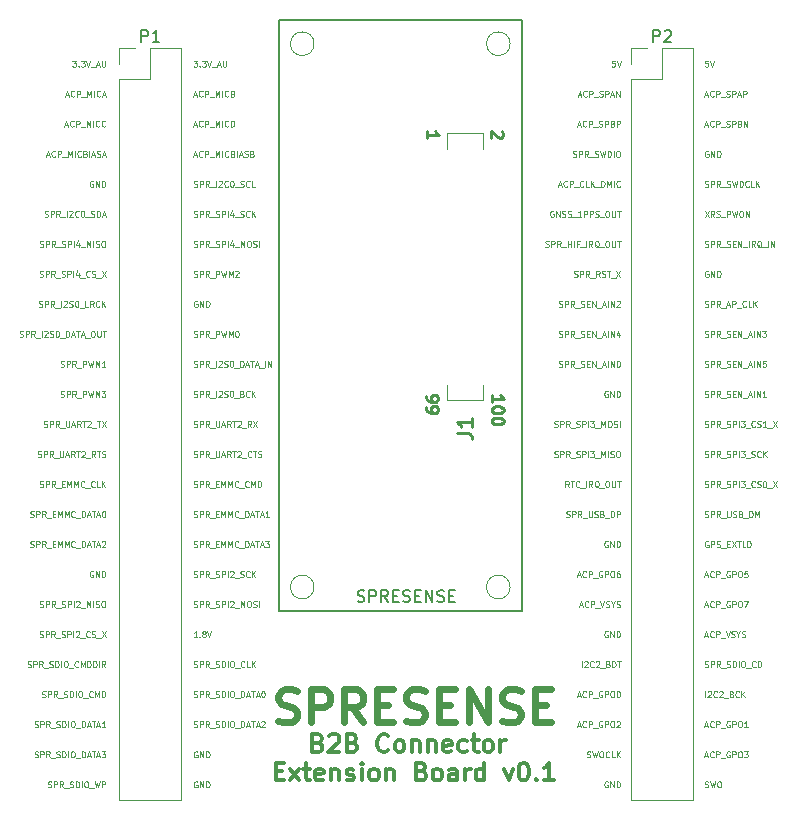
<source format=gto>
G04 #@! TF.FileFunction,Legend,Top*
%FSLAX46Y46*%
G04 Gerber Fmt 4.6, Leading zero omitted, Abs format (unit mm)*
G04 Created by KiCad (PCBNEW 4.0.1-stable) date 2019/01/19 9:27:24*
%MOMM*%
G01*
G04 APERTURE LIST*
%ADD10C,0.100000*%
%ADD11C,0.600000*%
%ADD12C,0.250000*%
%ADD13C,0.300000*%
%ADD14C,0.112500*%
%ADD15C,0.120000*%
%ADD16C,0.150000*%
%ADD17C,0.254000*%
G04 APERTURE END LIST*
D10*
D11*
X126516667Y-123633333D02*
X126916667Y-123766667D01*
X127583334Y-123766667D01*
X127850001Y-123633333D01*
X127983334Y-123500000D01*
X128116667Y-123233333D01*
X128116667Y-122966667D01*
X127983334Y-122700000D01*
X127850001Y-122566667D01*
X127583334Y-122433333D01*
X127050001Y-122300000D01*
X126783334Y-122166667D01*
X126650001Y-122033333D01*
X126516667Y-121766667D01*
X126516667Y-121500000D01*
X126650001Y-121233333D01*
X126783334Y-121100000D01*
X127050001Y-120966667D01*
X127716667Y-120966667D01*
X128116667Y-121100000D01*
X129316668Y-123766667D02*
X129316668Y-120966667D01*
X130383334Y-120966667D01*
X130650001Y-121100000D01*
X130783334Y-121233333D01*
X130916668Y-121500000D01*
X130916668Y-121900000D01*
X130783334Y-122166667D01*
X130650001Y-122300000D01*
X130383334Y-122433333D01*
X129316668Y-122433333D01*
X133716668Y-123766667D02*
X132783334Y-122433333D01*
X132116668Y-123766667D02*
X132116668Y-120966667D01*
X133183334Y-120966667D01*
X133450001Y-121100000D01*
X133583334Y-121233333D01*
X133716668Y-121500000D01*
X133716668Y-121900000D01*
X133583334Y-122166667D01*
X133450001Y-122300000D01*
X133183334Y-122433333D01*
X132116668Y-122433333D01*
X134916668Y-122300000D02*
X135850001Y-122300000D01*
X136250001Y-123766667D02*
X134916668Y-123766667D01*
X134916668Y-120966667D01*
X136250001Y-120966667D01*
X137316667Y-123633333D02*
X137716667Y-123766667D01*
X138383334Y-123766667D01*
X138650001Y-123633333D01*
X138783334Y-123500000D01*
X138916667Y-123233333D01*
X138916667Y-122966667D01*
X138783334Y-122700000D01*
X138650001Y-122566667D01*
X138383334Y-122433333D01*
X137850001Y-122300000D01*
X137583334Y-122166667D01*
X137450001Y-122033333D01*
X137316667Y-121766667D01*
X137316667Y-121500000D01*
X137450001Y-121233333D01*
X137583334Y-121100000D01*
X137850001Y-120966667D01*
X138516667Y-120966667D01*
X138916667Y-121100000D01*
X140116668Y-122300000D02*
X141050001Y-122300000D01*
X141450001Y-123766667D02*
X140116668Y-123766667D01*
X140116668Y-120966667D01*
X141450001Y-120966667D01*
X142650001Y-123766667D02*
X142650001Y-120966667D01*
X144250001Y-123766667D01*
X144250001Y-120966667D01*
X145450000Y-123633333D02*
X145850000Y-123766667D01*
X146516667Y-123766667D01*
X146783334Y-123633333D01*
X146916667Y-123500000D01*
X147050000Y-123233333D01*
X147050000Y-122966667D01*
X146916667Y-122700000D01*
X146783334Y-122566667D01*
X146516667Y-122433333D01*
X145983334Y-122300000D01*
X145716667Y-122166667D01*
X145583334Y-122033333D01*
X145450000Y-121766667D01*
X145450000Y-121500000D01*
X145583334Y-121233333D01*
X145716667Y-121100000D01*
X145983334Y-120966667D01*
X146650000Y-120966667D01*
X147050000Y-121100000D01*
X148250001Y-122300000D02*
X149183334Y-122300000D01*
X149583334Y-123766667D02*
X148250001Y-123766667D01*
X148250001Y-120966667D01*
X149583334Y-120966667D01*
D12*
X144597619Y-96633334D02*
X144597619Y-96061905D01*
X144597619Y-96347619D02*
X145597619Y-96347619D01*
X145454762Y-96252381D01*
X145359524Y-96157143D01*
X145311905Y-96061905D01*
X145597619Y-97252381D02*
X145597619Y-97347620D01*
X145550000Y-97442858D01*
X145502381Y-97490477D01*
X145407143Y-97538096D01*
X145216667Y-97585715D01*
X144978571Y-97585715D01*
X144788095Y-97538096D01*
X144692857Y-97490477D01*
X144645238Y-97442858D01*
X144597619Y-97347620D01*
X144597619Y-97252381D01*
X144645238Y-97157143D01*
X144692857Y-97109524D01*
X144788095Y-97061905D01*
X144978571Y-97014286D01*
X145216667Y-97014286D01*
X145407143Y-97061905D01*
X145502381Y-97109524D01*
X145550000Y-97157143D01*
X145597619Y-97252381D01*
X145597619Y-98204762D02*
X145597619Y-98300001D01*
X145550000Y-98395239D01*
X145502381Y-98442858D01*
X145407143Y-98490477D01*
X145216667Y-98538096D01*
X144978571Y-98538096D01*
X144788095Y-98490477D01*
X144692857Y-98442858D01*
X144645238Y-98395239D01*
X144597619Y-98300001D01*
X144597619Y-98204762D01*
X144645238Y-98109524D01*
X144692857Y-98061905D01*
X144788095Y-98014286D01*
X144978571Y-97966667D01*
X145216667Y-97966667D01*
X145407143Y-98014286D01*
X145502381Y-98061905D01*
X145550000Y-98109524D01*
X145597619Y-98204762D01*
X139047619Y-96133333D02*
X139047619Y-96323809D01*
X139095238Y-96419048D01*
X139142857Y-96466667D01*
X139285714Y-96561905D01*
X139476190Y-96609524D01*
X139857143Y-96609524D01*
X139952381Y-96561905D01*
X140000000Y-96514286D01*
X140047619Y-96419048D01*
X140047619Y-96228571D01*
X140000000Y-96133333D01*
X139952381Y-96085714D01*
X139857143Y-96038095D01*
X139619048Y-96038095D01*
X139523810Y-96085714D01*
X139476190Y-96133333D01*
X139428571Y-96228571D01*
X139428571Y-96419048D01*
X139476190Y-96514286D01*
X139523810Y-96561905D01*
X139619048Y-96609524D01*
X139047619Y-97085714D02*
X139047619Y-97276190D01*
X139095238Y-97371429D01*
X139142857Y-97419048D01*
X139285714Y-97514286D01*
X139476190Y-97561905D01*
X139857143Y-97561905D01*
X139952381Y-97514286D01*
X140000000Y-97466667D01*
X140047619Y-97371429D01*
X140047619Y-97180952D01*
X140000000Y-97085714D01*
X139952381Y-97038095D01*
X139857143Y-96990476D01*
X139619048Y-96990476D01*
X139523810Y-97038095D01*
X139476190Y-97085714D01*
X139428571Y-97180952D01*
X139428571Y-97371429D01*
X139476190Y-97466667D01*
X139523810Y-97514286D01*
X139619048Y-97561905D01*
X145452381Y-73714286D02*
X145500000Y-73761905D01*
X145547619Y-73857143D01*
X145547619Y-74095239D01*
X145500000Y-74190477D01*
X145452381Y-74238096D01*
X145357143Y-74285715D01*
X145261905Y-74285715D01*
X145119048Y-74238096D01*
X144547619Y-73666667D01*
X144547619Y-74285715D01*
X139097619Y-74285715D02*
X139097619Y-73714286D01*
X139097619Y-74000000D02*
X140097619Y-74000000D01*
X139954762Y-73904762D01*
X139859524Y-73809524D01*
X139811905Y-73714286D01*
D13*
X129907144Y-125492857D02*
X130121430Y-125564286D01*
X130192858Y-125635714D01*
X130264287Y-125778571D01*
X130264287Y-125992857D01*
X130192858Y-126135714D01*
X130121430Y-126207143D01*
X129978572Y-126278571D01*
X129407144Y-126278571D01*
X129407144Y-124778571D01*
X129907144Y-124778571D01*
X130050001Y-124850000D01*
X130121430Y-124921429D01*
X130192858Y-125064286D01*
X130192858Y-125207143D01*
X130121430Y-125350000D01*
X130050001Y-125421429D01*
X129907144Y-125492857D01*
X129407144Y-125492857D01*
X130835715Y-124921429D02*
X130907144Y-124850000D01*
X131050001Y-124778571D01*
X131407144Y-124778571D01*
X131550001Y-124850000D01*
X131621430Y-124921429D01*
X131692858Y-125064286D01*
X131692858Y-125207143D01*
X131621430Y-125421429D01*
X130764287Y-126278571D01*
X131692858Y-126278571D01*
X132835715Y-125492857D02*
X133050001Y-125564286D01*
X133121429Y-125635714D01*
X133192858Y-125778571D01*
X133192858Y-125992857D01*
X133121429Y-126135714D01*
X133050001Y-126207143D01*
X132907143Y-126278571D01*
X132335715Y-126278571D01*
X132335715Y-124778571D01*
X132835715Y-124778571D01*
X132978572Y-124850000D01*
X133050001Y-124921429D01*
X133121429Y-125064286D01*
X133121429Y-125207143D01*
X133050001Y-125350000D01*
X132978572Y-125421429D01*
X132835715Y-125492857D01*
X132335715Y-125492857D01*
X135835715Y-126135714D02*
X135764286Y-126207143D01*
X135550000Y-126278571D01*
X135407143Y-126278571D01*
X135192858Y-126207143D01*
X135050000Y-126064286D01*
X134978572Y-125921429D01*
X134907143Y-125635714D01*
X134907143Y-125421429D01*
X134978572Y-125135714D01*
X135050000Y-124992857D01*
X135192858Y-124850000D01*
X135407143Y-124778571D01*
X135550000Y-124778571D01*
X135764286Y-124850000D01*
X135835715Y-124921429D01*
X136692858Y-126278571D02*
X136550000Y-126207143D01*
X136478572Y-126135714D01*
X136407143Y-125992857D01*
X136407143Y-125564286D01*
X136478572Y-125421429D01*
X136550000Y-125350000D01*
X136692858Y-125278571D01*
X136907143Y-125278571D01*
X137050000Y-125350000D01*
X137121429Y-125421429D01*
X137192858Y-125564286D01*
X137192858Y-125992857D01*
X137121429Y-126135714D01*
X137050000Y-126207143D01*
X136907143Y-126278571D01*
X136692858Y-126278571D01*
X137835715Y-125278571D02*
X137835715Y-126278571D01*
X137835715Y-125421429D02*
X137907143Y-125350000D01*
X138050001Y-125278571D01*
X138264286Y-125278571D01*
X138407143Y-125350000D01*
X138478572Y-125492857D01*
X138478572Y-126278571D01*
X139192858Y-125278571D02*
X139192858Y-126278571D01*
X139192858Y-125421429D02*
X139264286Y-125350000D01*
X139407144Y-125278571D01*
X139621429Y-125278571D01*
X139764286Y-125350000D01*
X139835715Y-125492857D01*
X139835715Y-126278571D01*
X141121429Y-126207143D02*
X140978572Y-126278571D01*
X140692858Y-126278571D01*
X140550001Y-126207143D01*
X140478572Y-126064286D01*
X140478572Y-125492857D01*
X140550001Y-125350000D01*
X140692858Y-125278571D01*
X140978572Y-125278571D01*
X141121429Y-125350000D01*
X141192858Y-125492857D01*
X141192858Y-125635714D01*
X140478572Y-125778571D01*
X142478572Y-126207143D02*
X142335715Y-126278571D01*
X142050001Y-126278571D01*
X141907143Y-126207143D01*
X141835715Y-126135714D01*
X141764286Y-125992857D01*
X141764286Y-125564286D01*
X141835715Y-125421429D01*
X141907143Y-125350000D01*
X142050001Y-125278571D01*
X142335715Y-125278571D01*
X142478572Y-125350000D01*
X142907143Y-125278571D02*
X143478572Y-125278571D01*
X143121429Y-124778571D02*
X143121429Y-126064286D01*
X143192857Y-126207143D01*
X143335715Y-126278571D01*
X143478572Y-126278571D01*
X144192858Y-126278571D02*
X144050000Y-126207143D01*
X143978572Y-126135714D01*
X143907143Y-125992857D01*
X143907143Y-125564286D01*
X143978572Y-125421429D01*
X144050000Y-125350000D01*
X144192858Y-125278571D01*
X144407143Y-125278571D01*
X144550000Y-125350000D01*
X144621429Y-125421429D01*
X144692858Y-125564286D01*
X144692858Y-125992857D01*
X144621429Y-126135714D01*
X144550000Y-126207143D01*
X144407143Y-126278571D01*
X144192858Y-126278571D01*
X145335715Y-126278571D02*
X145335715Y-125278571D01*
X145335715Y-125564286D02*
X145407143Y-125421429D01*
X145478572Y-125350000D01*
X145621429Y-125278571D01*
X145764286Y-125278571D01*
X126300000Y-127892857D02*
X126800000Y-127892857D01*
X127014286Y-128678571D02*
X126300000Y-128678571D01*
X126300000Y-127178571D01*
X127014286Y-127178571D01*
X127514286Y-128678571D02*
X128300000Y-127678571D01*
X127514286Y-127678571D02*
X128300000Y-128678571D01*
X128657143Y-127678571D02*
X129228572Y-127678571D01*
X128871429Y-127178571D02*
X128871429Y-128464286D01*
X128942857Y-128607143D01*
X129085715Y-128678571D01*
X129228572Y-128678571D01*
X130300000Y-128607143D02*
X130157143Y-128678571D01*
X129871429Y-128678571D01*
X129728572Y-128607143D01*
X129657143Y-128464286D01*
X129657143Y-127892857D01*
X129728572Y-127750000D01*
X129871429Y-127678571D01*
X130157143Y-127678571D01*
X130300000Y-127750000D01*
X130371429Y-127892857D01*
X130371429Y-128035714D01*
X129657143Y-128178571D01*
X131014286Y-127678571D02*
X131014286Y-128678571D01*
X131014286Y-127821429D02*
X131085714Y-127750000D01*
X131228572Y-127678571D01*
X131442857Y-127678571D01*
X131585714Y-127750000D01*
X131657143Y-127892857D01*
X131657143Y-128678571D01*
X132300000Y-128607143D02*
X132442857Y-128678571D01*
X132728572Y-128678571D01*
X132871429Y-128607143D01*
X132942857Y-128464286D01*
X132942857Y-128392857D01*
X132871429Y-128250000D01*
X132728572Y-128178571D01*
X132514286Y-128178571D01*
X132371429Y-128107143D01*
X132300000Y-127964286D01*
X132300000Y-127892857D01*
X132371429Y-127750000D01*
X132514286Y-127678571D01*
X132728572Y-127678571D01*
X132871429Y-127750000D01*
X133585715Y-128678571D02*
X133585715Y-127678571D01*
X133585715Y-127178571D02*
X133514286Y-127250000D01*
X133585715Y-127321429D01*
X133657143Y-127250000D01*
X133585715Y-127178571D01*
X133585715Y-127321429D01*
X134514287Y-128678571D02*
X134371429Y-128607143D01*
X134300001Y-128535714D01*
X134228572Y-128392857D01*
X134228572Y-127964286D01*
X134300001Y-127821429D01*
X134371429Y-127750000D01*
X134514287Y-127678571D01*
X134728572Y-127678571D01*
X134871429Y-127750000D01*
X134942858Y-127821429D01*
X135014287Y-127964286D01*
X135014287Y-128392857D01*
X134942858Y-128535714D01*
X134871429Y-128607143D01*
X134728572Y-128678571D01*
X134514287Y-128678571D01*
X135657144Y-127678571D02*
X135657144Y-128678571D01*
X135657144Y-127821429D02*
X135728572Y-127750000D01*
X135871430Y-127678571D01*
X136085715Y-127678571D01*
X136228572Y-127750000D01*
X136300001Y-127892857D01*
X136300001Y-128678571D01*
X138657144Y-127892857D02*
X138871430Y-127964286D01*
X138942858Y-128035714D01*
X139014287Y-128178571D01*
X139014287Y-128392857D01*
X138942858Y-128535714D01*
X138871430Y-128607143D01*
X138728572Y-128678571D01*
X138157144Y-128678571D01*
X138157144Y-127178571D01*
X138657144Y-127178571D01*
X138800001Y-127250000D01*
X138871430Y-127321429D01*
X138942858Y-127464286D01*
X138942858Y-127607143D01*
X138871430Y-127750000D01*
X138800001Y-127821429D01*
X138657144Y-127892857D01*
X138157144Y-127892857D01*
X139871430Y-128678571D02*
X139728572Y-128607143D01*
X139657144Y-128535714D01*
X139585715Y-128392857D01*
X139585715Y-127964286D01*
X139657144Y-127821429D01*
X139728572Y-127750000D01*
X139871430Y-127678571D01*
X140085715Y-127678571D01*
X140228572Y-127750000D01*
X140300001Y-127821429D01*
X140371430Y-127964286D01*
X140371430Y-128392857D01*
X140300001Y-128535714D01*
X140228572Y-128607143D01*
X140085715Y-128678571D01*
X139871430Y-128678571D01*
X141657144Y-128678571D02*
X141657144Y-127892857D01*
X141585715Y-127750000D01*
X141442858Y-127678571D01*
X141157144Y-127678571D01*
X141014287Y-127750000D01*
X141657144Y-128607143D02*
X141514287Y-128678571D01*
X141157144Y-128678571D01*
X141014287Y-128607143D01*
X140942858Y-128464286D01*
X140942858Y-128321429D01*
X141014287Y-128178571D01*
X141157144Y-128107143D01*
X141514287Y-128107143D01*
X141657144Y-128035714D01*
X142371430Y-128678571D02*
X142371430Y-127678571D01*
X142371430Y-127964286D02*
X142442858Y-127821429D01*
X142514287Y-127750000D01*
X142657144Y-127678571D01*
X142800001Y-127678571D01*
X143942858Y-128678571D02*
X143942858Y-127178571D01*
X143942858Y-128607143D02*
X143800001Y-128678571D01*
X143514287Y-128678571D01*
X143371429Y-128607143D01*
X143300001Y-128535714D01*
X143228572Y-128392857D01*
X143228572Y-127964286D01*
X143300001Y-127821429D01*
X143371429Y-127750000D01*
X143514287Y-127678571D01*
X143800001Y-127678571D01*
X143942858Y-127750000D01*
X145657144Y-127678571D02*
X146014287Y-128678571D01*
X146371429Y-127678571D01*
X147228572Y-127178571D02*
X147371429Y-127178571D01*
X147514286Y-127250000D01*
X147585715Y-127321429D01*
X147657144Y-127464286D01*
X147728572Y-127750000D01*
X147728572Y-128107143D01*
X147657144Y-128392857D01*
X147585715Y-128535714D01*
X147514286Y-128607143D01*
X147371429Y-128678571D01*
X147228572Y-128678571D01*
X147085715Y-128607143D01*
X147014286Y-128535714D01*
X146942858Y-128392857D01*
X146871429Y-128107143D01*
X146871429Y-127750000D01*
X146942858Y-127464286D01*
X147014286Y-127321429D01*
X147085715Y-127250000D01*
X147228572Y-127178571D01*
X148371429Y-128535714D02*
X148442857Y-128607143D01*
X148371429Y-128678571D01*
X148300000Y-128607143D01*
X148371429Y-128535714D01*
X148371429Y-128678571D01*
X149871429Y-128678571D02*
X149014286Y-128678571D01*
X149442858Y-128678571D02*
X149442858Y-127178571D01*
X149300001Y-127392857D01*
X149157143Y-127535714D01*
X149014286Y-127607143D01*
D14*
X155002382Y-67722500D02*
X154764287Y-67722500D01*
X154740477Y-67972500D01*
X154764287Y-67947500D01*
X154811906Y-67922500D01*
X154930953Y-67922500D01*
X154978572Y-67947500D01*
X155002382Y-67972500D01*
X155026191Y-68022500D01*
X155026191Y-68147500D01*
X155002382Y-68197500D01*
X154978572Y-68222500D01*
X154930953Y-68247500D01*
X154811906Y-68247500D01*
X154764287Y-68222500D01*
X154740477Y-68197500D01*
X155169048Y-67722500D02*
X155335715Y-68247500D01*
X155502381Y-67722500D01*
X151907144Y-70640000D02*
X152145239Y-70640000D01*
X151859525Y-70790000D02*
X152026192Y-70265000D01*
X152192858Y-70790000D01*
X152645239Y-70740000D02*
X152621429Y-70765000D01*
X152550001Y-70790000D01*
X152502382Y-70790000D01*
X152430953Y-70765000D01*
X152383334Y-70715000D01*
X152359525Y-70665000D01*
X152335715Y-70565000D01*
X152335715Y-70490000D01*
X152359525Y-70390000D01*
X152383334Y-70340000D01*
X152430953Y-70290000D01*
X152502382Y-70265000D01*
X152550001Y-70265000D01*
X152621429Y-70290000D01*
X152645239Y-70315000D01*
X152859525Y-70790000D02*
X152859525Y-70265000D01*
X153050001Y-70265000D01*
X153097620Y-70290000D01*
X153121429Y-70315000D01*
X153145239Y-70365000D01*
X153145239Y-70440000D01*
X153121429Y-70490000D01*
X153097620Y-70515000D01*
X153050001Y-70540000D01*
X152859525Y-70540000D01*
X153240477Y-70840000D02*
X153621429Y-70840000D01*
X153716667Y-70765000D02*
X153788096Y-70790000D01*
X153907143Y-70790000D01*
X153954762Y-70765000D01*
X153978572Y-70740000D01*
X154002381Y-70690000D01*
X154002381Y-70640000D01*
X153978572Y-70590000D01*
X153954762Y-70565000D01*
X153907143Y-70540000D01*
X153811905Y-70515000D01*
X153764286Y-70490000D01*
X153740477Y-70465000D01*
X153716667Y-70415000D01*
X153716667Y-70365000D01*
X153740477Y-70315000D01*
X153764286Y-70290000D01*
X153811905Y-70265000D01*
X153930953Y-70265000D01*
X154002381Y-70290000D01*
X154216667Y-70790000D02*
X154216667Y-70265000D01*
X154407143Y-70265000D01*
X154454762Y-70290000D01*
X154478571Y-70315000D01*
X154502381Y-70365000D01*
X154502381Y-70440000D01*
X154478571Y-70490000D01*
X154454762Y-70515000D01*
X154407143Y-70540000D01*
X154216667Y-70540000D01*
X154692857Y-70640000D02*
X154930952Y-70640000D01*
X154645238Y-70790000D02*
X154811905Y-70265000D01*
X154978571Y-70790000D01*
X155145238Y-70790000D02*
X155145238Y-70265000D01*
X155430952Y-70790000D01*
X155430952Y-70265000D01*
X151859525Y-73182500D02*
X152097620Y-73182500D01*
X151811906Y-73332500D02*
X151978573Y-72807500D01*
X152145239Y-73332500D01*
X152597620Y-73282500D02*
X152573810Y-73307500D01*
X152502382Y-73332500D01*
X152454763Y-73332500D01*
X152383334Y-73307500D01*
X152335715Y-73257500D01*
X152311906Y-73207500D01*
X152288096Y-73107500D01*
X152288096Y-73032500D01*
X152311906Y-72932500D01*
X152335715Y-72882500D01*
X152383334Y-72832500D01*
X152454763Y-72807500D01*
X152502382Y-72807500D01*
X152573810Y-72832500D01*
X152597620Y-72857500D01*
X152811906Y-73332500D02*
X152811906Y-72807500D01*
X153002382Y-72807500D01*
X153050001Y-72832500D01*
X153073810Y-72857500D01*
X153097620Y-72907500D01*
X153097620Y-72982500D01*
X153073810Y-73032500D01*
X153050001Y-73057500D01*
X153002382Y-73082500D01*
X152811906Y-73082500D01*
X153192858Y-73382500D02*
X153573810Y-73382500D01*
X153669048Y-73307500D02*
X153740477Y-73332500D01*
X153859524Y-73332500D01*
X153907143Y-73307500D01*
X153930953Y-73282500D01*
X153954762Y-73232500D01*
X153954762Y-73182500D01*
X153930953Y-73132500D01*
X153907143Y-73107500D01*
X153859524Y-73082500D01*
X153764286Y-73057500D01*
X153716667Y-73032500D01*
X153692858Y-73007500D01*
X153669048Y-72957500D01*
X153669048Y-72907500D01*
X153692858Y-72857500D01*
X153716667Y-72832500D01*
X153764286Y-72807500D01*
X153883334Y-72807500D01*
X153954762Y-72832500D01*
X154169048Y-73332500D02*
X154169048Y-72807500D01*
X154359524Y-72807500D01*
X154407143Y-72832500D01*
X154430952Y-72857500D01*
X154454762Y-72907500D01*
X154454762Y-72982500D01*
X154430952Y-73032500D01*
X154407143Y-73057500D01*
X154359524Y-73082500D01*
X154169048Y-73082500D01*
X154835714Y-73057500D02*
X154907143Y-73082500D01*
X154930952Y-73107500D01*
X154954762Y-73157500D01*
X154954762Y-73232500D01*
X154930952Y-73282500D01*
X154907143Y-73307500D01*
X154859524Y-73332500D01*
X154669048Y-73332500D01*
X154669048Y-72807500D01*
X154835714Y-72807500D01*
X154883333Y-72832500D01*
X154907143Y-72857500D01*
X154930952Y-72907500D01*
X154930952Y-72957500D01*
X154907143Y-73007500D01*
X154883333Y-73032500D01*
X154835714Y-73057500D01*
X154669048Y-73057500D01*
X155169048Y-73332500D02*
X155169048Y-72807500D01*
X155359524Y-72807500D01*
X155407143Y-72832500D01*
X155430952Y-72857500D01*
X155454762Y-72907500D01*
X155454762Y-72982500D01*
X155430952Y-73032500D01*
X155407143Y-73057500D01*
X155359524Y-73082500D01*
X155169048Y-73082500D01*
X151478572Y-75850000D02*
X151550001Y-75875000D01*
X151669048Y-75875000D01*
X151716667Y-75850000D01*
X151740477Y-75825000D01*
X151764286Y-75775000D01*
X151764286Y-75725000D01*
X151740477Y-75675000D01*
X151716667Y-75650000D01*
X151669048Y-75625000D01*
X151573810Y-75600000D01*
X151526191Y-75575000D01*
X151502382Y-75550000D01*
X151478572Y-75500000D01*
X151478572Y-75450000D01*
X151502382Y-75400000D01*
X151526191Y-75375000D01*
X151573810Y-75350000D01*
X151692858Y-75350000D01*
X151764286Y-75375000D01*
X151978572Y-75875000D02*
X151978572Y-75350000D01*
X152169048Y-75350000D01*
X152216667Y-75375000D01*
X152240476Y-75400000D01*
X152264286Y-75450000D01*
X152264286Y-75525000D01*
X152240476Y-75575000D01*
X152216667Y-75600000D01*
X152169048Y-75625000D01*
X151978572Y-75625000D01*
X152764286Y-75875000D02*
X152597619Y-75625000D01*
X152478572Y-75875000D02*
X152478572Y-75350000D01*
X152669048Y-75350000D01*
X152716667Y-75375000D01*
X152740476Y-75400000D01*
X152764286Y-75450000D01*
X152764286Y-75525000D01*
X152740476Y-75575000D01*
X152716667Y-75600000D01*
X152669048Y-75625000D01*
X152478572Y-75625000D01*
X152859524Y-75925000D02*
X153240476Y-75925000D01*
X153335714Y-75850000D02*
X153407143Y-75875000D01*
X153526190Y-75875000D01*
X153573809Y-75850000D01*
X153597619Y-75825000D01*
X153621428Y-75775000D01*
X153621428Y-75725000D01*
X153597619Y-75675000D01*
X153573809Y-75650000D01*
X153526190Y-75625000D01*
X153430952Y-75600000D01*
X153383333Y-75575000D01*
X153359524Y-75550000D01*
X153335714Y-75500000D01*
X153335714Y-75450000D01*
X153359524Y-75400000D01*
X153383333Y-75375000D01*
X153430952Y-75350000D01*
X153550000Y-75350000D01*
X153621428Y-75375000D01*
X153788095Y-75350000D02*
X153907142Y-75875000D01*
X154002380Y-75500000D01*
X154097618Y-75875000D01*
X154216666Y-75350000D01*
X154407143Y-75875000D02*
X154407143Y-75350000D01*
X154526190Y-75350000D01*
X154597619Y-75375000D01*
X154645238Y-75425000D01*
X154669047Y-75475000D01*
X154692857Y-75575000D01*
X154692857Y-75650000D01*
X154669047Y-75750000D01*
X154645238Y-75800000D01*
X154597619Y-75850000D01*
X154526190Y-75875000D01*
X154407143Y-75875000D01*
X154907143Y-75875000D02*
X154907143Y-75350000D01*
X155240476Y-75350000D02*
X155335714Y-75350000D01*
X155383333Y-75375000D01*
X155430952Y-75425000D01*
X155454761Y-75525000D01*
X155454761Y-75700000D01*
X155430952Y-75800000D01*
X155383333Y-75850000D01*
X155335714Y-75875000D01*
X155240476Y-75875000D01*
X155192857Y-75850000D01*
X155145238Y-75800000D01*
X155121428Y-75700000D01*
X155121428Y-75525000D01*
X155145238Y-75425000D01*
X155192857Y-75375000D01*
X155240476Y-75350000D01*
X150240477Y-78267500D02*
X150478572Y-78267500D01*
X150192858Y-78417500D02*
X150359525Y-77892500D01*
X150526191Y-78417500D01*
X150978572Y-78367500D02*
X150954762Y-78392500D01*
X150883334Y-78417500D01*
X150835715Y-78417500D01*
X150764286Y-78392500D01*
X150716667Y-78342500D01*
X150692858Y-78292500D01*
X150669048Y-78192500D01*
X150669048Y-78117500D01*
X150692858Y-78017500D01*
X150716667Y-77967500D01*
X150764286Y-77917500D01*
X150835715Y-77892500D01*
X150883334Y-77892500D01*
X150954762Y-77917500D01*
X150978572Y-77942500D01*
X151192858Y-78417500D02*
X151192858Y-77892500D01*
X151383334Y-77892500D01*
X151430953Y-77917500D01*
X151454762Y-77942500D01*
X151478572Y-77992500D01*
X151478572Y-78067500D01*
X151454762Y-78117500D01*
X151430953Y-78142500D01*
X151383334Y-78167500D01*
X151192858Y-78167500D01*
X151573810Y-78467500D02*
X151954762Y-78467500D01*
X152359524Y-78367500D02*
X152335714Y-78392500D01*
X152264286Y-78417500D01*
X152216667Y-78417500D01*
X152145238Y-78392500D01*
X152097619Y-78342500D01*
X152073810Y-78292500D01*
X152050000Y-78192500D01*
X152050000Y-78117500D01*
X152073810Y-78017500D01*
X152097619Y-77967500D01*
X152145238Y-77917500D01*
X152216667Y-77892500D01*
X152264286Y-77892500D01*
X152335714Y-77917500D01*
X152359524Y-77942500D01*
X152811905Y-78417500D02*
X152573810Y-78417500D01*
X152573810Y-77892500D01*
X152978572Y-78417500D02*
X152978572Y-77892500D01*
X153264286Y-78417500D02*
X153050000Y-78117500D01*
X153264286Y-77892500D02*
X152978572Y-78192500D01*
X153359524Y-78467500D02*
X153740476Y-78467500D01*
X153859524Y-78417500D02*
X153859524Y-77892500D01*
X153978571Y-77892500D01*
X154050000Y-77917500D01*
X154097619Y-77967500D01*
X154121428Y-78017500D01*
X154145238Y-78117500D01*
X154145238Y-78192500D01*
X154121428Y-78292500D01*
X154097619Y-78342500D01*
X154050000Y-78392500D01*
X153978571Y-78417500D01*
X153859524Y-78417500D01*
X154359524Y-78417500D02*
X154359524Y-77892500D01*
X154526190Y-78267500D01*
X154692857Y-77892500D01*
X154692857Y-78417500D01*
X154930953Y-78417500D02*
X154930953Y-77892500D01*
X155454762Y-78367500D02*
X155430952Y-78392500D01*
X155359524Y-78417500D01*
X155311905Y-78417500D01*
X155240476Y-78392500D01*
X155192857Y-78342500D01*
X155169048Y-78292500D01*
X155145238Y-78192500D01*
X155145238Y-78117500D01*
X155169048Y-78017500D01*
X155192857Y-77967500D01*
X155240476Y-77917500D01*
X155311905Y-77892500D01*
X155359524Y-77892500D01*
X155430952Y-77917500D01*
X155454762Y-77942500D01*
X149811906Y-80460000D02*
X149764287Y-80435000D01*
X149692859Y-80435000D01*
X149621430Y-80460000D01*
X149573811Y-80510000D01*
X149550002Y-80560000D01*
X149526192Y-80660000D01*
X149526192Y-80735000D01*
X149550002Y-80835000D01*
X149573811Y-80885000D01*
X149621430Y-80935000D01*
X149692859Y-80960000D01*
X149740478Y-80960000D01*
X149811906Y-80935000D01*
X149835716Y-80910000D01*
X149835716Y-80735000D01*
X149740478Y-80735000D01*
X150050002Y-80960000D02*
X150050002Y-80435000D01*
X150335716Y-80960000D01*
X150335716Y-80435000D01*
X150550002Y-80935000D02*
X150621431Y-80960000D01*
X150740478Y-80960000D01*
X150788097Y-80935000D01*
X150811907Y-80910000D01*
X150835716Y-80860000D01*
X150835716Y-80810000D01*
X150811907Y-80760000D01*
X150788097Y-80735000D01*
X150740478Y-80710000D01*
X150645240Y-80685000D01*
X150597621Y-80660000D01*
X150573812Y-80635000D01*
X150550002Y-80585000D01*
X150550002Y-80535000D01*
X150573812Y-80485000D01*
X150597621Y-80460000D01*
X150645240Y-80435000D01*
X150764288Y-80435000D01*
X150835716Y-80460000D01*
X151026192Y-80935000D02*
X151097621Y-80960000D01*
X151216668Y-80960000D01*
X151264287Y-80935000D01*
X151288097Y-80910000D01*
X151311906Y-80860000D01*
X151311906Y-80810000D01*
X151288097Y-80760000D01*
X151264287Y-80735000D01*
X151216668Y-80710000D01*
X151121430Y-80685000D01*
X151073811Y-80660000D01*
X151050002Y-80635000D01*
X151026192Y-80585000D01*
X151026192Y-80535000D01*
X151050002Y-80485000D01*
X151073811Y-80460000D01*
X151121430Y-80435000D01*
X151240478Y-80435000D01*
X151311906Y-80460000D01*
X151407144Y-81010000D02*
X151788096Y-81010000D01*
X152169048Y-80960000D02*
X151883334Y-80960000D01*
X152026191Y-80960000D02*
X152026191Y-80435000D01*
X151978572Y-80510000D01*
X151930953Y-80560000D01*
X151883334Y-80585000D01*
X152383334Y-80960000D02*
X152383334Y-80435000D01*
X152573810Y-80435000D01*
X152621429Y-80460000D01*
X152645238Y-80485000D01*
X152669048Y-80535000D01*
X152669048Y-80610000D01*
X152645238Y-80660000D01*
X152621429Y-80685000D01*
X152573810Y-80710000D01*
X152383334Y-80710000D01*
X152883334Y-80960000D02*
X152883334Y-80435000D01*
X153073810Y-80435000D01*
X153121429Y-80460000D01*
X153145238Y-80485000D01*
X153169048Y-80535000D01*
X153169048Y-80610000D01*
X153145238Y-80660000D01*
X153121429Y-80685000D01*
X153073810Y-80710000D01*
X152883334Y-80710000D01*
X153359524Y-80935000D02*
X153430953Y-80960000D01*
X153550000Y-80960000D01*
X153597619Y-80935000D01*
X153621429Y-80910000D01*
X153645238Y-80860000D01*
X153645238Y-80810000D01*
X153621429Y-80760000D01*
X153597619Y-80735000D01*
X153550000Y-80710000D01*
X153454762Y-80685000D01*
X153407143Y-80660000D01*
X153383334Y-80635000D01*
X153359524Y-80585000D01*
X153359524Y-80535000D01*
X153383334Y-80485000D01*
X153407143Y-80460000D01*
X153454762Y-80435000D01*
X153573810Y-80435000D01*
X153645238Y-80460000D01*
X153740476Y-81010000D02*
X154121428Y-81010000D01*
X154335714Y-80435000D02*
X154430952Y-80435000D01*
X154478571Y-80460000D01*
X154526190Y-80510000D01*
X154549999Y-80610000D01*
X154549999Y-80785000D01*
X154526190Y-80885000D01*
X154478571Y-80935000D01*
X154430952Y-80960000D01*
X154335714Y-80960000D01*
X154288095Y-80935000D01*
X154240476Y-80885000D01*
X154216666Y-80785000D01*
X154216666Y-80610000D01*
X154240476Y-80510000D01*
X154288095Y-80460000D01*
X154335714Y-80435000D01*
X154764286Y-80435000D02*
X154764286Y-80860000D01*
X154788095Y-80910000D01*
X154811905Y-80935000D01*
X154859524Y-80960000D01*
X154954762Y-80960000D01*
X155002381Y-80935000D01*
X155026190Y-80910000D01*
X155050000Y-80860000D01*
X155050000Y-80435000D01*
X155216667Y-80435000D02*
X155502381Y-80435000D01*
X155359524Y-80960000D02*
X155359524Y-80435000D01*
X149145239Y-83477500D02*
X149216668Y-83502500D01*
X149335715Y-83502500D01*
X149383334Y-83477500D01*
X149407144Y-83452500D01*
X149430953Y-83402500D01*
X149430953Y-83352500D01*
X149407144Y-83302500D01*
X149383334Y-83277500D01*
X149335715Y-83252500D01*
X149240477Y-83227500D01*
X149192858Y-83202500D01*
X149169049Y-83177500D01*
X149145239Y-83127500D01*
X149145239Y-83077500D01*
X149169049Y-83027500D01*
X149192858Y-83002500D01*
X149240477Y-82977500D01*
X149359525Y-82977500D01*
X149430953Y-83002500D01*
X149645239Y-83502500D02*
X149645239Y-82977500D01*
X149835715Y-82977500D01*
X149883334Y-83002500D01*
X149907143Y-83027500D01*
X149930953Y-83077500D01*
X149930953Y-83152500D01*
X149907143Y-83202500D01*
X149883334Y-83227500D01*
X149835715Y-83252500D01*
X149645239Y-83252500D01*
X150430953Y-83502500D02*
X150264286Y-83252500D01*
X150145239Y-83502500D02*
X150145239Y-82977500D01*
X150335715Y-82977500D01*
X150383334Y-83002500D01*
X150407143Y-83027500D01*
X150430953Y-83077500D01*
X150430953Y-83152500D01*
X150407143Y-83202500D01*
X150383334Y-83227500D01*
X150335715Y-83252500D01*
X150145239Y-83252500D01*
X150526191Y-83552500D02*
X150907143Y-83552500D01*
X151026191Y-83502500D02*
X151026191Y-82977500D01*
X151026191Y-83227500D02*
X151311905Y-83227500D01*
X151311905Y-83502500D02*
X151311905Y-82977500D01*
X151550001Y-83502500D02*
X151550001Y-82977500D01*
X151954762Y-83227500D02*
X151788096Y-83227500D01*
X151788096Y-83502500D02*
X151788096Y-82977500D01*
X152026191Y-82977500D01*
X152097619Y-83552500D02*
X152478571Y-83552500D01*
X152597619Y-83502500D02*
X152597619Y-82977500D01*
X153121428Y-83502500D02*
X152954761Y-83252500D01*
X152835714Y-83502500D02*
X152835714Y-82977500D01*
X153026190Y-82977500D01*
X153073809Y-83002500D01*
X153097618Y-83027500D01*
X153121428Y-83077500D01*
X153121428Y-83152500D01*
X153097618Y-83202500D01*
X153073809Y-83227500D01*
X153026190Y-83252500D01*
X152835714Y-83252500D01*
X153669047Y-83552500D02*
X153621428Y-83527500D01*
X153573809Y-83477500D01*
X153502380Y-83402500D01*
X153454761Y-83377500D01*
X153407142Y-83377500D01*
X153430952Y-83502500D02*
X153383333Y-83477500D01*
X153335714Y-83427500D01*
X153311904Y-83327500D01*
X153311904Y-83152500D01*
X153335714Y-83052500D01*
X153383333Y-83002500D01*
X153430952Y-82977500D01*
X153526190Y-82977500D01*
X153573809Y-83002500D01*
X153621428Y-83052500D01*
X153645237Y-83152500D01*
X153645237Y-83327500D01*
X153621428Y-83427500D01*
X153573809Y-83477500D01*
X153526190Y-83502500D01*
X153430952Y-83502500D01*
X153740476Y-83552500D02*
X154121428Y-83552500D01*
X154335714Y-82977500D02*
X154430952Y-82977500D01*
X154478571Y-83002500D01*
X154526190Y-83052500D01*
X154549999Y-83152500D01*
X154549999Y-83327500D01*
X154526190Y-83427500D01*
X154478571Y-83477500D01*
X154430952Y-83502500D01*
X154335714Y-83502500D01*
X154288095Y-83477500D01*
X154240476Y-83427500D01*
X154216666Y-83327500D01*
X154216666Y-83152500D01*
X154240476Y-83052500D01*
X154288095Y-83002500D01*
X154335714Y-82977500D01*
X154764286Y-82977500D02*
X154764286Y-83402500D01*
X154788095Y-83452500D01*
X154811905Y-83477500D01*
X154859524Y-83502500D01*
X154954762Y-83502500D01*
X155002381Y-83477500D01*
X155026190Y-83452500D01*
X155050000Y-83402500D01*
X155050000Y-82977500D01*
X155216667Y-82977500D02*
X155502381Y-82977500D01*
X155359524Y-83502500D02*
X155359524Y-82977500D01*
X151573812Y-86020000D02*
X151645241Y-86045000D01*
X151764288Y-86045000D01*
X151811907Y-86020000D01*
X151835717Y-85995000D01*
X151859526Y-85945000D01*
X151859526Y-85895000D01*
X151835717Y-85845000D01*
X151811907Y-85820000D01*
X151764288Y-85795000D01*
X151669050Y-85770000D01*
X151621431Y-85745000D01*
X151597622Y-85720000D01*
X151573812Y-85670000D01*
X151573812Y-85620000D01*
X151597622Y-85570000D01*
X151621431Y-85545000D01*
X151669050Y-85520000D01*
X151788098Y-85520000D01*
X151859526Y-85545000D01*
X152073812Y-86045000D02*
X152073812Y-85520000D01*
X152264288Y-85520000D01*
X152311907Y-85545000D01*
X152335716Y-85570000D01*
X152359526Y-85620000D01*
X152359526Y-85695000D01*
X152335716Y-85745000D01*
X152311907Y-85770000D01*
X152264288Y-85795000D01*
X152073812Y-85795000D01*
X152859526Y-86045000D02*
X152692859Y-85795000D01*
X152573812Y-86045000D02*
X152573812Y-85520000D01*
X152764288Y-85520000D01*
X152811907Y-85545000D01*
X152835716Y-85570000D01*
X152859526Y-85620000D01*
X152859526Y-85695000D01*
X152835716Y-85745000D01*
X152811907Y-85770000D01*
X152764288Y-85795000D01*
X152573812Y-85795000D01*
X152954764Y-86095000D02*
X153335716Y-86095000D01*
X153740478Y-86045000D02*
X153573811Y-85795000D01*
X153454764Y-86045000D02*
X153454764Y-85520000D01*
X153645240Y-85520000D01*
X153692859Y-85545000D01*
X153716668Y-85570000D01*
X153740478Y-85620000D01*
X153740478Y-85695000D01*
X153716668Y-85745000D01*
X153692859Y-85770000D01*
X153645240Y-85795000D01*
X153454764Y-85795000D01*
X153930954Y-86020000D02*
X154002383Y-86045000D01*
X154121430Y-86045000D01*
X154169049Y-86020000D01*
X154192859Y-85995000D01*
X154216668Y-85945000D01*
X154216668Y-85895000D01*
X154192859Y-85845000D01*
X154169049Y-85820000D01*
X154121430Y-85795000D01*
X154026192Y-85770000D01*
X153978573Y-85745000D01*
X153954764Y-85720000D01*
X153930954Y-85670000D01*
X153930954Y-85620000D01*
X153954764Y-85570000D01*
X153978573Y-85545000D01*
X154026192Y-85520000D01*
X154145240Y-85520000D01*
X154216668Y-85545000D01*
X154359525Y-85520000D02*
X154645239Y-85520000D01*
X154502382Y-86045000D02*
X154502382Y-85520000D01*
X154692858Y-86095000D02*
X155073810Y-86095000D01*
X155145239Y-85520000D02*
X155478572Y-86045000D01*
X155478572Y-85520000D02*
X155145239Y-86045000D01*
X150288097Y-88562500D02*
X150359526Y-88587500D01*
X150478573Y-88587500D01*
X150526192Y-88562500D01*
X150550002Y-88537500D01*
X150573811Y-88487500D01*
X150573811Y-88437500D01*
X150550002Y-88387500D01*
X150526192Y-88362500D01*
X150478573Y-88337500D01*
X150383335Y-88312500D01*
X150335716Y-88287500D01*
X150311907Y-88262500D01*
X150288097Y-88212500D01*
X150288097Y-88162500D01*
X150311907Y-88112500D01*
X150335716Y-88087500D01*
X150383335Y-88062500D01*
X150502383Y-88062500D01*
X150573811Y-88087500D01*
X150788097Y-88587500D02*
X150788097Y-88062500D01*
X150978573Y-88062500D01*
X151026192Y-88087500D01*
X151050001Y-88112500D01*
X151073811Y-88162500D01*
X151073811Y-88237500D01*
X151050001Y-88287500D01*
X151026192Y-88312500D01*
X150978573Y-88337500D01*
X150788097Y-88337500D01*
X151573811Y-88587500D02*
X151407144Y-88337500D01*
X151288097Y-88587500D02*
X151288097Y-88062500D01*
X151478573Y-88062500D01*
X151526192Y-88087500D01*
X151550001Y-88112500D01*
X151573811Y-88162500D01*
X151573811Y-88237500D01*
X151550001Y-88287500D01*
X151526192Y-88312500D01*
X151478573Y-88337500D01*
X151288097Y-88337500D01*
X151669049Y-88637500D02*
X152050001Y-88637500D01*
X152145239Y-88562500D02*
X152216668Y-88587500D01*
X152335715Y-88587500D01*
X152383334Y-88562500D01*
X152407144Y-88537500D01*
X152430953Y-88487500D01*
X152430953Y-88437500D01*
X152407144Y-88387500D01*
X152383334Y-88362500D01*
X152335715Y-88337500D01*
X152240477Y-88312500D01*
X152192858Y-88287500D01*
X152169049Y-88262500D01*
X152145239Y-88212500D01*
X152145239Y-88162500D01*
X152169049Y-88112500D01*
X152192858Y-88087500D01*
X152240477Y-88062500D01*
X152359525Y-88062500D01*
X152430953Y-88087500D01*
X152645239Y-88312500D02*
X152811905Y-88312500D01*
X152883334Y-88587500D02*
X152645239Y-88587500D01*
X152645239Y-88062500D01*
X152883334Y-88062500D01*
X153097620Y-88587500D02*
X153097620Y-88062500D01*
X153383334Y-88587500D01*
X153383334Y-88062500D01*
X153502382Y-88637500D02*
X153883334Y-88637500D01*
X153978572Y-88437500D02*
X154216667Y-88437500D01*
X153930953Y-88587500D02*
X154097620Y-88062500D01*
X154264286Y-88587500D01*
X154430953Y-88587500D02*
X154430953Y-88062500D01*
X154669048Y-88587500D02*
X154669048Y-88062500D01*
X154954762Y-88587500D01*
X154954762Y-88062500D01*
X155169048Y-88112500D02*
X155192858Y-88087500D01*
X155240477Y-88062500D01*
X155359524Y-88062500D01*
X155407143Y-88087500D01*
X155430953Y-88112500D01*
X155454762Y-88162500D01*
X155454762Y-88212500D01*
X155430953Y-88287500D01*
X155145239Y-88587500D01*
X155454762Y-88587500D01*
X150288097Y-91105000D02*
X150359526Y-91130000D01*
X150478573Y-91130000D01*
X150526192Y-91105000D01*
X150550002Y-91080000D01*
X150573811Y-91030000D01*
X150573811Y-90980000D01*
X150550002Y-90930000D01*
X150526192Y-90905000D01*
X150478573Y-90880000D01*
X150383335Y-90855000D01*
X150335716Y-90830000D01*
X150311907Y-90805000D01*
X150288097Y-90755000D01*
X150288097Y-90705000D01*
X150311907Y-90655000D01*
X150335716Y-90630000D01*
X150383335Y-90605000D01*
X150502383Y-90605000D01*
X150573811Y-90630000D01*
X150788097Y-91130000D02*
X150788097Y-90605000D01*
X150978573Y-90605000D01*
X151026192Y-90630000D01*
X151050001Y-90655000D01*
X151073811Y-90705000D01*
X151073811Y-90780000D01*
X151050001Y-90830000D01*
X151026192Y-90855000D01*
X150978573Y-90880000D01*
X150788097Y-90880000D01*
X151573811Y-91130000D02*
X151407144Y-90880000D01*
X151288097Y-91130000D02*
X151288097Y-90605000D01*
X151478573Y-90605000D01*
X151526192Y-90630000D01*
X151550001Y-90655000D01*
X151573811Y-90705000D01*
X151573811Y-90780000D01*
X151550001Y-90830000D01*
X151526192Y-90855000D01*
X151478573Y-90880000D01*
X151288097Y-90880000D01*
X151669049Y-91180000D02*
X152050001Y-91180000D01*
X152145239Y-91105000D02*
X152216668Y-91130000D01*
X152335715Y-91130000D01*
X152383334Y-91105000D01*
X152407144Y-91080000D01*
X152430953Y-91030000D01*
X152430953Y-90980000D01*
X152407144Y-90930000D01*
X152383334Y-90905000D01*
X152335715Y-90880000D01*
X152240477Y-90855000D01*
X152192858Y-90830000D01*
X152169049Y-90805000D01*
X152145239Y-90755000D01*
X152145239Y-90705000D01*
X152169049Y-90655000D01*
X152192858Y-90630000D01*
X152240477Y-90605000D01*
X152359525Y-90605000D01*
X152430953Y-90630000D01*
X152645239Y-90855000D02*
X152811905Y-90855000D01*
X152883334Y-91130000D02*
X152645239Y-91130000D01*
X152645239Y-90605000D01*
X152883334Y-90605000D01*
X153097620Y-91130000D02*
X153097620Y-90605000D01*
X153383334Y-91130000D01*
X153383334Y-90605000D01*
X153502382Y-91180000D02*
X153883334Y-91180000D01*
X153978572Y-90980000D02*
X154216667Y-90980000D01*
X153930953Y-91130000D02*
X154097620Y-90605000D01*
X154264286Y-91130000D01*
X154430953Y-91130000D02*
X154430953Y-90605000D01*
X154669048Y-91130000D02*
X154669048Y-90605000D01*
X154954762Y-91130000D01*
X154954762Y-90605000D01*
X155407143Y-90780000D02*
X155407143Y-91130000D01*
X155288096Y-90580000D02*
X155169048Y-90955000D01*
X155478572Y-90955000D01*
X150288097Y-93647500D02*
X150359526Y-93672500D01*
X150478573Y-93672500D01*
X150526192Y-93647500D01*
X150550002Y-93622500D01*
X150573811Y-93572500D01*
X150573811Y-93522500D01*
X150550002Y-93472500D01*
X150526192Y-93447500D01*
X150478573Y-93422500D01*
X150383335Y-93397500D01*
X150335716Y-93372500D01*
X150311907Y-93347500D01*
X150288097Y-93297500D01*
X150288097Y-93247500D01*
X150311907Y-93197500D01*
X150335716Y-93172500D01*
X150383335Y-93147500D01*
X150502383Y-93147500D01*
X150573811Y-93172500D01*
X150788097Y-93672500D02*
X150788097Y-93147500D01*
X150978573Y-93147500D01*
X151026192Y-93172500D01*
X151050001Y-93197500D01*
X151073811Y-93247500D01*
X151073811Y-93322500D01*
X151050001Y-93372500D01*
X151026192Y-93397500D01*
X150978573Y-93422500D01*
X150788097Y-93422500D01*
X151573811Y-93672500D02*
X151407144Y-93422500D01*
X151288097Y-93672500D02*
X151288097Y-93147500D01*
X151478573Y-93147500D01*
X151526192Y-93172500D01*
X151550001Y-93197500D01*
X151573811Y-93247500D01*
X151573811Y-93322500D01*
X151550001Y-93372500D01*
X151526192Y-93397500D01*
X151478573Y-93422500D01*
X151288097Y-93422500D01*
X151669049Y-93722500D02*
X152050001Y-93722500D01*
X152145239Y-93647500D02*
X152216668Y-93672500D01*
X152335715Y-93672500D01*
X152383334Y-93647500D01*
X152407144Y-93622500D01*
X152430953Y-93572500D01*
X152430953Y-93522500D01*
X152407144Y-93472500D01*
X152383334Y-93447500D01*
X152335715Y-93422500D01*
X152240477Y-93397500D01*
X152192858Y-93372500D01*
X152169049Y-93347500D01*
X152145239Y-93297500D01*
X152145239Y-93247500D01*
X152169049Y-93197500D01*
X152192858Y-93172500D01*
X152240477Y-93147500D01*
X152359525Y-93147500D01*
X152430953Y-93172500D01*
X152645239Y-93397500D02*
X152811905Y-93397500D01*
X152883334Y-93672500D02*
X152645239Y-93672500D01*
X152645239Y-93147500D01*
X152883334Y-93147500D01*
X153097620Y-93672500D02*
X153097620Y-93147500D01*
X153383334Y-93672500D01*
X153383334Y-93147500D01*
X153502382Y-93722500D02*
X153883334Y-93722500D01*
X153978572Y-93522500D02*
X154216667Y-93522500D01*
X153930953Y-93672500D02*
X154097620Y-93147500D01*
X154264286Y-93672500D01*
X154430953Y-93672500D02*
X154430953Y-93147500D01*
X154669048Y-93672500D02*
X154669048Y-93147500D01*
X154954762Y-93672500D01*
X154954762Y-93147500D01*
X155288096Y-93147500D02*
X155335715Y-93147500D01*
X155383334Y-93172500D01*
X155407143Y-93197500D01*
X155430953Y-93247500D01*
X155454762Y-93347500D01*
X155454762Y-93472500D01*
X155430953Y-93572500D01*
X155407143Y-93622500D01*
X155383334Y-93647500D01*
X155335715Y-93672500D01*
X155288096Y-93672500D01*
X155240477Y-93647500D01*
X155216667Y-93622500D01*
X155192858Y-93572500D01*
X155169048Y-93472500D01*
X155169048Y-93347500D01*
X155192858Y-93247500D01*
X155216667Y-93197500D01*
X155240477Y-93172500D01*
X155288096Y-93147500D01*
X154407142Y-95715000D02*
X154359523Y-95690000D01*
X154288095Y-95690000D01*
X154216666Y-95715000D01*
X154169047Y-95765000D01*
X154145238Y-95815000D01*
X154121428Y-95915000D01*
X154121428Y-95990000D01*
X154145238Y-96090000D01*
X154169047Y-96140000D01*
X154216666Y-96190000D01*
X154288095Y-96215000D01*
X154335714Y-96215000D01*
X154407142Y-96190000D01*
X154430952Y-96165000D01*
X154430952Y-95990000D01*
X154335714Y-95990000D01*
X154645238Y-96215000D02*
X154645238Y-95690000D01*
X154930952Y-96215000D01*
X154930952Y-95690000D01*
X155169048Y-96215000D02*
X155169048Y-95690000D01*
X155288095Y-95690000D01*
X155359524Y-95715000D01*
X155407143Y-95765000D01*
X155430952Y-95815000D01*
X155454762Y-95915000D01*
X155454762Y-95990000D01*
X155430952Y-96090000D01*
X155407143Y-96140000D01*
X155359524Y-96190000D01*
X155288095Y-96215000D01*
X155169048Y-96215000D01*
X149907145Y-98732500D02*
X149978574Y-98757500D01*
X150097621Y-98757500D01*
X150145240Y-98732500D01*
X150169050Y-98707500D01*
X150192859Y-98657500D01*
X150192859Y-98607500D01*
X150169050Y-98557500D01*
X150145240Y-98532500D01*
X150097621Y-98507500D01*
X150002383Y-98482500D01*
X149954764Y-98457500D01*
X149930955Y-98432500D01*
X149907145Y-98382500D01*
X149907145Y-98332500D01*
X149930955Y-98282500D01*
X149954764Y-98257500D01*
X150002383Y-98232500D01*
X150121431Y-98232500D01*
X150192859Y-98257500D01*
X150407145Y-98757500D02*
X150407145Y-98232500D01*
X150597621Y-98232500D01*
X150645240Y-98257500D01*
X150669049Y-98282500D01*
X150692859Y-98332500D01*
X150692859Y-98407500D01*
X150669049Y-98457500D01*
X150645240Y-98482500D01*
X150597621Y-98507500D01*
X150407145Y-98507500D01*
X151192859Y-98757500D02*
X151026192Y-98507500D01*
X150907145Y-98757500D02*
X150907145Y-98232500D01*
X151097621Y-98232500D01*
X151145240Y-98257500D01*
X151169049Y-98282500D01*
X151192859Y-98332500D01*
X151192859Y-98407500D01*
X151169049Y-98457500D01*
X151145240Y-98482500D01*
X151097621Y-98507500D01*
X150907145Y-98507500D01*
X151288097Y-98807500D02*
X151669049Y-98807500D01*
X151764287Y-98732500D02*
X151835716Y-98757500D01*
X151954763Y-98757500D01*
X152002382Y-98732500D01*
X152026192Y-98707500D01*
X152050001Y-98657500D01*
X152050001Y-98607500D01*
X152026192Y-98557500D01*
X152002382Y-98532500D01*
X151954763Y-98507500D01*
X151859525Y-98482500D01*
X151811906Y-98457500D01*
X151788097Y-98432500D01*
X151764287Y-98382500D01*
X151764287Y-98332500D01*
X151788097Y-98282500D01*
X151811906Y-98257500D01*
X151859525Y-98232500D01*
X151978573Y-98232500D01*
X152050001Y-98257500D01*
X152264287Y-98757500D02*
X152264287Y-98232500D01*
X152454763Y-98232500D01*
X152502382Y-98257500D01*
X152526191Y-98282500D01*
X152550001Y-98332500D01*
X152550001Y-98407500D01*
X152526191Y-98457500D01*
X152502382Y-98482500D01*
X152454763Y-98507500D01*
X152264287Y-98507500D01*
X152764287Y-98757500D02*
X152764287Y-98232500D01*
X152954763Y-98232500D02*
X153264286Y-98232500D01*
X153097620Y-98432500D01*
X153169048Y-98432500D01*
X153216667Y-98457500D01*
X153240477Y-98482500D01*
X153264286Y-98532500D01*
X153264286Y-98657500D01*
X153240477Y-98707500D01*
X153216667Y-98732500D01*
X153169048Y-98757500D01*
X153026191Y-98757500D01*
X152978572Y-98732500D01*
X152954763Y-98707500D01*
X153359524Y-98807500D02*
X153740476Y-98807500D01*
X153859524Y-98757500D02*
X153859524Y-98232500D01*
X154026190Y-98607500D01*
X154192857Y-98232500D01*
X154192857Y-98757500D01*
X154526191Y-98232500D02*
X154621429Y-98232500D01*
X154669048Y-98257500D01*
X154716667Y-98307500D01*
X154740476Y-98407500D01*
X154740476Y-98582500D01*
X154716667Y-98682500D01*
X154669048Y-98732500D01*
X154621429Y-98757500D01*
X154526191Y-98757500D01*
X154478572Y-98732500D01*
X154430953Y-98682500D01*
X154407143Y-98582500D01*
X154407143Y-98407500D01*
X154430953Y-98307500D01*
X154478572Y-98257500D01*
X154526191Y-98232500D01*
X154930953Y-98732500D02*
X155002382Y-98757500D01*
X155121429Y-98757500D01*
X155169048Y-98732500D01*
X155192858Y-98707500D01*
X155216667Y-98657500D01*
X155216667Y-98607500D01*
X155192858Y-98557500D01*
X155169048Y-98532500D01*
X155121429Y-98507500D01*
X155026191Y-98482500D01*
X154978572Y-98457500D01*
X154954763Y-98432500D01*
X154930953Y-98382500D01*
X154930953Y-98332500D01*
X154954763Y-98282500D01*
X154978572Y-98257500D01*
X155026191Y-98232500D01*
X155145239Y-98232500D01*
X155216667Y-98257500D01*
X155430953Y-98757500D02*
X155430953Y-98232500D01*
X149907145Y-101275000D02*
X149978574Y-101300000D01*
X150097621Y-101300000D01*
X150145240Y-101275000D01*
X150169050Y-101250000D01*
X150192859Y-101200000D01*
X150192859Y-101150000D01*
X150169050Y-101100000D01*
X150145240Y-101075000D01*
X150097621Y-101050000D01*
X150002383Y-101025000D01*
X149954764Y-101000000D01*
X149930955Y-100975000D01*
X149907145Y-100925000D01*
X149907145Y-100875000D01*
X149930955Y-100825000D01*
X149954764Y-100800000D01*
X150002383Y-100775000D01*
X150121431Y-100775000D01*
X150192859Y-100800000D01*
X150407145Y-101300000D02*
X150407145Y-100775000D01*
X150597621Y-100775000D01*
X150645240Y-100800000D01*
X150669049Y-100825000D01*
X150692859Y-100875000D01*
X150692859Y-100950000D01*
X150669049Y-101000000D01*
X150645240Y-101025000D01*
X150597621Y-101050000D01*
X150407145Y-101050000D01*
X151192859Y-101300000D02*
X151026192Y-101050000D01*
X150907145Y-101300000D02*
X150907145Y-100775000D01*
X151097621Y-100775000D01*
X151145240Y-100800000D01*
X151169049Y-100825000D01*
X151192859Y-100875000D01*
X151192859Y-100950000D01*
X151169049Y-101000000D01*
X151145240Y-101025000D01*
X151097621Y-101050000D01*
X150907145Y-101050000D01*
X151288097Y-101350000D02*
X151669049Y-101350000D01*
X151764287Y-101275000D02*
X151835716Y-101300000D01*
X151954763Y-101300000D01*
X152002382Y-101275000D01*
X152026192Y-101250000D01*
X152050001Y-101200000D01*
X152050001Y-101150000D01*
X152026192Y-101100000D01*
X152002382Y-101075000D01*
X151954763Y-101050000D01*
X151859525Y-101025000D01*
X151811906Y-101000000D01*
X151788097Y-100975000D01*
X151764287Y-100925000D01*
X151764287Y-100875000D01*
X151788097Y-100825000D01*
X151811906Y-100800000D01*
X151859525Y-100775000D01*
X151978573Y-100775000D01*
X152050001Y-100800000D01*
X152264287Y-101300000D02*
X152264287Y-100775000D01*
X152454763Y-100775000D01*
X152502382Y-100800000D01*
X152526191Y-100825000D01*
X152550001Y-100875000D01*
X152550001Y-100950000D01*
X152526191Y-101000000D01*
X152502382Y-101025000D01*
X152454763Y-101050000D01*
X152264287Y-101050000D01*
X152764287Y-101300000D02*
X152764287Y-100775000D01*
X152954763Y-100775000D02*
X153264286Y-100775000D01*
X153097620Y-100975000D01*
X153169048Y-100975000D01*
X153216667Y-101000000D01*
X153240477Y-101025000D01*
X153264286Y-101075000D01*
X153264286Y-101200000D01*
X153240477Y-101250000D01*
X153216667Y-101275000D01*
X153169048Y-101300000D01*
X153026191Y-101300000D01*
X152978572Y-101275000D01*
X152954763Y-101250000D01*
X153359524Y-101350000D02*
X153740476Y-101350000D01*
X153859524Y-101300000D02*
X153859524Y-100775000D01*
X154026190Y-101150000D01*
X154192857Y-100775000D01*
X154192857Y-101300000D01*
X154430953Y-101300000D02*
X154430953Y-100775000D01*
X154645238Y-101275000D02*
X154716667Y-101300000D01*
X154835714Y-101300000D01*
X154883333Y-101275000D01*
X154907143Y-101250000D01*
X154930952Y-101200000D01*
X154930952Y-101150000D01*
X154907143Y-101100000D01*
X154883333Y-101075000D01*
X154835714Y-101050000D01*
X154740476Y-101025000D01*
X154692857Y-101000000D01*
X154669048Y-100975000D01*
X154645238Y-100925000D01*
X154645238Y-100875000D01*
X154669048Y-100825000D01*
X154692857Y-100800000D01*
X154740476Y-100775000D01*
X154859524Y-100775000D01*
X154930952Y-100800000D01*
X155240476Y-100775000D02*
X155335714Y-100775000D01*
X155383333Y-100800000D01*
X155430952Y-100850000D01*
X155454761Y-100950000D01*
X155454761Y-101125000D01*
X155430952Y-101225000D01*
X155383333Y-101275000D01*
X155335714Y-101300000D01*
X155240476Y-101300000D01*
X155192857Y-101275000D01*
X155145238Y-101225000D01*
X155121428Y-101125000D01*
X155121428Y-100950000D01*
X155145238Y-100850000D01*
X155192857Y-100800000D01*
X155240476Y-100775000D01*
X151121429Y-103842500D02*
X150954762Y-103592500D01*
X150835715Y-103842500D02*
X150835715Y-103317500D01*
X151026191Y-103317500D01*
X151073810Y-103342500D01*
X151097619Y-103367500D01*
X151121429Y-103417500D01*
X151121429Y-103492500D01*
X151097619Y-103542500D01*
X151073810Y-103567500D01*
X151026191Y-103592500D01*
X150835715Y-103592500D01*
X151264286Y-103317500D02*
X151550000Y-103317500D01*
X151407143Y-103842500D02*
X151407143Y-103317500D01*
X152002381Y-103792500D02*
X151978571Y-103817500D01*
X151907143Y-103842500D01*
X151859524Y-103842500D01*
X151788095Y-103817500D01*
X151740476Y-103767500D01*
X151716667Y-103717500D01*
X151692857Y-103617500D01*
X151692857Y-103542500D01*
X151716667Y-103442500D01*
X151740476Y-103392500D01*
X151788095Y-103342500D01*
X151859524Y-103317500D01*
X151907143Y-103317500D01*
X151978571Y-103342500D01*
X152002381Y-103367500D01*
X152097619Y-103892500D02*
X152478571Y-103892500D01*
X152597619Y-103842500D02*
X152597619Y-103317500D01*
X153121428Y-103842500D02*
X152954761Y-103592500D01*
X152835714Y-103842500D02*
X152835714Y-103317500D01*
X153026190Y-103317500D01*
X153073809Y-103342500D01*
X153097618Y-103367500D01*
X153121428Y-103417500D01*
X153121428Y-103492500D01*
X153097618Y-103542500D01*
X153073809Y-103567500D01*
X153026190Y-103592500D01*
X152835714Y-103592500D01*
X153669047Y-103892500D02*
X153621428Y-103867500D01*
X153573809Y-103817500D01*
X153502380Y-103742500D01*
X153454761Y-103717500D01*
X153407142Y-103717500D01*
X153430952Y-103842500D02*
X153383333Y-103817500D01*
X153335714Y-103767500D01*
X153311904Y-103667500D01*
X153311904Y-103492500D01*
X153335714Y-103392500D01*
X153383333Y-103342500D01*
X153430952Y-103317500D01*
X153526190Y-103317500D01*
X153573809Y-103342500D01*
X153621428Y-103392500D01*
X153645237Y-103492500D01*
X153645237Y-103667500D01*
X153621428Y-103767500D01*
X153573809Y-103817500D01*
X153526190Y-103842500D01*
X153430952Y-103842500D01*
X153740476Y-103892500D02*
X154121428Y-103892500D01*
X154335714Y-103317500D02*
X154430952Y-103317500D01*
X154478571Y-103342500D01*
X154526190Y-103392500D01*
X154549999Y-103492500D01*
X154549999Y-103667500D01*
X154526190Y-103767500D01*
X154478571Y-103817500D01*
X154430952Y-103842500D01*
X154335714Y-103842500D01*
X154288095Y-103817500D01*
X154240476Y-103767500D01*
X154216666Y-103667500D01*
X154216666Y-103492500D01*
X154240476Y-103392500D01*
X154288095Y-103342500D01*
X154335714Y-103317500D01*
X154764286Y-103317500D02*
X154764286Y-103742500D01*
X154788095Y-103792500D01*
X154811905Y-103817500D01*
X154859524Y-103842500D01*
X154954762Y-103842500D01*
X155002381Y-103817500D01*
X155026190Y-103792500D01*
X155050000Y-103742500D01*
X155050000Y-103317500D01*
X155216667Y-103317500D02*
X155502381Y-103317500D01*
X155359524Y-103842500D02*
X155359524Y-103317500D01*
X150907144Y-106360000D02*
X150978573Y-106385000D01*
X151097620Y-106385000D01*
X151145239Y-106360000D01*
X151169049Y-106335000D01*
X151192858Y-106285000D01*
X151192858Y-106235000D01*
X151169049Y-106185000D01*
X151145239Y-106160000D01*
X151097620Y-106135000D01*
X151002382Y-106110000D01*
X150954763Y-106085000D01*
X150930954Y-106060000D01*
X150907144Y-106010000D01*
X150907144Y-105960000D01*
X150930954Y-105910000D01*
X150954763Y-105885000D01*
X151002382Y-105860000D01*
X151121430Y-105860000D01*
X151192858Y-105885000D01*
X151407144Y-106385000D02*
X151407144Y-105860000D01*
X151597620Y-105860000D01*
X151645239Y-105885000D01*
X151669048Y-105910000D01*
X151692858Y-105960000D01*
X151692858Y-106035000D01*
X151669048Y-106085000D01*
X151645239Y-106110000D01*
X151597620Y-106135000D01*
X151407144Y-106135000D01*
X152192858Y-106385000D02*
X152026191Y-106135000D01*
X151907144Y-106385000D02*
X151907144Y-105860000D01*
X152097620Y-105860000D01*
X152145239Y-105885000D01*
X152169048Y-105910000D01*
X152192858Y-105960000D01*
X152192858Y-106035000D01*
X152169048Y-106085000D01*
X152145239Y-106110000D01*
X152097620Y-106135000D01*
X151907144Y-106135000D01*
X152288096Y-106435000D02*
X152669048Y-106435000D01*
X152788096Y-105860000D02*
X152788096Y-106285000D01*
X152811905Y-106335000D01*
X152835715Y-106360000D01*
X152883334Y-106385000D01*
X152978572Y-106385000D01*
X153026191Y-106360000D01*
X153050000Y-106335000D01*
X153073810Y-106285000D01*
X153073810Y-105860000D01*
X153288096Y-106360000D02*
X153359525Y-106385000D01*
X153478572Y-106385000D01*
X153526191Y-106360000D01*
X153550001Y-106335000D01*
X153573810Y-106285000D01*
X153573810Y-106235000D01*
X153550001Y-106185000D01*
X153526191Y-106160000D01*
X153478572Y-106135000D01*
X153383334Y-106110000D01*
X153335715Y-106085000D01*
X153311906Y-106060000D01*
X153288096Y-106010000D01*
X153288096Y-105960000D01*
X153311906Y-105910000D01*
X153335715Y-105885000D01*
X153383334Y-105860000D01*
X153502382Y-105860000D01*
X153573810Y-105885000D01*
X153954762Y-106110000D02*
X154026191Y-106135000D01*
X154050000Y-106160000D01*
X154073810Y-106210000D01*
X154073810Y-106285000D01*
X154050000Y-106335000D01*
X154026191Y-106360000D01*
X153978572Y-106385000D01*
X153788096Y-106385000D01*
X153788096Y-105860000D01*
X153954762Y-105860000D01*
X154002381Y-105885000D01*
X154026191Y-105910000D01*
X154050000Y-105960000D01*
X154050000Y-106010000D01*
X154026191Y-106060000D01*
X154002381Y-106085000D01*
X153954762Y-106110000D01*
X153788096Y-106110000D01*
X154169048Y-106435000D02*
X154550000Y-106435000D01*
X154669048Y-106385000D02*
X154669048Y-105860000D01*
X154788095Y-105860000D01*
X154859524Y-105885000D01*
X154907143Y-105935000D01*
X154930952Y-105985000D01*
X154954762Y-106085000D01*
X154954762Y-106160000D01*
X154930952Y-106260000D01*
X154907143Y-106310000D01*
X154859524Y-106360000D01*
X154788095Y-106385000D01*
X154669048Y-106385000D01*
X155169048Y-106385000D02*
X155169048Y-105860000D01*
X155359524Y-105860000D01*
X155407143Y-105885000D01*
X155430952Y-105910000D01*
X155454762Y-105960000D01*
X155454762Y-106035000D01*
X155430952Y-106085000D01*
X155407143Y-106110000D01*
X155359524Y-106135000D01*
X155169048Y-106135000D01*
X154407142Y-108427500D02*
X154359523Y-108402500D01*
X154288095Y-108402500D01*
X154216666Y-108427500D01*
X154169047Y-108477500D01*
X154145238Y-108527500D01*
X154121428Y-108627500D01*
X154121428Y-108702500D01*
X154145238Y-108802500D01*
X154169047Y-108852500D01*
X154216666Y-108902500D01*
X154288095Y-108927500D01*
X154335714Y-108927500D01*
X154407142Y-108902500D01*
X154430952Y-108877500D01*
X154430952Y-108702500D01*
X154335714Y-108702500D01*
X154645238Y-108927500D02*
X154645238Y-108402500D01*
X154930952Y-108927500D01*
X154930952Y-108402500D01*
X155169048Y-108927500D02*
X155169048Y-108402500D01*
X155288095Y-108402500D01*
X155359524Y-108427500D01*
X155407143Y-108477500D01*
X155430952Y-108527500D01*
X155454762Y-108627500D01*
X155454762Y-108702500D01*
X155430952Y-108802500D01*
X155407143Y-108852500D01*
X155359524Y-108902500D01*
X155288095Y-108927500D01*
X155169048Y-108927500D01*
X151835715Y-111320000D02*
X152073810Y-111320000D01*
X151788096Y-111470000D02*
X151954763Y-110945000D01*
X152121429Y-111470000D01*
X152573810Y-111420000D02*
X152550000Y-111445000D01*
X152478572Y-111470000D01*
X152430953Y-111470000D01*
X152359524Y-111445000D01*
X152311905Y-111395000D01*
X152288096Y-111345000D01*
X152264286Y-111245000D01*
X152264286Y-111170000D01*
X152288096Y-111070000D01*
X152311905Y-111020000D01*
X152359524Y-110970000D01*
X152430953Y-110945000D01*
X152478572Y-110945000D01*
X152550000Y-110970000D01*
X152573810Y-110995000D01*
X152788096Y-111470000D02*
X152788096Y-110945000D01*
X152978572Y-110945000D01*
X153026191Y-110970000D01*
X153050000Y-110995000D01*
X153073810Y-111045000D01*
X153073810Y-111120000D01*
X153050000Y-111170000D01*
X153026191Y-111195000D01*
X152978572Y-111220000D01*
X152788096Y-111220000D01*
X153169048Y-111520000D02*
X153550000Y-111520000D01*
X153930952Y-110970000D02*
X153883333Y-110945000D01*
X153811905Y-110945000D01*
X153740476Y-110970000D01*
X153692857Y-111020000D01*
X153669048Y-111070000D01*
X153645238Y-111170000D01*
X153645238Y-111245000D01*
X153669048Y-111345000D01*
X153692857Y-111395000D01*
X153740476Y-111445000D01*
X153811905Y-111470000D01*
X153859524Y-111470000D01*
X153930952Y-111445000D01*
X153954762Y-111420000D01*
X153954762Y-111245000D01*
X153859524Y-111245000D01*
X154169048Y-111470000D02*
X154169048Y-110945000D01*
X154359524Y-110945000D01*
X154407143Y-110970000D01*
X154430952Y-110995000D01*
X154454762Y-111045000D01*
X154454762Y-111120000D01*
X154430952Y-111170000D01*
X154407143Y-111195000D01*
X154359524Y-111220000D01*
X154169048Y-111220000D01*
X154764286Y-110945000D02*
X154859524Y-110945000D01*
X154907143Y-110970000D01*
X154954762Y-111020000D01*
X154978571Y-111120000D01*
X154978571Y-111295000D01*
X154954762Y-111395000D01*
X154907143Y-111445000D01*
X154859524Y-111470000D01*
X154764286Y-111470000D01*
X154716667Y-111445000D01*
X154669048Y-111395000D01*
X154645238Y-111295000D01*
X154645238Y-111120000D01*
X154669048Y-111020000D01*
X154716667Y-110970000D01*
X154764286Y-110945000D01*
X155407143Y-110945000D02*
X155311905Y-110945000D01*
X155264286Y-110970000D01*
X155240477Y-110995000D01*
X155192858Y-111070000D01*
X155169048Y-111170000D01*
X155169048Y-111370000D01*
X155192858Y-111420000D01*
X155216667Y-111445000D01*
X155264286Y-111470000D01*
X155359524Y-111470000D01*
X155407143Y-111445000D01*
X155430953Y-111420000D01*
X155454762Y-111370000D01*
X155454762Y-111245000D01*
X155430953Y-111195000D01*
X155407143Y-111170000D01*
X155359524Y-111145000D01*
X155264286Y-111145000D01*
X155216667Y-111170000D01*
X155192858Y-111195000D01*
X155169048Y-111245000D01*
X152026193Y-113862500D02*
X152264288Y-113862500D01*
X151978574Y-114012500D02*
X152145241Y-113487500D01*
X152311907Y-114012500D01*
X152764288Y-113962500D02*
X152740478Y-113987500D01*
X152669050Y-114012500D01*
X152621431Y-114012500D01*
X152550002Y-113987500D01*
X152502383Y-113937500D01*
X152478574Y-113887500D01*
X152454764Y-113787500D01*
X152454764Y-113712500D01*
X152478574Y-113612500D01*
X152502383Y-113562500D01*
X152550002Y-113512500D01*
X152621431Y-113487500D01*
X152669050Y-113487500D01*
X152740478Y-113512500D01*
X152764288Y-113537500D01*
X152978574Y-114012500D02*
X152978574Y-113487500D01*
X153169050Y-113487500D01*
X153216669Y-113512500D01*
X153240478Y-113537500D01*
X153264288Y-113587500D01*
X153264288Y-113662500D01*
X153240478Y-113712500D01*
X153216669Y-113737500D01*
X153169050Y-113762500D01*
X152978574Y-113762500D01*
X153359526Y-114062500D02*
X153740478Y-114062500D01*
X153788097Y-113487500D02*
X153954764Y-114012500D01*
X154121430Y-113487500D01*
X154264287Y-113987500D02*
X154335716Y-114012500D01*
X154454763Y-114012500D01*
X154502382Y-113987500D01*
X154526192Y-113962500D01*
X154550001Y-113912500D01*
X154550001Y-113862500D01*
X154526192Y-113812500D01*
X154502382Y-113787500D01*
X154454763Y-113762500D01*
X154359525Y-113737500D01*
X154311906Y-113712500D01*
X154288097Y-113687500D01*
X154264287Y-113637500D01*
X154264287Y-113587500D01*
X154288097Y-113537500D01*
X154311906Y-113512500D01*
X154359525Y-113487500D01*
X154478573Y-113487500D01*
X154550001Y-113512500D01*
X154859525Y-113762500D02*
X154859525Y-114012500D01*
X154692858Y-113487500D02*
X154859525Y-113762500D01*
X155026191Y-113487500D01*
X155169048Y-113987500D02*
X155240477Y-114012500D01*
X155359524Y-114012500D01*
X155407143Y-113987500D01*
X155430953Y-113962500D01*
X155454762Y-113912500D01*
X155454762Y-113862500D01*
X155430953Y-113812500D01*
X155407143Y-113787500D01*
X155359524Y-113762500D01*
X155264286Y-113737500D01*
X155216667Y-113712500D01*
X155192858Y-113687500D01*
X155169048Y-113637500D01*
X155169048Y-113587500D01*
X155192858Y-113537500D01*
X155216667Y-113512500D01*
X155264286Y-113487500D01*
X155383334Y-113487500D01*
X155454762Y-113512500D01*
X154407142Y-116055000D02*
X154359523Y-116030000D01*
X154288095Y-116030000D01*
X154216666Y-116055000D01*
X154169047Y-116105000D01*
X154145238Y-116155000D01*
X154121428Y-116255000D01*
X154121428Y-116330000D01*
X154145238Y-116430000D01*
X154169047Y-116480000D01*
X154216666Y-116530000D01*
X154288095Y-116555000D01*
X154335714Y-116555000D01*
X154407142Y-116530000D01*
X154430952Y-116505000D01*
X154430952Y-116330000D01*
X154335714Y-116330000D01*
X154645238Y-116555000D02*
X154645238Y-116030000D01*
X154930952Y-116555000D01*
X154930952Y-116030000D01*
X155169048Y-116555000D02*
X155169048Y-116030000D01*
X155288095Y-116030000D01*
X155359524Y-116055000D01*
X155407143Y-116105000D01*
X155430952Y-116155000D01*
X155454762Y-116255000D01*
X155454762Y-116330000D01*
X155430952Y-116430000D01*
X155407143Y-116480000D01*
X155359524Y-116530000D01*
X155288095Y-116555000D01*
X155169048Y-116555000D01*
X152216669Y-119097500D02*
X152216669Y-118572500D01*
X152430954Y-118622500D02*
X152454764Y-118597500D01*
X152502383Y-118572500D01*
X152621430Y-118572500D01*
X152669049Y-118597500D01*
X152692859Y-118622500D01*
X152716668Y-118672500D01*
X152716668Y-118722500D01*
X152692859Y-118797500D01*
X152407145Y-119097500D01*
X152716668Y-119097500D01*
X153216668Y-119047500D02*
X153192858Y-119072500D01*
X153121430Y-119097500D01*
X153073811Y-119097500D01*
X153002382Y-119072500D01*
X152954763Y-119022500D01*
X152930954Y-118972500D01*
X152907144Y-118872500D01*
X152907144Y-118797500D01*
X152930954Y-118697500D01*
X152954763Y-118647500D01*
X153002382Y-118597500D01*
X153073811Y-118572500D01*
X153121430Y-118572500D01*
X153192858Y-118597500D01*
X153216668Y-118622500D01*
X153407144Y-118622500D02*
X153430954Y-118597500D01*
X153478573Y-118572500D01*
X153597620Y-118572500D01*
X153645239Y-118597500D01*
X153669049Y-118622500D01*
X153692858Y-118672500D01*
X153692858Y-118722500D01*
X153669049Y-118797500D01*
X153383335Y-119097500D01*
X153692858Y-119097500D01*
X153788096Y-119147500D02*
X154169048Y-119147500D01*
X154454762Y-118822500D02*
X154526191Y-118847500D01*
X154550000Y-118872500D01*
X154573810Y-118922500D01*
X154573810Y-118997500D01*
X154550000Y-119047500D01*
X154526191Y-119072500D01*
X154478572Y-119097500D01*
X154288096Y-119097500D01*
X154288096Y-118572500D01*
X154454762Y-118572500D01*
X154502381Y-118597500D01*
X154526191Y-118622500D01*
X154550000Y-118672500D01*
X154550000Y-118722500D01*
X154526191Y-118772500D01*
X154502381Y-118797500D01*
X154454762Y-118822500D01*
X154288096Y-118822500D01*
X154788096Y-119097500D02*
X154788096Y-118572500D01*
X154907143Y-118572500D01*
X154978572Y-118597500D01*
X155026191Y-118647500D01*
X155050000Y-118697500D01*
X155073810Y-118797500D01*
X155073810Y-118872500D01*
X155050000Y-118972500D01*
X155026191Y-119022500D01*
X154978572Y-119072500D01*
X154907143Y-119097500D01*
X154788096Y-119097500D01*
X155216667Y-118572500D02*
X155502381Y-118572500D01*
X155359524Y-119097500D02*
X155359524Y-118572500D01*
X151835715Y-121490000D02*
X152073810Y-121490000D01*
X151788096Y-121640000D02*
X151954763Y-121115000D01*
X152121429Y-121640000D01*
X152573810Y-121590000D02*
X152550000Y-121615000D01*
X152478572Y-121640000D01*
X152430953Y-121640000D01*
X152359524Y-121615000D01*
X152311905Y-121565000D01*
X152288096Y-121515000D01*
X152264286Y-121415000D01*
X152264286Y-121340000D01*
X152288096Y-121240000D01*
X152311905Y-121190000D01*
X152359524Y-121140000D01*
X152430953Y-121115000D01*
X152478572Y-121115000D01*
X152550000Y-121140000D01*
X152573810Y-121165000D01*
X152788096Y-121640000D02*
X152788096Y-121115000D01*
X152978572Y-121115000D01*
X153026191Y-121140000D01*
X153050000Y-121165000D01*
X153073810Y-121215000D01*
X153073810Y-121290000D01*
X153050000Y-121340000D01*
X153026191Y-121365000D01*
X152978572Y-121390000D01*
X152788096Y-121390000D01*
X153169048Y-121690000D02*
X153550000Y-121690000D01*
X153930952Y-121140000D02*
X153883333Y-121115000D01*
X153811905Y-121115000D01*
X153740476Y-121140000D01*
X153692857Y-121190000D01*
X153669048Y-121240000D01*
X153645238Y-121340000D01*
X153645238Y-121415000D01*
X153669048Y-121515000D01*
X153692857Y-121565000D01*
X153740476Y-121615000D01*
X153811905Y-121640000D01*
X153859524Y-121640000D01*
X153930952Y-121615000D01*
X153954762Y-121590000D01*
X153954762Y-121415000D01*
X153859524Y-121415000D01*
X154169048Y-121640000D02*
X154169048Y-121115000D01*
X154359524Y-121115000D01*
X154407143Y-121140000D01*
X154430952Y-121165000D01*
X154454762Y-121215000D01*
X154454762Y-121290000D01*
X154430952Y-121340000D01*
X154407143Y-121365000D01*
X154359524Y-121390000D01*
X154169048Y-121390000D01*
X154764286Y-121115000D02*
X154859524Y-121115000D01*
X154907143Y-121140000D01*
X154954762Y-121190000D01*
X154978571Y-121290000D01*
X154978571Y-121465000D01*
X154954762Y-121565000D01*
X154907143Y-121615000D01*
X154859524Y-121640000D01*
X154764286Y-121640000D01*
X154716667Y-121615000D01*
X154669048Y-121565000D01*
X154645238Y-121465000D01*
X154645238Y-121290000D01*
X154669048Y-121190000D01*
X154716667Y-121140000D01*
X154764286Y-121115000D01*
X155288096Y-121115000D02*
X155335715Y-121115000D01*
X155383334Y-121140000D01*
X155407143Y-121165000D01*
X155430953Y-121215000D01*
X155454762Y-121315000D01*
X155454762Y-121440000D01*
X155430953Y-121540000D01*
X155407143Y-121590000D01*
X155383334Y-121615000D01*
X155335715Y-121640000D01*
X155288096Y-121640000D01*
X155240477Y-121615000D01*
X155216667Y-121590000D01*
X155192858Y-121540000D01*
X155169048Y-121440000D01*
X155169048Y-121315000D01*
X155192858Y-121215000D01*
X155216667Y-121165000D01*
X155240477Y-121140000D01*
X155288096Y-121115000D01*
X151835715Y-124032500D02*
X152073810Y-124032500D01*
X151788096Y-124182500D02*
X151954763Y-123657500D01*
X152121429Y-124182500D01*
X152573810Y-124132500D02*
X152550000Y-124157500D01*
X152478572Y-124182500D01*
X152430953Y-124182500D01*
X152359524Y-124157500D01*
X152311905Y-124107500D01*
X152288096Y-124057500D01*
X152264286Y-123957500D01*
X152264286Y-123882500D01*
X152288096Y-123782500D01*
X152311905Y-123732500D01*
X152359524Y-123682500D01*
X152430953Y-123657500D01*
X152478572Y-123657500D01*
X152550000Y-123682500D01*
X152573810Y-123707500D01*
X152788096Y-124182500D02*
X152788096Y-123657500D01*
X152978572Y-123657500D01*
X153026191Y-123682500D01*
X153050000Y-123707500D01*
X153073810Y-123757500D01*
X153073810Y-123832500D01*
X153050000Y-123882500D01*
X153026191Y-123907500D01*
X152978572Y-123932500D01*
X152788096Y-123932500D01*
X153169048Y-124232500D02*
X153550000Y-124232500D01*
X153930952Y-123682500D02*
X153883333Y-123657500D01*
X153811905Y-123657500D01*
X153740476Y-123682500D01*
X153692857Y-123732500D01*
X153669048Y-123782500D01*
X153645238Y-123882500D01*
X153645238Y-123957500D01*
X153669048Y-124057500D01*
X153692857Y-124107500D01*
X153740476Y-124157500D01*
X153811905Y-124182500D01*
X153859524Y-124182500D01*
X153930952Y-124157500D01*
X153954762Y-124132500D01*
X153954762Y-123957500D01*
X153859524Y-123957500D01*
X154169048Y-124182500D02*
X154169048Y-123657500D01*
X154359524Y-123657500D01*
X154407143Y-123682500D01*
X154430952Y-123707500D01*
X154454762Y-123757500D01*
X154454762Y-123832500D01*
X154430952Y-123882500D01*
X154407143Y-123907500D01*
X154359524Y-123932500D01*
X154169048Y-123932500D01*
X154764286Y-123657500D02*
X154859524Y-123657500D01*
X154907143Y-123682500D01*
X154954762Y-123732500D01*
X154978571Y-123832500D01*
X154978571Y-124007500D01*
X154954762Y-124107500D01*
X154907143Y-124157500D01*
X154859524Y-124182500D01*
X154764286Y-124182500D01*
X154716667Y-124157500D01*
X154669048Y-124107500D01*
X154645238Y-124007500D01*
X154645238Y-123832500D01*
X154669048Y-123732500D01*
X154716667Y-123682500D01*
X154764286Y-123657500D01*
X155169048Y-123707500D02*
X155192858Y-123682500D01*
X155240477Y-123657500D01*
X155359524Y-123657500D01*
X155407143Y-123682500D01*
X155430953Y-123707500D01*
X155454762Y-123757500D01*
X155454762Y-123807500D01*
X155430953Y-123882500D01*
X155145239Y-124182500D01*
X155454762Y-124182500D01*
X152669047Y-126700000D02*
X152740476Y-126725000D01*
X152859523Y-126725000D01*
X152907142Y-126700000D01*
X152930952Y-126675000D01*
X152954761Y-126625000D01*
X152954761Y-126575000D01*
X152930952Y-126525000D01*
X152907142Y-126500000D01*
X152859523Y-126475000D01*
X152764285Y-126450000D01*
X152716666Y-126425000D01*
X152692857Y-126400000D01*
X152669047Y-126350000D01*
X152669047Y-126300000D01*
X152692857Y-126250000D01*
X152716666Y-126225000D01*
X152764285Y-126200000D01*
X152883333Y-126200000D01*
X152954761Y-126225000D01*
X153121428Y-126200000D02*
X153240475Y-126725000D01*
X153335713Y-126350000D01*
X153430951Y-126725000D01*
X153549999Y-126200000D01*
X153835714Y-126200000D02*
X153930952Y-126200000D01*
X153978571Y-126225000D01*
X154026190Y-126275000D01*
X154049999Y-126375000D01*
X154049999Y-126550000D01*
X154026190Y-126650000D01*
X153978571Y-126700000D01*
X153930952Y-126725000D01*
X153835714Y-126725000D01*
X153788095Y-126700000D01*
X153740476Y-126650000D01*
X153716666Y-126550000D01*
X153716666Y-126375000D01*
X153740476Y-126275000D01*
X153788095Y-126225000D01*
X153835714Y-126200000D01*
X154550000Y-126675000D02*
X154526190Y-126700000D01*
X154454762Y-126725000D01*
X154407143Y-126725000D01*
X154335714Y-126700000D01*
X154288095Y-126650000D01*
X154264286Y-126600000D01*
X154240476Y-126500000D01*
X154240476Y-126425000D01*
X154264286Y-126325000D01*
X154288095Y-126275000D01*
X154335714Y-126225000D01*
X154407143Y-126200000D01*
X154454762Y-126200000D01*
X154526190Y-126225000D01*
X154550000Y-126250000D01*
X155002381Y-126725000D02*
X154764286Y-126725000D01*
X154764286Y-126200000D01*
X155169048Y-126725000D02*
X155169048Y-126200000D01*
X155454762Y-126725000D02*
X155240476Y-126425000D01*
X155454762Y-126200000D02*
X155169048Y-126500000D01*
X154407142Y-128767500D02*
X154359523Y-128742500D01*
X154288095Y-128742500D01*
X154216666Y-128767500D01*
X154169047Y-128817500D01*
X154145238Y-128867500D01*
X154121428Y-128967500D01*
X154121428Y-129042500D01*
X154145238Y-129142500D01*
X154169047Y-129192500D01*
X154216666Y-129242500D01*
X154288095Y-129267500D01*
X154335714Y-129267500D01*
X154407142Y-129242500D01*
X154430952Y-129217500D01*
X154430952Y-129042500D01*
X154335714Y-129042500D01*
X154645238Y-129267500D02*
X154645238Y-128742500D01*
X154930952Y-129267500D01*
X154930952Y-128742500D01*
X155169048Y-129267500D02*
X155169048Y-128742500D01*
X155288095Y-128742500D01*
X155359524Y-128767500D01*
X155407143Y-128817500D01*
X155430952Y-128867500D01*
X155454762Y-128967500D01*
X155454762Y-129042500D01*
X155430952Y-129142500D01*
X155407143Y-129192500D01*
X155359524Y-129242500D01*
X155288095Y-129267500D01*
X155169048Y-129267500D01*
X162907143Y-67722500D02*
X162669048Y-67722500D01*
X162645238Y-67972500D01*
X162669048Y-67947500D01*
X162716667Y-67922500D01*
X162835714Y-67922500D01*
X162883333Y-67947500D01*
X162907143Y-67972500D01*
X162930952Y-68022500D01*
X162930952Y-68147500D01*
X162907143Y-68197500D01*
X162883333Y-68222500D01*
X162835714Y-68247500D01*
X162716667Y-68247500D01*
X162669048Y-68222500D01*
X162645238Y-68197500D01*
X163073809Y-67722500D02*
X163240476Y-68247500D01*
X163407142Y-67722500D01*
X162645238Y-70640000D02*
X162883333Y-70640000D01*
X162597619Y-70790000D02*
X162764286Y-70265000D01*
X162930952Y-70790000D01*
X163383333Y-70740000D02*
X163359523Y-70765000D01*
X163288095Y-70790000D01*
X163240476Y-70790000D01*
X163169047Y-70765000D01*
X163121428Y-70715000D01*
X163097619Y-70665000D01*
X163073809Y-70565000D01*
X163073809Y-70490000D01*
X163097619Y-70390000D01*
X163121428Y-70340000D01*
X163169047Y-70290000D01*
X163240476Y-70265000D01*
X163288095Y-70265000D01*
X163359523Y-70290000D01*
X163383333Y-70315000D01*
X163597619Y-70790000D02*
X163597619Y-70265000D01*
X163788095Y-70265000D01*
X163835714Y-70290000D01*
X163859523Y-70315000D01*
X163883333Y-70365000D01*
X163883333Y-70440000D01*
X163859523Y-70490000D01*
X163835714Y-70515000D01*
X163788095Y-70540000D01*
X163597619Y-70540000D01*
X163978571Y-70840000D02*
X164359523Y-70840000D01*
X164454761Y-70765000D02*
X164526190Y-70790000D01*
X164645237Y-70790000D01*
X164692856Y-70765000D01*
X164716666Y-70740000D01*
X164740475Y-70690000D01*
X164740475Y-70640000D01*
X164716666Y-70590000D01*
X164692856Y-70565000D01*
X164645237Y-70540000D01*
X164549999Y-70515000D01*
X164502380Y-70490000D01*
X164478571Y-70465000D01*
X164454761Y-70415000D01*
X164454761Y-70365000D01*
X164478571Y-70315000D01*
X164502380Y-70290000D01*
X164549999Y-70265000D01*
X164669047Y-70265000D01*
X164740475Y-70290000D01*
X164954761Y-70790000D02*
X164954761Y-70265000D01*
X165145237Y-70265000D01*
X165192856Y-70290000D01*
X165216665Y-70315000D01*
X165240475Y-70365000D01*
X165240475Y-70440000D01*
X165216665Y-70490000D01*
X165192856Y-70515000D01*
X165145237Y-70540000D01*
X164954761Y-70540000D01*
X165430951Y-70640000D02*
X165669046Y-70640000D01*
X165383332Y-70790000D02*
X165549999Y-70265000D01*
X165716665Y-70790000D01*
X165883332Y-70790000D02*
X165883332Y-70265000D01*
X166073808Y-70265000D01*
X166121427Y-70290000D01*
X166145236Y-70315000D01*
X166169046Y-70365000D01*
X166169046Y-70440000D01*
X166145236Y-70490000D01*
X166121427Y-70515000D01*
X166073808Y-70540000D01*
X165883332Y-70540000D01*
X162645238Y-73182500D02*
X162883333Y-73182500D01*
X162597619Y-73332500D02*
X162764286Y-72807500D01*
X162930952Y-73332500D01*
X163383333Y-73282500D02*
X163359523Y-73307500D01*
X163288095Y-73332500D01*
X163240476Y-73332500D01*
X163169047Y-73307500D01*
X163121428Y-73257500D01*
X163097619Y-73207500D01*
X163073809Y-73107500D01*
X163073809Y-73032500D01*
X163097619Y-72932500D01*
X163121428Y-72882500D01*
X163169047Y-72832500D01*
X163240476Y-72807500D01*
X163288095Y-72807500D01*
X163359523Y-72832500D01*
X163383333Y-72857500D01*
X163597619Y-73332500D02*
X163597619Y-72807500D01*
X163788095Y-72807500D01*
X163835714Y-72832500D01*
X163859523Y-72857500D01*
X163883333Y-72907500D01*
X163883333Y-72982500D01*
X163859523Y-73032500D01*
X163835714Y-73057500D01*
X163788095Y-73082500D01*
X163597619Y-73082500D01*
X163978571Y-73382500D02*
X164359523Y-73382500D01*
X164454761Y-73307500D02*
X164526190Y-73332500D01*
X164645237Y-73332500D01*
X164692856Y-73307500D01*
X164716666Y-73282500D01*
X164740475Y-73232500D01*
X164740475Y-73182500D01*
X164716666Y-73132500D01*
X164692856Y-73107500D01*
X164645237Y-73082500D01*
X164549999Y-73057500D01*
X164502380Y-73032500D01*
X164478571Y-73007500D01*
X164454761Y-72957500D01*
X164454761Y-72907500D01*
X164478571Y-72857500D01*
X164502380Y-72832500D01*
X164549999Y-72807500D01*
X164669047Y-72807500D01*
X164740475Y-72832500D01*
X164954761Y-73332500D02*
X164954761Y-72807500D01*
X165145237Y-72807500D01*
X165192856Y-72832500D01*
X165216665Y-72857500D01*
X165240475Y-72907500D01*
X165240475Y-72982500D01*
X165216665Y-73032500D01*
X165192856Y-73057500D01*
X165145237Y-73082500D01*
X164954761Y-73082500D01*
X165621427Y-73057500D02*
X165692856Y-73082500D01*
X165716665Y-73107500D01*
X165740475Y-73157500D01*
X165740475Y-73232500D01*
X165716665Y-73282500D01*
X165692856Y-73307500D01*
X165645237Y-73332500D01*
X165454761Y-73332500D01*
X165454761Y-72807500D01*
X165621427Y-72807500D01*
X165669046Y-72832500D01*
X165692856Y-72857500D01*
X165716665Y-72907500D01*
X165716665Y-72957500D01*
X165692856Y-73007500D01*
X165669046Y-73032500D01*
X165621427Y-73057500D01*
X165454761Y-73057500D01*
X165954761Y-73332500D02*
X165954761Y-72807500D01*
X166240475Y-73332500D01*
X166240475Y-72807500D01*
X162930952Y-75375000D02*
X162883333Y-75350000D01*
X162811905Y-75350000D01*
X162740476Y-75375000D01*
X162692857Y-75425000D01*
X162669048Y-75475000D01*
X162645238Y-75575000D01*
X162645238Y-75650000D01*
X162669048Y-75750000D01*
X162692857Y-75800000D01*
X162740476Y-75850000D01*
X162811905Y-75875000D01*
X162859524Y-75875000D01*
X162930952Y-75850000D01*
X162954762Y-75825000D01*
X162954762Y-75650000D01*
X162859524Y-75650000D01*
X163169048Y-75875000D02*
X163169048Y-75350000D01*
X163454762Y-75875000D01*
X163454762Y-75350000D01*
X163692858Y-75875000D02*
X163692858Y-75350000D01*
X163811905Y-75350000D01*
X163883334Y-75375000D01*
X163930953Y-75425000D01*
X163954762Y-75475000D01*
X163978572Y-75575000D01*
X163978572Y-75650000D01*
X163954762Y-75750000D01*
X163930953Y-75800000D01*
X163883334Y-75850000D01*
X163811905Y-75875000D01*
X163692858Y-75875000D01*
X162645238Y-78392500D02*
X162716667Y-78417500D01*
X162835714Y-78417500D01*
X162883333Y-78392500D01*
X162907143Y-78367500D01*
X162930952Y-78317500D01*
X162930952Y-78267500D01*
X162907143Y-78217500D01*
X162883333Y-78192500D01*
X162835714Y-78167500D01*
X162740476Y-78142500D01*
X162692857Y-78117500D01*
X162669048Y-78092500D01*
X162645238Y-78042500D01*
X162645238Y-77992500D01*
X162669048Y-77942500D01*
X162692857Y-77917500D01*
X162740476Y-77892500D01*
X162859524Y-77892500D01*
X162930952Y-77917500D01*
X163145238Y-78417500D02*
X163145238Y-77892500D01*
X163335714Y-77892500D01*
X163383333Y-77917500D01*
X163407142Y-77942500D01*
X163430952Y-77992500D01*
X163430952Y-78067500D01*
X163407142Y-78117500D01*
X163383333Y-78142500D01*
X163335714Y-78167500D01*
X163145238Y-78167500D01*
X163930952Y-78417500D02*
X163764285Y-78167500D01*
X163645238Y-78417500D02*
X163645238Y-77892500D01*
X163835714Y-77892500D01*
X163883333Y-77917500D01*
X163907142Y-77942500D01*
X163930952Y-77992500D01*
X163930952Y-78067500D01*
X163907142Y-78117500D01*
X163883333Y-78142500D01*
X163835714Y-78167500D01*
X163645238Y-78167500D01*
X164026190Y-78467500D02*
X164407142Y-78467500D01*
X164502380Y-78392500D02*
X164573809Y-78417500D01*
X164692856Y-78417500D01*
X164740475Y-78392500D01*
X164764285Y-78367500D01*
X164788094Y-78317500D01*
X164788094Y-78267500D01*
X164764285Y-78217500D01*
X164740475Y-78192500D01*
X164692856Y-78167500D01*
X164597618Y-78142500D01*
X164549999Y-78117500D01*
X164526190Y-78092500D01*
X164502380Y-78042500D01*
X164502380Y-77992500D01*
X164526190Y-77942500D01*
X164549999Y-77917500D01*
X164597618Y-77892500D01*
X164716666Y-77892500D01*
X164788094Y-77917500D01*
X164954761Y-77892500D02*
X165073808Y-78417500D01*
X165169046Y-78042500D01*
X165264284Y-78417500D01*
X165383332Y-77892500D01*
X165573809Y-78417500D02*
X165573809Y-77892500D01*
X165692856Y-77892500D01*
X165764285Y-77917500D01*
X165811904Y-77967500D01*
X165835713Y-78017500D01*
X165859523Y-78117500D01*
X165859523Y-78192500D01*
X165835713Y-78292500D01*
X165811904Y-78342500D01*
X165764285Y-78392500D01*
X165692856Y-78417500D01*
X165573809Y-78417500D01*
X166359523Y-78367500D02*
X166335713Y-78392500D01*
X166264285Y-78417500D01*
X166216666Y-78417500D01*
X166145237Y-78392500D01*
X166097618Y-78342500D01*
X166073809Y-78292500D01*
X166049999Y-78192500D01*
X166049999Y-78117500D01*
X166073809Y-78017500D01*
X166097618Y-77967500D01*
X166145237Y-77917500D01*
X166216666Y-77892500D01*
X166264285Y-77892500D01*
X166335713Y-77917500D01*
X166359523Y-77942500D01*
X166811904Y-78417500D02*
X166573809Y-78417500D01*
X166573809Y-77892500D01*
X166978571Y-78417500D02*
X166978571Y-77892500D01*
X167264285Y-78417500D02*
X167049999Y-78117500D01*
X167264285Y-77892500D02*
X166978571Y-78192500D01*
X162621429Y-80435000D02*
X162954762Y-80960000D01*
X162954762Y-80435000D02*
X162621429Y-80960000D01*
X163430952Y-80960000D02*
X163264285Y-80710000D01*
X163145238Y-80960000D02*
X163145238Y-80435000D01*
X163335714Y-80435000D01*
X163383333Y-80460000D01*
X163407142Y-80485000D01*
X163430952Y-80535000D01*
X163430952Y-80610000D01*
X163407142Y-80660000D01*
X163383333Y-80685000D01*
X163335714Y-80710000D01*
X163145238Y-80710000D01*
X163621428Y-80935000D02*
X163692857Y-80960000D01*
X163811904Y-80960000D01*
X163859523Y-80935000D01*
X163883333Y-80910000D01*
X163907142Y-80860000D01*
X163907142Y-80810000D01*
X163883333Y-80760000D01*
X163859523Y-80735000D01*
X163811904Y-80710000D01*
X163716666Y-80685000D01*
X163669047Y-80660000D01*
X163645238Y-80635000D01*
X163621428Y-80585000D01*
X163621428Y-80535000D01*
X163645238Y-80485000D01*
X163669047Y-80460000D01*
X163716666Y-80435000D01*
X163835714Y-80435000D01*
X163907142Y-80460000D01*
X164002380Y-81010000D02*
X164383332Y-81010000D01*
X164502380Y-80960000D02*
X164502380Y-80435000D01*
X164692856Y-80435000D01*
X164740475Y-80460000D01*
X164764284Y-80485000D01*
X164788094Y-80535000D01*
X164788094Y-80610000D01*
X164764284Y-80660000D01*
X164740475Y-80685000D01*
X164692856Y-80710000D01*
X164502380Y-80710000D01*
X164954761Y-80435000D02*
X165073808Y-80960000D01*
X165169046Y-80585000D01*
X165264284Y-80960000D01*
X165383332Y-80435000D01*
X165669047Y-80435000D02*
X165764285Y-80435000D01*
X165811904Y-80460000D01*
X165859523Y-80510000D01*
X165883332Y-80610000D01*
X165883332Y-80785000D01*
X165859523Y-80885000D01*
X165811904Y-80935000D01*
X165764285Y-80960000D01*
X165669047Y-80960000D01*
X165621428Y-80935000D01*
X165573809Y-80885000D01*
X165549999Y-80785000D01*
X165549999Y-80610000D01*
X165573809Y-80510000D01*
X165621428Y-80460000D01*
X165669047Y-80435000D01*
X166097619Y-80960000D02*
X166097619Y-80435000D01*
X166383333Y-80960000D01*
X166383333Y-80435000D01*
X162645238Y-83477500D02*
X162716667Y-83502500D01*
X162835714Y-83502500D01*
X162883333Y-83477500D01*
X162907143Y-83452500D01*
X162930952Y-83402500D01*
X162930952Y-83352500D01*
X162907143Y-83302500D01*
X162883333Y-83277500D01*
X162835714Y-83252500D01*
X162740476Y-83227500D01*
X162692857Y-83202500D01*
X162669048Y-83177500D01*
X162645238Y-83127500D01*
X162645238Y-83077500D01*
X162669048Y-83027500D01*
X162692857Y-83002500D01*
X162740476Y-82977500D01*
X162859524Y-82977500D01*
X162930952Y-83002500D01*
X163145238Y-83502500D02*
X163145238Y-82977500D01*
X163335714Y-82977500D01*
X163383333Y-83002500D01*
X163407142Y-83027500D01*
X163430952Y-83077500D01*
X163430952Y-83152500D01*
X163407142Y-83202500D01*
X163383333Y-83227500D01*
X163335714Y-83252500D01*
X163145238Y-83252500D01*
X163930952Y-83502500D02*
X163764285Y-83252500D01*
X163645238Y-83502500D02*
X163645238Y-82977500D01*
X163835714Y-82977500D01*
X163883333Y-83002500D01*
X163907142Y-83027500D01*
X163930952Y-83077500D01*
X163930952Y-83152500D01*
X163907142Y-83202500D01*
X163883333Y-83227500D01*
X163835714Y-83252500D01*
X163645238Y-83252500D01*
X164026190Y-83552500D02*
X164407142Y-83552500D01*
X164502380Y-83477500D02*
X164573809Y-83502500D01*
X164692856Y-83502500D01*
X164740475Y-83477500D01*
X164764285Y-83452500D01*
X164788094Y-83402500D01*
X164788094Y-83352500D01*
X164764285Y-83302500D01*
X164740475Y-83277500D01*
X164692856Y-83252500D01*
X164597618Y-83227500D01*
X164549999Y-83202500D01*
X164526190Y-83177500D01*
X164502380Y-83127500D01*
X164502380Y-83077500D01*
X164526190Y-83027500D01*
X164549999Y-83002500D01*
X164597618Y-82977500D01*
X164716666Y-82977500D01*
X164788094Y-83002500D01*
X165002380Y-83227500D02*
X165169046Y-83227500D01*
X165240475Y-83502500D02*
X165002380Y-83502500D01*
X165002380Y-82977500D01*
X165240475Y-82977500D01*
X165454761Y-83502500D02*
X165454761Y-82977500D01*
X165740475Y-83502500D01*
X165740475Y-82977500D01*
X165859523Y-83552500D02*
X166240475Y-83552500D01*
X166359523Y-83502500D02*
X166359523Y-82977500D01*
X166883332Y-83502500D02*
X166716665Y-83252500D01*
X166597618Y-83502500D02*
X166597618Y-82977500D01*
X166788094Y-82977500D01*
X166835713Y-83002500D01*
X166859522Y-83027500D01*
X166883332Y-83077500D01*
X166883332Y-83152500D01*
X166859522Y-83202500D01*
X166835713Y-83227500D01*
X166788094Y-83252500D01*
X166597618Y-83252500D01*
X167430951Y-83552500D02*
X167383332Y-83527500D01*
X167335713Y-83477500D01*
X167264284Y-83402500D01*
X167216665Y-83377500D01*
X167169046Y-83377500D01*
X167192856Y-83502500D02*
X167145237Y-83477500D01*
X167097618Y-83427500D01*
X167073808Y-83327500D01*
X167073808Y-83152500D01*
X167097618Y-83052500D01*
X167145237Y-83002500D01*
X167192856Y-82977500D01*
X167288094Y-82977500D01*
X167335713Y-83002500D01*
X167383332Y-83052500D01*
X167407141Y-83152500D01*
X167407141Y-83327500D01*
X167383332Y-83427500D01*
X167335713Y-83477500D01*
X167288094Y-83502500D01*
X167192856Y-83502500D01*
X167502380Y-83552500D02*
X167883332Y-83552500D01*
X168002380Y-83502500D02*
X168002380Y-82977500D01*
X168240475Y-83502500D02*
X168240475Y-82977500D01*
X168526189Y-83502500D01*
X168526189Y-82977500D01*
X162930952Y-85545000D02*
X162883333Y-85520000D01*
X162811905Y-85520000D01*
X162740476Y-85545000D01*
X162692857Y-85595000D01*
X162669048Y-85645000D01*
X162645238Y-85745000D01*
X162645238Y-85820000D01*
X162669048Y-85920000D01*
X162692857Y-85970000D01*
X162740476Y-86020000D01*
X162811905Y-86045000D01*
X162859524Y-86045000D01*
X162930952Y-86020000D01*
X162954762Y-85995000D01*
X162954762Y-85820000D01*
X162859524Y-85820000D01*
X163169048Y-86045000D02*
X163169048Y-85520000D01*
X163454762Y-86045000D01*
X163454762Y-85520000D01*
X163692858Y-86045000D02*
X163692858Y-85520000D01*
X163811905Y-85520000D01*
X163883334Y-85545000D01*
X163930953Y-85595000D01*
X163954762Y-85645000D01*
X163978572Y-85745000D01*
X163978572Y-85820000D01*
X163954762Y-85920000D01*
X163930953Y-85970000D01*
X163883334Y-86020000D01*
X163811905Y-86045000D01*
X163692858Y-86045000D01*
X162645238Y-88562500D02*
X162716667Y-88587500D01*
X162835714Y-88587500D01*
X162883333Y-88562500D01*
X162907143Y-88537500D01*
X162930952Y-88487500D01*
X162930952Y-88437500D01*
X162907143Y-88387500D01*
X162883333Y-88362500D01*
X162835714Y-88337500D01*
X162740476Y-88312500D01*
X162692857Y-88287500D01*
X162669048Y-88262500D01*
X162645238Y-88212500D01*
X162645238Y-88162500D01*
X162669048Y-88112500D01*
X162692857Y-88087500D01*
X162740476Y-88062500D01*
X162859524Y-88062500D01*
X162930952Y-88087500D01*
X163145238Y-88587500D02*
X163145238Y-88062500D01*
X163335714Y-88062500D01*
X163383333Y-88087500D01*
X163407142Y-88112500D01*
X163430952Y-88162500D01*
X163430952Y-88237500D01*
X163407142Y-88287500D01*
X163383333Y-88312500D01*
X163335714Y-88337500D01*
X163145238Y-88337500D01*
X163930952Y-88587500D02*
X163764285Y-88337500D01*
X163645238Y-88587500D02*
X163645238Y-88062500D01*
X163835714Y-88062500D01*
X163883333Y-88087500D01*
X163907142Y-88112500D01*
X163930952Y-88162500D01*
X163930952Y-88237500D01*
X163907142Y-88287500D01*
X163883333Y-88312500D01*
X163835714Y-88337500D01*
X163645238Y-88337500D01*
X164026190Y-88637500D02*
X164407142Y-88637500D01*
X164502380Y-88437500D02*
X164740475Y-88437500D01*
X164454761Y-88587500D02*
X164621428Y-88062500D01*
X164788094Y-88587500D01*
X164954761Y-88587500D02*
X164954761Y-88062500D01*
X165145237Y-88062500D01*
X165192856Y-88087500D01*
X165216665Y-88112500D01*
X165240475Y-88162500D01*
X165240475Y-88237500D01*
X165216665Y-88287500D01*
X165192856Y-88312500D01*
X165145237Y-88337500D01*
X164954761Y-88337500D01*
X165335713Y-88637500D02*
X165716665Y-88637500D01*
X166121427Y-88537500D02*
X166097617Y-88562500D01*
X166026189Y-88587500D01*
X165978570Y-88587500D01*
X165907141Y-88562500D01*
X165859522Y-88512500D01*
X165835713Y-88462500D01*
X165811903Y-88362500D01*
X165811903Y-88287500D01*
X165835713Y-88187500D01*
X165859522Y-88137500D01*
X165907141Y-88087500D01*
X165978570Y-88062500D01*
X166026189Y-88062500D01*
X166097617Y-88087500D01*
X166121427Y-88112500D01*
X166573808Y-88587500D02*
X166335713Y-88587500D01*
X166335713Y-88062500D01*
X166740475Y-88587500D02*
X166740475Y-88062500D01*
X167026189Y-88587500D02*
X166811903Y-88287500D01*
X167026189Y-88062500D02*
X166740475Y-88362500D01*
X162645238Y-91105000D02*
X162716667Y-91130000D01*
X162835714Y-91130000D01*
X162883333Y-91105000D01*
X162907143Y-91080000D01*
X162930952Y-91030000D01*
X162930952Y-90980000D01*
X162907143Y-90930000D01*
X162883333Y-90905000D01*
X162835714Y-90880000D01*
X162740476Y-90855000D01*
X162692857Y-90830000D01*
X162669048Y-90805000D01*
X162645238Y-90755000D01*
X162645238Y-90705000D01*
X162669048Y-90655000D01*
X162692857Y-90630000D01*
X162740476Y-90605000D01*
X162859524Y-90605000D01*
X162930952Y-90630000D01*
X163145238Y-91130000D02*
X163145238Y-90605000D01*
X163335714Y-90605000D01*
X163383333Y-90630000D01*
X163407142Y-90655000D01*
X163430952Y-90705000D01*
X163430952Y-90780000D01*
X163407142Y-90830000D01*
X163383333Y-90855000D01*
X163335714Y-90880000D01*
X163145238Y-90880000D01*
X163930952Y-91130000D02*
X163764285Y-90880000D01*
X163645238Y-91130000D02*
X163645238Y-90605000D01*
X163835714Y-90605000D01*
X163883333Y-90630000D01*
X163907142Y-90655000D01*
X163930952Y-90705000D01*
X163930952Y-90780000D01*
X163907142Y-90830000D01*
X163883333Y-90855000D01*
X163835714Y-90880000D01*
X163645238Y-90880000D01*
X164026190Y-91180000D02*
X164407142Y-91180000D01*
X164502380Y-91105000D02*
X164573809Y-91130000D01*
X164692856Y-91130000D01*
X164740475Y-91105000D01*
X164764285Y-91080000D01*
X164788094Y-91030000D01*
X164788094Y-90980000D01*
X164764285Y-90930000D01*
X164740475Y-90905000D01*
X164692856Y-90880000D01*
X164597618Y-90855000D01*
X164549999Y-90830000D01*
X164526190Y-90805000D01*
X164502380Y-90755000D01*
X164502380Y-90705000D01*
X164526190Y-90655000D01*
X164549999Y-90630000D01*
X164597618Y-90605000D01*
X164716666Y-90605000D01*
X164788094Y-90630000D01*
X165002380Y-90855000D02*
X165169046Y-90855000D01*
X165240475Y-91130000D02*
X165002380Y-91130000D01*
X165002380Y-90605000D01*
X165240475Y-90605000D01*
X165454761Y-91130000D02*
X165454761Y-90605000D01*
X165740475Y-91130000D01*
X165740475Y-90605000D01*
X165859523Y-91180000D02*
X166240475Y-91180000D01*
X166335713Y-90980000D02*
X166573808Y-90980000D01*
X166288094Y-91130000D02*
X166454761Y-90605000D01*
X166621427Y-91130000D01*
X166788094Y-91130000D02*
X166788094Y-90605000D01*
X167026189Y-91130000D02*
X167026189Y-90605000D01*
X167311903Y-91130000D01*
X167311903Y-90605000D01*
X167502380Y-90605000D02*
X167811903Y-90605000D01*
X167645237Y-90805000D01*
X167716665Y-90805000D01*
X167764284Y-90830000D01*
X167788094Y-90855000D01*
X167811903Y-90905000D01*
X167811903Y-91030000D01*
X167788094Y-91080000D01*
X167764284Y-91105000D01*
X167716665Y-91130000D01*
X167573808Y-91130000D01*
X167526189Y-91105000D01*
X167502380Y-91080000D01*
X162645238Y-93647500D02*
X162716667Y-93672500D01*
X162835714Y-93672500D01*
X162883333Y-93647500D01*
X162907143Y-93622500D01*
X162930952Y-93572500D01*
X162930952Y-93522500D01*
X162907143Y-93472500D01*
X162883333Y-93447500D01*
X162835714Y-93422500D01*
X162740476Y-93397500D01*
X162692857Y-93372500D01*
X162669048Y-93347500D01*
X162645238Y-93297500D01*
X162645238Y-93247500D01*
X162669048Y-93197500D01*
X162692857Y-93172500D01*
X162740476Y-93147500D01*
X162859524Y-93147500D01*
X162930952Y-93172500D01*
X163145238Y-93672500D02*
X163145238Y-93147500D01*
X163335714Y-93147500D01*
X163383333Y-93172500D01*
X163407142Y-93197500D01*
X163430952Y-93247500D01*
X163430952Y-93322500D01*
X163407142Y-93372500D01*
X163383333Y-93397500D01*
X163335714Y-93422500D01*
X163145238Y-93422500D01*
X163930952Y-93672500D02*
X163764285Y-93422500D01*
X163645238Y-93672500D02*
X163645238Y-93147500D01*
X163835714Y-93147500D01*
X163883333Y-93172500D01*
X163907142Y-93197500D01*
X163930952Y-93247500D01*
X163930952Y-93322500D01*
X163907142Y-93372500D01*
X163883333Y-93397500D01*
X163835714Y-93422500D01*
X163645238Y-93422500D01*
X164026190Y-93722500D02*
X164407142Y-93722500D01*
X164502380Y-93647500D02*
X164573809Y-93672500D01*
X164692856Y-93672500D01*
X164740475Y-93647500D01*
X164764285Y-93622500D01*
X164788094Y-93572500D01*
X164788094Y-93522500D01*
X164764285Y-93472500D01*
X164740475Y-93447500D01*
X164692856Y-93422500D01*
X164597618Y-93397500D01*
X164549999Y-93372500D01*
X164526190Y-93347500D01*
X164502380Y-93297500D01*
X164502380Y-93247500D01*
X164526190Y-93197500D01*
X164549999Y-93172500D01*
X164597618Y-93147500D01*
X164716666Y-93147500D01*
X164788094Y-93172500D01*
X165002380Y-93397500D02*
X165169046Y-93397500D01*
X165240475Y-93672500D02*
X165002380Y-93672500D01*
X165002380Y-93147500D01*
X165240475Y-93147500D01*
X165454761Y-93672500D02*
X165454761Y-93147500D01*
X165740475Y-93672500D01*
X165740475Y-93147500D01*
X165859523Y-93722500D02*
X166240475Y-93722500D01*
X166335713Y-93522500D02*
X166573808Y-93522500D01*
X166288094Y-93672500D02*
X166454761Y-93147500D01*
X166621427Y-93672500D01*
X166788094Y-93672500D02*
X166788094Y-93147500D01*
X167026189Y-93672500D02*
X167026189Y-93147500D01*
X167311903Y-93672500D01*
X167311903Y-93147500D01*
X167788094Y-93147500D02*
X167549999Y-93147500D01*
X167526189Y-93397500D01*
X167549999Y-93372500D01*
X167597618Y-93347500D01*
X167716665Y-93347500D01*
X167764284Y-93372500D01*
X167788094Y-93397500D01*
X167811903Y-93447500D01*
X167811903Y-93572500D01*
X167788094Y-93622500D01*
X167764284Y-93647500D01*
X167716665Y-93672500D01*
X167597618Y-93672500D01*
X167549999Y-93647500D01*
X167526189Y-93622500D01*
X162645238Y-96190000D02*
X162716667Y-96215000D01*
X162835714Y-96215000D01*
X162883333Y-96190000D01*
X162907143Y-96165000D01*
X162930952Y-96115000D01*
X162930952Y-96065000D01*
X162907143Y-96015000D01*
X162883333Y-95990000D01*
X162835714Y-95965000D01*
X162740476Y-95940000D01*
X162692857Y-95915000D01*
X162669048Y-95890000D01*
X162645238Y-95840000D01*
X162645238Y-95790000D01*
X162669048Y-95740000D01*
X162692857Y-95715000D01*
X162740476Y-95690000D01*
X162859524Y-95690000D01*
X162930952Y-95715000D01*
X163145238Y-96215000D02*
X163145238Y-95690000D01*
X163335714Y-95690000D01*
X163383333Y-95715000D01*
X163407142Y-95740000D01*
X163430952Y-95790000D01*
X163430952Y-95865000D01*
X163407142Y-95915000D01*
X163383333Y-95940000D01*
X163335714Y-95965000D01*
X163145238Y-95965000D01*
X163930952Y-96215000D02*
X163764285Y-95965000D01*
X163645238Y-96215000D02*
X163645238Y-95690000D01*
X163835714Y-95690000D01*
X163883333Y-95715000D01*
X163907142Y-95740000D01*
X163930952Y-95790000D01*
X163930952Y-95865000D01*
X163907142Y-95915000D01*
X163883333Y-95940000D01*
X163835714Y-95965000D01*
X163645238Y-95965000D01*
X164026190Y-96265000D02*
X164407142Y-96265000D01*
X164502380Y-96190000D02*
X164573809Y-96215000D01*
X164692856Y-96215000D01*
X164740475Y-96190000D01*
X164764285Y-96165000D01*
X164788094Y-96115000D01*
X164788094Y-96065000D01*
X164764285Y-96015000D01*
X164740475Y-95990000D01*
X164692856Y-95965000D01*
X164597618Y-95940000D01*
X164549999Y-95915000D01*
X164526190Y-95890000D01*
X164502380Y-95840000D01*
X164502380Y-95790000D01*
X164526190Y-95740000D01*
X164549999Y-95715000D01*
X164597618Y-95690000D01*
X164716666Y-95690000D01*
X164788094Y-95715000D01*
X165002380Y-95940000D02*
X165169046Y-95940000D01*
X165240475Y-96215000D02*
X165002380Y-96215000D01*
X165002380Y-95690000D01*
X165240475Y-95690000D01*
X165454761Y-96215000D02*
X165454761Y-95690000D01*
X165740475Y-96215000D01*
X165740475Y-95690000D01*
X165859523Y-96265000D02*
X166240475Y-96265000D01*
X166335713Y-96065000D02*
X166573808Y-96065000D01*
X166288094Y-96215000D02*
X166454761Y-95690000D01*
X166621427Y-96215000D01*
X166788094Y-96215000D02*
X166788094Y-95690000D01*
X167026189Y-96215000D02*
X167026189Y-95690000D01*
X167311903Y-96215000D01*
X167311903Y-95690000D01*
X167811903Y-96215000D02*
X167526189Y-96215000D01*
X167669046Y-96215000D02*
X167669046Y-95690000D01*
X167621427Y-95765000D01*
X167573808Y-95815000D01*
X167526189Y-95840000D01*
X162645238Y-98732500D02*
X162716667Y-98757500D01*
X162835714Y-98757500D01*
X162883333Y-98732500D01*
X162907143Y-98707500D01*
X162930952Y-98657500D01*
X162930952Y-98607500D01*
X162907143Y-98557500D01*
X162883333Y-98532500D01*
X162835714Y-98507500D01*
X162740476Y-98482500D01*
X162692857Y-98457500D01*
X162669048Y-98432500D01*
X162645238Y-98382500D01*
X162645238Y-98332500D01*
X162669048Y-98282500D01*
X162692857Y-98257500D01*
X162740476Y-98232500D01*
X162859524Y-98232500D01*
X162930952Y-98257500D01*
X163145238Y-98757500D02*
X163145238Y-98232500D01*
X163335714Y-98232500D01*
X163383333Y-98257500D01*
X163407142Y-98282500D01*
X163430952Y-98332500D01*
X163430952Y-98407500D01*
X163407142Y-98457500D01*
X163383333Y-98482500D01*
X163335714Y-98507500D01*
X163145238Y-98507500D01*
X163930952Y-98757500D02*
X163764285Y-98507500D01*
X163645238Y-98757500D02*
X163645238Y-98232500D01*
X163835714Y-98232500D01*
X163883333Y-98257500D01*
X163907142Y-98282500D01*
X163930952Y-98332500D01*
X163930952Y-98407500D01*
X163907142Y-98457500D01*
X163883333Y-98482500D01*
X163835714Y-98507500D01*
X163645238Y-98507500D01*
X164026190Y-98807500D02*
X164407142Y-98807500D01*
X164502380Y-98732500D02*
X164573809Y-98757500D01*
X164692856Y-98757500D01*
X164740475Y-98732500D01*
X164764285Y-98707500D01*
X164788094Y-98657500D01*
X164788094Y-98607500D01*
X164764285Y-98557500D01*
X164740475Y-98532500D01*
X164692856Y-98507500D01*
X164597618Y-98482500D01*
X164549999Y-98457500D01*
X164526190Y-98432500D01*
X164502380Y-98382500D01*
X164502380Y-98332500D01*
X164526190Y-98282500D01*
X164549999Y-98257500D01*
X164597618Y-98232500D01*
X164716666Y-98232500D01*
X164788094Y-98257500D01*
X165002380Y-98757500D02*
X165002380Y-98232500D01*
X165192856Y-98232500D01*
X165240475Y-98257500D01*
X165264284Y-98282500D01*
X165288094Y-98332500D01*
X165288094Y-98407500D01*
X165264284Y-98457500D01*
X165240475Y-98482500D01*
X165192856Y-98507500D01*
X165002380Y-98507500D01*
X165502380Y-98757500D02*
X165502380Y-98232500D01*
X165692856Y-98232500D02*
X166002379Y-98232500D01*
X165835713Y-98432500D01*
X165907141Y-98432500D01*
X165954760Y-98457500D01*
X165978570Y-98482500D01*
X166002379Y-98532500D01*
X166002379Y-98657500D01*
X165978570Y-98707500D01*
X165954760Y-98732500D01*
X165907141Y-98757500D01*
X165764284Y-98757500D01*
X165716665Y-98732500D01*
X165692856Y-98707500D01*
X166097617Y-98807500D02*
X166478569Y-98807500D01*
X166883331Y-98707500D02*
X166859521Y-98732500D01*
X166788093Y-98757500D01*
X166740474Y-98757500D01*
X166669045Y-98732500D01*
X166621426Y-98682500D01*
X166597617Y-98632500D01*
X166573807Y-98532500D01*
X166573807Y-98457500D01*
X166597617Y-98357500D01*
X166621426Y-98307500D01*
X166669045Y-98257500D01*
X166740474Y-98232500D01*
X166788093Y-98232500D01*
X166859521Y-98257500D01*
X166883331Y-98282500D01*
X167073807Y-98732500D02*
X167145236Y-98757500D01*
X167264283Y-98757500D01*
X167311902Y-98732500D01*
X167335712Y-98707500D01*
X167359521Y-98657500D01*
X167359521Y-98607500D01*
X167335712Y-98557500D01*
X167311902Y-98532500D01*
X167264283Y-98507500D01*
X167169045Y-98482500D01*
X167121426Y-98457500D01*
X167097617Y-98432500D01*
X167073807Y-98382500D01*
X167073807Y-98332500D01*
X167097617Y-98282500D01*
X167121426Y-98257500D01*
X167169045Y-98232500D01*
X167288093Y-98232500D01*
X167359521Y-98257500D01*
X167835711Y-98757500D02*
X167549997Y-98757500D01*
X167692854Y-98757500D02*
X167692854Y-98232500D01*
X167645235Y-98307500D01*
X167597616Y-98357500D01*
X167549997Y-98382500D01*
X167930949Y-98807500D02*
X168311901Y-98807500D01*
X168383330Y-98232500D02*
X168716663Y-98757500D01*
X168716663Y-98232500D02*
X168383330Y-98757500D01*
X162645238Y-101275000D02*
X162716667Y-101300000D01*
X162835714Y-101300000D01*
X162883333Y-101275000D01*
X162907143Y-101250000D01*
X162930952Y-101200000D01*
X162930952Y-101150000D01*
X162907143Y-101100000D01*
X162883333Y-101075000D01*
X162835714Y-101050000D01*
X162740476Y-101025000D01*
X162692857Y-101000000D01*
X162669048Y-100975000D01*
X162645238Y-100925000D01*
X162645238Y-100875000D01*
X162669048Y-100825000D01*
X162692857Y-100800000D01*
X162740476Y-100775000D01*
X162859524Y-100775000D01*
X162930952Y-100800000D01*
X163145238Y-101300000D02*
X163145238Y-100775000D01*
X163335714Y-100775000D01*
X163383333Y-100800000D01*
X163407142Y-100825000D01*
X163430952Y-100875000D01*
X163430952Y-100950000D01*
X163407142Y-101000000D01*
X163383333Y-101025000D01*
X163335714Y-101050000D01*
X163145238Y-101050000D01*
X163930952Y-101300000D02*
X163764285Y-101050000D01*
X163645238Y-101300000D02*
X163645238Y-100775000D01*
X163835714Y-100775000D01*
X163883333Y-100800000D01*
X163907142Y-100825000D01*
X163930952Y-100875000D01*
X163930952Y-100950000D01*
X163907142Y-101000000D01*
X163883333Y-101025000D01*
X163835714Y-101050000D01*
X163645238Y-101050000D01*
X164026190Y-101350000D02*
X164407142Y-101350000D01*
X164502380Y-101275000D02*
X164573809Y-101300000D01*
X164692856Y-101300000D01*
X164740475Y-101275000D01*
X164764285Y-101250000D01*
X164788094Y-101200000D01*
X164788094Y-101150000D01*
X164764285Y-101100000D01*
X164740475Y-101075000D01*
X164692856Y-101050000D01*
X164597618Y-101025000D01*
X164549999Y-101000000D01*
X164526190Y-100975000D01*
X164502380Y-100925000D01*
X164502380Y-100875000D01*
X164526190Y-100825000D01*
X164549999Y-100800000D01*
X164597618Y-100775000D01*
X164716666Y-100775000D01*
X164788094Y-100800000D01*
X165002380Y-101300000D02*
X165002380Y-100775000D01*
X165192856Y-100775000D01*
X165240475Y-100800000D01*
X165264284Y-100825000D01*
X165288094Y-100875000D01*
X165288094Y-100950000D01*
X165264284Y-101000000D01*
X165240475Y-101025000D01*
X165192856Y-101050000D01*
X165002380Y-101050000D01*
X165502380Y-101300000D02*
X165502380Y-100775000D01*
X165692856Y-100775000D02*
X166002379Y-100775000D01*
X165835713Y-100975000D01*
X165907141Y-100975000D01*
X165954760Y-101000000D01*
X165978570Y-101025000D01*
X166002379Y-101075000D01*
X166002379Y-101200000D01*
X165978570Y-101250000D01*
X165954760Y-101275000D01*
X165907141Y-101300000D01*
X165764284Y-101300000D01*
X165716665Y-101275000D01*
X165692856Y-101250000D01*
X166097617Y-101350000D02*
X166478569Y-101350000D01*
X166573807Y-101275000D02*
X166645236Y-101300000D01*
X166764283Y-101300000D01*
X166811902Y-101275000D01*
X166835712Y-101250000D01*
X166859521Y-101200000D01*
X166859521Y-101150000D01*
X166835712Y-101100000D01*
X166811902Y-101075000D01*
X166764283Y-101050000D01*
X166669045Y-101025000D01*
X166621426Y-101000000D01*
X166597617Y-100975000D01*
X166573807Y-100925000D01*
X166573807Y-100875000D01*
X166597617Y-100825000D01*
X166621426Y-100800000D01*
X166669045Y-100775000D01*
X166788093Y-100775000D01*
X166859521Y-100800000D01*
X167359521Y-101250000D02*
X167335711Y-101275000D01*
X167264283Y-101300000D01*
X167216664Y-101300000D01*
X167145235Y-101275000D01*
X167097616Y-101225000D01*
X167073807Y-101175000D01*
X167049997Y-101075000D01*
X167049997Y-101000000D01*
X167073807Y-100900000D01*
X167097616Y-100850000D01*
X167145235Y-100800000D01*
X167216664Y-100775000D01*
X167264283Y-100775000D01*
X167335711Y-100800000D01*
X167359521Y-100825000D01*
X167573807Y-101300000D02*
X167573807Y-100775000D01*
X167859521Y-101300000D02*
X167645235Y-101000000D01*
X167859521Y-100775000D02*
X167573807Y-101075000D01*
X162645238Y-103817500D02*
X162716667Y-103842500D01*
X162835714Y-103842500D01*
X162883333Y-103817500D01*
X162907143Y-103792500D01*
X162930952Y-103742500D01*
X162930952Y-103692500D01*
X162907143Y-103642500D01*
X162883333Y-103617500D01*
X162835714Y-103592500D01*
X162740476Y-103567500D01*
X162692857Y-103542500D01*
X162669048Y-103517500D01*
X162645238Y-103467500D01*
X162645238Y-103417500D01*
X162669048Y-103367500D01*
X162692857Y-103342500D01*
X162740476Y-103317500D01*
X162859524Y-103317500D01*
X162930952Y-103342500D01*
X163145238Y-103842500D02*
X163145238Y-103317500D01*
X163335714Y-103317500D01*
X163383333Y-103342500D01*
X163407142Y-103367500D01*
X163430952Y-103417500D01*
X163430952Y-103492500D01*
X163407142Y-103542500D01*
X163383333Y-103567500D01*
X163335714Y-103592500D01*
X163145238Y-103592500D01*
X163930952Y-103842500D02*
X163764285Y-103592500D01*
X163645238Y-103842500D02*
X163645238Y-103317500D01*
X163835714Y-103317500D01*
X163883333Y-103342500D01*
X163907142Y-103367500D01*
X163930952Y-103417500D01*
X163930952Y-103492500D01*
X163907142Y-103542500D01*
X163883333Y-103567500D01*
X163835714Y-103592500D01*
X163645238Y-103592500D01*
X164026190Y-103892500D02*
X164407142Y-103892500D01*
X164502380Y-103817500D02*
X164573809Y-103842500D01*
X164692856Y-103842500D01*
X164740475Y-103817500D01*
X164764285Y-103792500D01*
X164788094Y-103742500D01*
X164788094Y-103692500D01*
X164764285Y-103642500D01*
X164740475Y-103617500D01*
X164692856Y-103592500D01*
X164597618Y-103567500D01*
X164549999Y-103542500D01*
X164526190Y-103517500D01*
X164502380Y-103467500D01*
X164502380Y-103417500D01*
X164526190Y-103367500D01*
X164549999Y-103342500D01*
X164597618Y-103317500D01*
X164716666Y-103317500D01*
X164788094Y-103342500D01*
X165002380Y-103842500D02*
X165002380Y-103317500D01*
X165192856Y-103317500D01*
X165240475Y-103342500D01*
X165264284Y-103367500D01*
X165288094Y-103417500D01*
X165288094Y-103492500D01*
X165264284Y-103542500D01*
X165240475Y-103567500D01*
X165192856Y-103592500D01*
X165002380Y-103592500D01*
X165502380Y-103842500D02*
X165502380Y-103317500D01*
X165692856Y-103317500D02*
X166002379Y-103317500D01*
X165835713Y-103517500D01*
X165907141Y-103517500D01*
X165954760Y-103542500D01*
X165978570Y-103567500D01*
X166002379Y-103617500D01*
X166002379Y-103742500D01*
X165978570Y-103792500D01*
X165954760Y-103817500D01*
X165907141Y-103842500D01*
X165764284Y-103842500D01*
X165716665Y-103817500D01*
X165692856Y-103792500D01*
X166097617Y-103892500D02*
X166478569Y-103892500D01*
X166883331Y-103792500D02*
X166859521Y-103817500D01*
X166788093Y-103842500D01*
X166740474Y-103842500D01*
X166669045Y-103817500D01*
X166621426Y-103767500D01*
X166597617Y-103717500D01*
X166573807Y-103617500D01*
X166573807Y-103542500D01*
X166597617Y-103442500D01*
X166621426Y-103392500D01*
X166669045Y-103342500D01*
X166740474Y-103317500D01*
X166788093Y-103317500D01*
X166859521Y-103342500D01*
X166883331Y-103367500D01*
X167073807Y-103817500D02*
X167145236Y-103842500D01*
X167264283Y-103842500D01*
X167311902Y-103817500D01*
X167335712Y-103792500D01*
X167359521Y-103742500D01*
X167359521Y-103692500D01*
X167335712Y-103642500D01*
X167311902Y-103617500D01*
X167264283Y-103592500D01*
X167169045Y-103567500D01*
X167121426Y-103542500D01*
X167097617Y-103517500D01*
X167073807Y-103467500D01*
X167073807Y-103417500D01*
X167097617Y-103367500D01*
X167121426Y-103342500D01*
X167169045Y-103317500D01*
X167288093Y-103317500D01*
X167359521Y-103342500D01*
X167669045Y-103317500D02*
X167716664Y-103317500D01*
X167764283Y-103342500D01*
X167788092Y-103367500D01*
X167811902Y-103417500D01*
X167835711Y-103517500D01*
X167835711Y-103642500D01*
X167811902Y-103742500D01*
X167788092Y-103792500D01*
X167764283Y-103817500D01*
X167716664Y-103842500D01*
X167669045Y-103842500D01*
X167621426Y-103817500D01*
X167597616Y-103792500D01*
X167573807Y-103742500D01*
X167549997Y-103642500D01*
X167549997Y-103517500D01*
X167573807Y-103417500D01*
X167597616Y-103367500D01*
X167621426Y-103342500D01*
X167669045Y-103317500D01*
X167930949Y-103892500D02*
X168311901Y-103892500D01*
X168383330Y-103317500D02*
X168716663Y-103842500D01*
X168716663Y-103317500D02*
X168383330Y-103842500D01*
X162645238Y-106360000D02*
X162716667Y-106385000D01*
X162835714Y-106385000D01*
X162883333Y-106360000D01*
X162907143Y-106335000D01*
X162930952Y-106285000D01*
X162930952Y-106235000D01*
X162907143Y-106185000D01*
X162883333Y-106160000D01*
X162835714Y-106135000D01*
X162740476Y-106110000D01*
X162692857Y-106085000D01*
X162669048Y-106060000D01*
X162645238Y-106010000D01*
X162645238Y-105960000D01*
X162669048Y-105910000D01*
X162692857Y-105885000D01*
X162740476Y-105860000D01*
X162859524Y-105860000D01*
X162930952Y-105885000D01*
X163145238Y-106385000D02*
X163145238Y-105860000D01*
X163335714Y-105860000D01*
X163383333Y-105885000D01*
X163407142Y-105910000D01*
X163430952Y-105960000D01*
X163430952Y-106035000D01*
X163407142Y-106085000D01*
X163383333Y-106110000D01*
X163335714Y-106135000D01*
X163145238Y-106135000D01*
X163930952Y-106385000D02*
X163764285Y-106135000D01*
X163645238Y-106385000D02*
X163645238Y-105860000D01*
X163835714Y-105860000D01*
X163883333Y-105885000D01*
X163907142Y-105910000D01*
X163930952Y-105960000D01*
X163930952Y-106035000D01*
X163907142Y-106085000D01*
X163883333Y-106110000D01*
X163835714Y-106135000D01*
X163645238Y-106135000D01*
X164026190Y-106435000D02*
X164407142Y-106435000D01*
X164526190Y-105860000D02*
X164526190Y-106285000D01*
X164549999Y-106335000D01*
X164573809Y-106360000D01*
X164621428Y-106385000D01*
X164716666Y-106385000D01*
X164764285Y-106360000D01*
X164788094Y-106335000D01*
X164811904Y-106285000D01*
X164811904Y-105860000D01*
X165026190Y-106360000D02*
X165097619Y-106385000D01*
X165216666Y-106385000D01*
X165264285Y-106360000D01*
X165288095Y-106335000D01*
X165311904Y-106285000D01*
X165311904Y-106235000D01*
X165288095Y-106185000D01*
X165264285Y-106160000D01*
X165216666Y-106135000D01*
X165121428Y-106110000D01*
X165073809Y-106085000D01*
X165050000Y-106060000D01*
X165026190Y-106010000D01*
X165026190Y-105960000D01*
X165050000Y-105910000D01*
X165073809Y-105885000D01*
X165121428Y-105860000D01*
X165240476Y-105860000D01*
X165311904Y-105885000D01*
X165692856Y-106110000D02*
X165764285Y-106135000D01*
X165788094Y-106160000D01*
X165811904Y-106210000D01*
X165811904Y-106285000D01*
X165788094Y-106335000D01*
X165764285Y-106360000D01*
X165716666Y-106385000D01*
X165526190Y-106385000D01*
X165526190Y-105860000D01*
X165692856Y-105860000D01*
X165740475Y-105885000D01*
X165764285Y-105910000D01*
X165788094Y-105960000D01*
X165788094Y-106010000D01*
X165764285Y-106060000D01*
X165740475Y-106085000D01*
X165692856Y-106110000D01*
X165526190Y-106110000D01*
X165907142Y-106435000D02*
X166288094Y-106435000D01*
X166407142Y-106385000D02*
X166407142Y-105860000D01*
X166526189Y-105860000D01*
X166597618Y-105885000D01*
X166645237Y-105935000D01*
X166669046Y-105985000D01*
X166692856Y-106085000D01*
X166692856Y-106160000D01*
X166669046Y-106260000D01*
X166645237Y-106310000D01*
X166597618Y-106360000D01*
X166526189Y-106385000D01*
X166407142Y-106385000D01*
X166907142Y-106385000D02*
X166907142Y-105860000D01*
X167073808Y-106235000D01*
X167240475Y-105860000D01*
X167240475Y-106385000D01*
X162930952Y-108427500D02*
X162883333Y-108402500D01*
X162811905Y-108402500D01*
X162740476Y-108427500D01*
X162692857Y-108477500D01*
X162669048Y-108527500D01*
X162645238Y-108627500D01*
X162645238Y-108702500D01*
X162669048Y-108802500D01*
X162692857Y-108852500D01*
X162740476Y-108902500D01*
X162811905Y-108927500D01*
X162859524Y-108927500D01*
X162930952Y-108902500D01*
X162954762Y-108877500D01*
X162954762Y-108702500D01*
X162859524Y-108702500D01*
X163169048Y-108927500D02*
X163169048Y-108402500D01*
X163359524Y-108402500D01*
X163407143Y-108427500D01*
X163430952Y-108452500D01*
X163454762Y-108502500D01*
X163454762Y-108577500D01*
X163430952Y-108627500D01*
X163407143Y-108652500D01*
X163359524Y-108677500D01*
X163169048Y-108677500D01*
X163645238Y-108902500D02*
X163716667Y-108927500D01*
X163835714Y-108927500D01*
X163883333Y-108902500D01*
X163907143Y-108877500D01*
X163930952Y-108827500D01*
X163930952Y-108777500D01*
X163907143Y-108727500D01*
X163883333Y-108702500D01*
X163835714Y-108677500D01*
X163740476Y-108652500D01*
X163692857Y-108627500D01*
X163669048Y-108602500D01*
X163645238Y-108552500D01*
X163645238Y-108502500D01*
X163669048Y-108452500D01*
X163692857Y-108427500D01*
X163740476Y-108402500D01*
X163859524Y-108402500D01*
X163930952Y-108427500D01*
X164026190Y-108977500D02*
X164407142Y-108977500D01*
X164526190Y-108652500D02*
X164692856Y-108652500D01*
X164764285Y-108927500D02*
X164526190Y-108927500D01*
X164526190Y-108402500D01*
X164764285Y-108402500D01*
X164930952Y-108402500D02*
X165264285Y-108927500D01*
X165264285Y-108402500D02*
X164930952Y-108927500D01*
X165383332Y-108402500D02*
X165669046Y-108402500D01*
X165526189Y-108927500D02*
X165526189Y-108402500D01*
X166073808Y-108927500D02*
X165835713Y-108927500D01*
X165835713Y-108402500D01*
X166240475Y-108927500D02*
X166240475Y-108402500D01*
X166359522Y-108402500D01*
X166430951Y-108427500D01*
X166478570Y-108477500D01*
X166502379Y-108527500D01*
X166526189Y-108627500D01*
X166526189Y-108702500D01*
X166502379Y-108802500D01*
X166478570Y-108852500D01*
X166430951Y-108902500D01*
X166359522Y-108927500D01*
X166240475Y-108927500D01*
X162645238Y-111320000D02*
X162883333Y-111320000D01*
X162597619Y-111470000D02*
X162764286Y-110945000D01*
X162930952Y-111470000D01*
X163383333Y-111420000D02*
X163359523Y-111445000D01*
X163288095Y-111470000D01*
X163240476Y-111470000D01*
X163169047Y-111445000D01*
X163121428Y-111395000D01*
X163097619Y-111345000D01*
X163073809Y-111245000D01*
X163073809Y-111170000D01*
X163097619Y-111070000D01*
X163121428Y-111020000D01*
X163169047Y-110970000D01*
X163240476Y-110945000D01*
X163288095Y-110945000D01*
X163359523Y-110970000D01*
X163383333Y-110995000D01*
X163597619Y-111470000D02*
X163597619Y-110945000D01*
X163788095Y-110945000D01*
X163835714Y-110970000D01*
X163859523Y-110995000D01*
X163883333Y-111045000D01*
X163883333Y-111120000D01*
X163859523Y-111170000D01*
X163835714Y-111195000D01*
X163788095Y-111220000D01*
X163597619Y-111220000D01*
X163978571Y-111520000D02*
X164359523Y-111520000D01*
X164740475Y-110970000D02*
X164692856Y-110945000D01*
X164621428Y-110945000D01*
X164549999Y-110970000D01*
X164502380Y-111020000D01*
X164478571Y-111070000D01*
X164454761Y-111170000D01*
X164454761Y-111245000D01*
X164478571Y-111345000D01*
X164502380Y-111395000D01*
X164549999Y-111445000D01*
X164621428Y-111470000D01*
X164669047Y-111470000D01*
X164740475Y-111445000D01*
X164764285Y-111420000D01*
X164764285Y-111245000D01*
X164669047Y-111245000D01*
X164978571Y-111470000D02*
X164978571Y-110945000D01*
X165169047Y-110945000D01*
X165216666Y-110970000D01*
X165240475Y-110995000D01*
X165264285Y-111045000D01*
X165264285Y-111120000D01*
X165240475Y-111170000D01*
X165216666Y-111195000D01*
X165169047Y-111220000D01*
X164978571Y-111220000D01*
X165573809Y-110945000D02*
X165669047Y-110945000D01*
X165716666Y-110970000D01*
X165764285Y-111020000D01*
X165788094Y-111120000D01*
X165788094Y-111295000D01*
X165764285Y-111395000D01*
X165716666Y-111445000D01*
X165669047Y-111470000D01*
X165573809Y-111470000D01*
X165526190Y-111445000D01*
X165478571Y-111395000D01*
X165454761Y-111295000D01*
X165454761Y-111120000D01*
X165478571Y-111020000D01*
X165526190Y-110970000D01*
X165573809Y-110945000D01*
X166240476Y-110945000D02*
X166002381Y-110945000D01*
X165978571Y-111195000D01*
X166002381Y-111170000D01*
X166050000Y-111145000D01*
X166169047Y-111145000D01*
X166216666Y-111170000D01*
X166240476Y-111195000D01*
X166264285Y-111245000D01*
X166264285Y-111370000D01*
X166240476Y-111420000D01*
X166216666Y-111445000D01*
X166169047Y-111470000D01*
X166050000Y-111470000D01*
X166002381Y-111445000D01*
X165978571Y-111420000D01*
X162645238Y-113862500D02*
X162883333Y-113862500D01*
X162597619Y-114012500D02*
X162764286Y-113487500D01*
X162930952Y-114012500D01*
X163383333Y-113962500D02*
X163359523Y-113987500D01*
X163288095Y-114012500D01*
X163240476Y-114012500D01*
X163169047Y-113987500D01*
X163121428Y-113937500D01*
X163097619Y-113887500D01*
X163073809Y-113787500D01*
X163073809Y-113712500D01*
X163097619Y-113612500D01*
X163121428Y-113562500D01*
X163169047Y-113512500D01*
X163240476Y-113487500D01*
X163288095Y-113487500D01*
X163359523Y-113512500D01*
X163383333Y-113537500D01*
X163597619Y-114012500D02*
X163597619Y-113487500D01*
X163788095Y-113487500D01*
X163835714Y-113512500D01*
X163859523Y-113537500D01*
X163883333Y-113587500D01*
X163883333Y-113662500D01*
X163859523Y-113712500D01*
X163835714Y-113737500D01*
X163788095Y-113762500D01*
X163597619Y-113762500D01*
X163978571Y-114062500D02*
X164359523Y-114062500D01*
X164740475Y-113512500D02*
X164692856Y-113487500D01*
X164621428Y-113487500D01*
X164549999Y-113512500D01*
X164502380Y-113562500D01*
X164478571Y-113612500D01*
X164454761Y-113712500D01*
X164454761Y-113787500D01*
X164478571Y-113887500D01*
X164502380Y-113937500D01*
X164549999Y-113987500D01*
X164621428Y-114012500D01*
X164669047Y-114012500D01*
X164740475Y-113987500D01*
X164764285Y-113962500D01*
X164764285Y-113787500D01*
X164669047Y-113787500D01*
X164978571Y-114012500D02*
X164978571Y-113487500D01*
X165169047Y-113487500D01*
X165216666Y-113512500D01*
X165240475Y-113537500D01*
X165264285Y-113587500D01*
X165264285Y-113662500D01*
X165240475Y-113712500D01*
X165216666Y-113737500D01*
X165169047Y-113762500D01*
X164978571Y-113762500D01*
X165573809Y-113487500D02*
X165669047Y-113487500D01*
X165716666Y-113512500D01*
X165764285Y-113562500D01*
X165788094Y-113662500D01*
X165788094Y-113837500D01*
X165764285Y-113937500D01*
X165716666Y-113987500D01*
X165669047Y-114012500D01*
X165573809Y-114012500D01*
X165526190Y-113987500D01*
X165478571Y-113937500D01*
X165454761Y-113837500D01*
X165454761Y-113662500D01*
X165478571Y-113562500D01*
X165526190Y-113512500D01*
X165573809Y-113487500D01*
X165954762Y-113487500D02*
X166288095Y-113487500D01*
X166073809Y-114012500D01*
X162645238Y-116405000D02*
X162883333Y-116405000D01*
X162597619Y-116555000D02*
X162764286Y-116030000D01*
X162930952Y-116555000D01*
X163383333Y-116505000D02*
X163359523Y-116530000D01*
X163288095Y-116555000D01*
X163240476Y-116555000D01*
X163169047Y-116530000D01*
X163121428Y-116480000D01*
X163097619Y-116430000D01*
X163073809Y-116330000D01*
X163073809Y-116255000D01*
X163097619Y-116155000D01*
X163121428Y-116105000D01*
X163169047Y-116055000D01*
X163240476Y-116030000D01*
X163288095Y-116030000D01*
X163359523Y-116055000D01*
X163383333Y-116080000D01*
X163597619Y-116555000D02*
X163597619Y-116030000D01*
X163788095Y-116030000D01*
X163835714Y-116055000D01*
X163859523Y-116080000D01*
X163883333Y-116130000D01*
X163883333Y-116205000D01*
X163859523Y-116255000D01*
X163835714Y-116280000D01*
X163788095Y-116305000D01*
X163597619Y-116305000D01*
X163978571Y-116605000D02*
X164359523Y-116605000D01*
X164407142Y-116030000D02*
X164573809Y-116555000D01*
X164740475Y-116030000D01*
X164883332Y-116530000D02*
X164954761Y-116555000D01*
X165073808Y-116555000D01*
X165121427Y-116530000D01*
X165145237Y-116505000D01*
X165169046Y-116455000D01*
X165169046Y-116405000D01*
X165145237Y-116355000D01*
X165121427Y-116330000D01*
X165073808Y-116305000D01*
X164978570Y-116280000D01*
X164930951Y-116255000D01*
X164907142Y-116230000D01*
X164883332Y-116180000D01*
X164883332Y-116130000D01*
X164907142Y-116080000D01*
X164930951Y-116055000D01*
X164978570Y-116030000D01*
X165097618Y-116030000D01*
X165169046Y-116055000D01*
X165478570Y-116305000D02*
X165478570Y-116555000D01*
X165311903Y-116030000D02*
X165478570Y-116305000D01*
X165645236Y-116030000D01*
X165788093Y-116530000D02*
X165859522Y-116555000D01*
X165978569Y-116555000D01*
X166026188Y-116530000D01*
X166049998Y-116505000D01*
X166073807Y-116455000D01*
X166073807Y-116405000D01*
X166049998Y-116355000D01*
X166026188Y-116330000D01*
X165978569Y-116305000D01*
X165883331Y-116280000D01*
X165835712Y-116255000D01*
X165811903Y-116230000D01*
X165788093Y-116180000D01*
X165788093Y-116130000D01*
X165811903Y-116080000D01*
X165835712Y-116055000D01*
X165883331Y-116030000D01*
X166002379Y-116030000D01*
X166073807Y-116055000D01*
X162645238Y-119072500D02*
X162716667Y-119097500D01*
X162835714Y-119097500D01*
X162883333Y-119072500D01*
X162907143Y-119047500D01*
X162930952Y-118997500D01*
X162930952Y-118947500D01*
X162907143Y-118897500D01*
X162883333Y-118872500D01*
X162835714Y-118847500D01*
X162740476Y-118822500D01*
X162692857Y-118797500D01*
X162669048Y-118772500D01*
X162645238Y-118722500D01*
X162645238Y-118672500D01*
X162669048Y-118622500D01*
X162692857Y-118597500D01*
X162740476Y-118572500D01*
X162859524Y-118572500D01*
X162930952Y-118597500D01*
X163145238Y-119097500D02*
X163145238Y-118572500D01*
X163335714Y-118572500D01*
X163383333Y-118597500D01*
X163407142Y-118622500D01*
X163430952Y-118672500D01*
X163430952Y-118747500D01*
X163407142Y-118797500D01*
X163383333Y-118822500D01*
X163335714Y-118847500D01*
X163145238Y-118847500D01*
X163930952Y-119097500D02*
X163764285Y-118847500D01*
X163645238Y-119097500D02*
X163645238Y-118572500D01*
X163835714Y-118572500D01*
X163883333Y-118597500D01*
X163907142Y-118622500D01*
X163930952Y-118672500D01*
X163930952Y-118747500D01*
X163907142Y-118797500D01*
X163883333Y-118822500D01*
X163835714Y-118847500D01*
X163645238Y-118847500D01*
X164026190Y-119147500D02*
X164407142Y-119147500D01*
X164502380Y-119072500D02*
X164573809Y-119097500D01*
X164692856Y-119097500D01*
X164740475Y-119072500D01*
X164764285Y-119047500D01*
X164788094Y-118997500D01*
X164788094Y-118947500D01*
X164764285Y-118897500D01*
X164740475Y-118872500D01*
X164692856Y-118847500D01*
X164597618Y-118822500D01*
X164549999Y-118797500D01*
X164526190Y-118772500D01*
X164502380Y-118722500D01*
X164502380Y-118672500D01*
X164526190Y-118622500D01*
X164549999Y-118597500D01*
X164597618Y-118572500D01*
X164716666Y-118572500D01*
X164788094Y-118597500D01*
X165002380Y-119097500D02*
X165002380Y-118572500D01*
X165121427Y-118572500D01*
X165192856Y-118597500D01*
X165240475Y-118647500D01*
X165264284Y-118697500D01*
X165288094Y-118797500D01*
X165288094Y-118872500D01*
X165264284Y-118972500D01*
X165240475Y-119022500D01*
X165192856Y-119072500D01*
X165121427Y-119097500D01*
X165002380Y-119097500D01*
X165502380Y-119097500D02*
X165502380Y-118572500D01*
X165835713Y-118572500D02*
X165930951Y-118572500D01*
X165978570Y-118597500D01*
X166026189Y-118647500D01*
X166049998Y-118747500D01*
X166049998Y-118922500D01*
X166026189Y-119022500D01*
X165978570Y-119072500D01*
X165930951Y-119097500D01*
X165835713Y-119097500D01*
X165788094Y-119072500D01*
X165740475Y-119022500D01*
X165716665Y-118922500D01*
X165716665Y-118747500D01*
X165740475Y-118647500D01*
X165788094Y-118597500D01*
X165835713Y-118572500D01*
X166145237Y-119147500D02*
X166526189Y-119147500D01*
X166930951Y-119047500D02*
X166907141Y-119072500D01*
X166835713Y-119097500D01*
X166788094Y-119097500D01*
X166716665Y-119072500D01*
X166669046Y-119022500D01*
X166645237Y-118972500D01*
X166621427Y-118872500D01*
X166621427Y-118797500D01*
X166645237Y-118697500D01*
X166669046Y-118647500D01*
X166716665Y-118597500D01*
X166788094Y-118572500D01*
X166835713Y-118572500D01*
X166907141Y-118597500D01*
X166930951Y-118622500D01*
X167145237Y-119097500D02*
X167145237Y-118572500D01*
X167264284Y-118572500D01*
X167335713Y-118597500D01*
X167383332Y-118647500D01*
X167407141Y-118697500D01*
X167430951Y-118797500D01*
X167430951Y-118872500D01*
X167407141Y-118972500D01*
X167383332Y-119022500D01*
X167335713Y-119072500D01*
X167264284Y-119097500D01*
X167145237Y-119097500D01*
X162669048Y-121640000D02*
X162669048Y-121115000D01*
X162883333Y-121165000D02*
X162907143Y-121140000D01*
X162954762Y-121115000D01*
X163073809Y-121115000D01*
X163121428Y-121140000D01*
X163145238Y-121165000D01*
X163169047Y-121215000D01*
X163169047Y-121265000D01*
X163145238Y-121340000D01*
X162859524Y-121640000D01*
X163169047Y-121640000D01*
X163669047Y-121590000D02*
X163645237Y-121615000D01*
X163573809Y-121640000D01*
X163526190Y-121640000D01*
X163454761Y-121615000D01*
X163407142Y-121565000D01*
X163383333Y-121515000D01*
X163359523Y-121415000D01*
X163359523Y-121340000D01*
X163383333Y-121240000D01*
X163407142Y-121190000D01*
X163454761Y-121140000D01*
X163526190Y-121115000D01*
X163573809Y-121115000D01*
X163645237Y-121140000D01*
X163669047Y-121165000D01*
X163859523Y-121165000D02*
X163883333Y-121140000D01*
X163930952Y-121115000D01*
X164049999Y-121115000D01*
X164097618Y-121140000D01*
X164121428Y-121165000D01*
X164145237Y-121215000D01*
X164145237Y-121265000D01*
X164121428Y-121340000D01*
X163835714Y-121640000D01*
X164145237Y-121640000D01*
X164240475Y-121690000D02*
X164621427Y-121690000D01*
X164907141Y-121365000D02*
X164978570Y-121390000D01*
X165002379Y-121415000D01*
X165026189Y-121465000D01*
X165026189Y-121540000D01*
X165002379Y-121590000D01*
X164978570Y-121615000D01*
X164930951Y-121640000D01*
X164740475Y-121640000D01*
X164740475Y-121115000D01*
X164907141Y-121115000D01*
X164954760Y-121140000D01*
X164978570Y-121165000D01*
X165002379Y-121215000D01*
X165002379Y-121265000D01*
X164978570Y-121315000D01*
X164954760Y-121340000D01*
X164907141Y-121365000D01*
X164740475Y-121365000D01*
X165526189Y-121590000D02*
X165502379Y-121615000D01*
X165430951Y-121640000D01*
X165383332Y-121640000D01*
X165311903Y-121615000D01*
X165264284Y-121565000D01*
X165240475Y-121515000D01*
X165216665Y-121415000D01*
X165216665Y-121340000D01*
X165240475Y-121240000D01*
X165264284Y-121190000D01*
X165311903Y-121140000D01*
X165383332Y-121115000D01*
X165430951Y-121115000D01*
X165502379Y-121140000D01*
X165526189Y-121165000D01*
X165740475Y-121640000D02*
X165740475Y-121115000D01*
X166026189Y-121640000D02*
X165811903Y-121340000D01*
X166026189Y-121115000D02*
X165740475Y-121415000D01*
X162645238Y-124032500D02*
X162883333Y-124032500D01*
X162597619Y-124182500D02*
X162764286Y-123657500D01*
X162930952Y-124182500D01*
X163383333Y-124132500D02*
X163359523Y-124157500D01*
X163288095Y-124182500D01*
X163240476Y-124182500D01*
X163169047Y-124157500D01*
X163121428Y-124107500D01*
X163097619Y-124057500D01*
X163073809Y-123957500D01*
X163073809Y-123882500D01*
X163097619Y-123782500D01*
X163121428Y-123732500D01*
X163169047Y-123682500D01*
X163240476Y-123657500D01*
X163288095Y-123657500D01*
X163359523Y-123682500D01*
X163383333Y-123707500D01*
X163597619Y-124182500D02*
X163597619Y-123657500D01*
X163788095Y-123657500D01*
X163835714Y-123682500D01*
X163859523Y-123707500D01*
X163883333Y-123757500D01*
X163883333Y-123832500D01*
X163859523Y-123882500D01*
X163835714Y-123907500D01*
X163788095Y-123932500D01*
X163597619Y-123932500D01*
X163978571Y-124232500D02*
X164359523Y-124232500D01*
X164740475Y-123682500D02*
X164692856Y-123657500D01*
X164621428Y-123657500D01*
X164549999Y-123682500D01*
X164502380Y-123732500D01*
X164478571Y-123782500D01*
X164454761Y-123882500D01*
X164454761Y-123957500D01*
X164478571Y-124057500D01*
X164502380Y-124107500D01*
X164549999Y-124157500D01*
X164621428Y-124182500D01*
X164669047Y-124182500D01*
X164740475Y-124157500D01*
X164764285Y-124132500D01*
X164764285Y-123957500D01*
X164669047Y-123957500D01*
X164978571Y-124182500D02*
X164978571Y-123657500D01*
X165169047Y-123657500D01*
X165216666Y-123682500D01*
X165240475Y-123707500D01*
X165264285Y-123757500D01*
X165264285Y-123832500D01*
X165240475Y-123882500D01*
X165216666Y-123907500D01*
X165169047Y-123932500D01*
X164978571Y-123932500D01*
X165573809Y-123657500D02*
X165669047Y-123657500D01*
X165716666Y-123682500D01*
X165764285Y-123732500D01*
X165788094Y-123832500D01*
X165788094Y-124007500D01*
X165764285Y-124107500D01*
X165716666Y-124157500D01*
X165669047Y-124182500D01*
X165573809Y-124182500D01*
X165526190Y-124157500D01*
X165478571Y-124107500D01*
X165454761Y-124007500D01*
X165454761Y-123832500D01*
X165478571Y-123732500D01*
X165526190Y-123682500D01*
X165573809Y-123657500D01*
X166264285Y-124182500D02*
X165978571Y-124182500D01*
X166121428Y-124182500D02*
X166121428Y-123657500D01*
X166073809Y-123732500D01*
X166026190Y-123782500D01*
X165978571Y-123807500D01*
X162645238Y-126575000D02*
X162883333Y-126575000D01*
X162597619Y-126725000D02*
X162764286Y-126200000D01*
X162930952Y-126725000D01*
X163383333Y-126675000D02*
X163359523Y-126700000D01*
X163288095Y-126725000D01*
X163240476Y-126725000D01*
X163169047Y-126700000D01*
X163121428Y-126650000D01*
X163097619Y-126600000D01*
X163073809Y-126500000D01*
X163073809Y-126425000D01*
X163097619Y-126325000D01*
X163121428Y-126275000D01*
X163169047Y-126225000D01*
X163240476Y-126200000D01*
X163288095Y-126200000D01*
X163359523Y-126225000D01*
X163383333Y-126250000D01*
X163597619Y-126725000D02*
X163597619Y-126200000D01*
X163788095Y-126200000D01*
X163835714Y-126225000D01*
X163859523Y-126250000D01*
X163883333Y-126300000D01*
X163883333Y-126375000D01*
X163859523Y-126425000D01*
X163835714Y-126450000D01*
X163788095Y-126475000D01*
X163597619Y-126475000D01*
X163978571Y-126775000D02*
X164359523Y-126775000D01*
X164740475Y-126225000D02*
X164692856Y-126200000D01*
X164621428Y-126200000D01*
X164549999Y-126225000D01*
X164502380Y-126275000D01*
X164478571Y-126325000D01*
X164454761Y-126425000D01*
X164454761Y-126500000D01*
X164478571Y-126600000D01*
X164502380Y-126650000D01*
X164549999Y-126700000D01*
X164621428Y-126725000D01*
X164669047Y-126725000D01*
X164740475Y-126700000D01*
X164764285Y-126675000D01*
X164764285Y-126500000D01*
X164669047Y-126500000D01*
X164978571Y-126725000D02*
X164978571Y-126200000D01*
X165169047Y-126200000D01*
X165216666Y-126225000D01*
X165240475Y-126250000D01*
X165264285Y-126300000D01*
X165264285Y-126375000D01*
X165240475Y-126425000D01*
X165216666Y-126450000D01*
X165169047Y-126475000D01*
X164978571Y-126475000D01*
X165573809Y-126200000D02*
X165669047Y-126200000D01*
X165716666Y-126225000D01*
X165764285Y-126275000D01*
X165788094Y-126375000D01*
X165788094Y-126550000D01*
X165764285Y-126650000D01*
X165716666Y-126700000D01*
X165669047Y-126725000D01*
X165573809Y-126725000D01*
X165526190Y-126700000D01*
X165478571Y-126650000D01*
X165454761Y-126550000D01*
X165454761Y-126375000D01*
X165478571Y-126275000D01*
X165526190Y-126225000D01*
X165573809Y-126200000D01*
X165954762Y-126200000D02*
X166264285Y-126200000D01*
X166097619Y-126400000D01*
X166169047Y-126400000D01*
X166216666Y-126425000D01*
X166240476Y-126450000D01*
X166264285Y-126500000D01*
X166264285Y-126625000D01*
X166240476Y-126675000D01*
X166216666Y-126700000D01*
X166169047Y-126725000D01*
X166026190Y-126725000D01*
X165978571Y-126700000D01*
X165954762Y-126675000D01*
X162645238Y-129242500D02*
X162716667Y-129267500D01*
X162835714Y-129267500D01*
X162883333Y-129242500D01*
X162907143Y-129217500D01*
X162930952Y-129167500D01*
X162930952Y-129117500D01*
X162907143Y-129067500D01*
X162883333Y-129042500D01*
X162835714Y-129017500D01*
X162740476Y-128992500D01*
X162692857Y-128967500D01*
X162669048Y-128942500D01*
X162645238Y-128892500D01*
X162645238Y-128842500D01*
X162669048Y-128792500D01*
X162692857Y-128767500D01*
X162740476Y-128742500D01*
X162859524Y-128742500D01*
X162930952Y-128767500D01*
X163097619Y-128742500D02*
X163216666Y-129267500D01*
X163311904Y-128892500D01*
X163407142Y-129267500D01*
X163526190Y-128742500D01*
X163811905Y-128742500D02*
X163907143Y-128742500D01*
X163954762Y-128767500D01*
X164002381Y-128817500D01*
X164026190Y-128917500D01*
X164026190Y-129092500D01*
X164002381Y-129192500D01*
X163954762Y-129242500D01*
X163907143Y-129267500D01*
X163811905Y-129267500D01*
X163764286Y-129242500D01*
X163716667Y-129192500D01*
X163692857Y-129092500D01*
X163692857Y-128917500D01*
X163716667Y-128817500D01*
X163764286Y-128767500D01*
X163811905Y-128742500D01*
X119351429Y-67722500D02*
X119660952Y-67722500D01*
X119494286Y-67922500D01*
X119565714Y-67922500D01*
X119613333Y-67947500D01*
X119637143Y-67972500D01*
X119660952Y-68022500D01*
X119660952Y-68147500D01*
X119637143Y-68197500D01*
X119613333Y-68222500D01*
X119565714Y-68247500D01*
X119422857Y-68247500D01*
X119375238Y-68222500D01*
X119351429Y-68197500D01*
X119875238Y-68197500D02*
X119899047Y-68222500D01*
X119875238Y-68247500D01*
X119851428Y-68222500D01*
X119875238Y-68197500D01*
X119875238Y-68247500D01*
X120065714Y-67722500D02*
X120375237Y-67722500D01*
X120208571Y-67922500D01*
X120279999Y-67922500D01*
X120327618Y-67947500D01*
X120351428Y-67972500D01*
X120375237Y-68022500D01*
X120375237Y-68147500D01*
X120351428Y-68197500D01*
X120327618Y-68222500D01*
X120279999Y-68247500D01*
X120137142Y-68247500D01*
X120089523Y-68222500D01*
X120065714Y-68197500D01*
X120518094Y-67722500D02*
X120684761Y-68247500D01*
X120851427Y-67722500D01*
X120899046Y-68297500D02*
X121279998Y-68297500D01*
X121375236Y-68097500D02*
X121613331Y-68097500D01*
X121327617Y-68247500D02*
X121494284Y-67722500D01*
X121660950Y-68247500D01*
X121827617Y-67722500D02*
X121827617Y-68147500D01*
X121851426Y-68197500D01*
X121875236Y-68222500D01*
X121922855Y-68247500D01*
X122018093Y-68247500D01*
X122065712Y-68222500D01*
X122089521Y-68197500D01*
X122113331Y-68147500D01*
X122113331Y-67722500D01*
X119375238Y-70640000D02*
X119613333Y-70640000D01*
X119327619Y-70790000D02*
X119494286Y-70265000D01*
X119660952Y-70790000D01*
X120113333Y-70740000D02*
X120089523Y-70765000D01*
X120018095Y-70790000D01*
X119970476Y-70790000D01*
X119899047Y-70765000D01*
X119851428Y-70715000D01*
X119827619Y-70665000D01*
X119803809Y-70565000D01*
X119803809Y-70490000D01*
X119827619Y-70390000D01*
X119851428Y-70340000D01*
X119899047Y-70290000D01*
X119970476Y-70265000D01*
X120018095Y-70265000D01*
X120089523Y-70290000D01*
X120113333Y-70315000D01*
X120327619Y-70790000D02*
X120327619Y-70265000D01*
X120518095Y-70265000D01*
X120565714Y-70290000D01*
X120589523Y-70315000D01*
X120613333Y-70365000D01*
X120613333Y-70440000D01*
X120589523Y-70490000D01*
X120565714Y-70515000D01*
X120518095Y-70540000D01*
X120327619Y-70540000D01*
X120708571Y-70840000D02*
X121089523Y-70840000D01*
X121208571Y-70790000D02*
X121208571Y-70265000D01*
X121375237Y-70640000D01*
X121541904Y-70265000D01*
X121541904Y-70790000D01*
X121780000Y-70790000D02*
X121780000Y-70265000D01*
X122303809Y-70740000D02*
X122279999Y-70765000D01*
X122208571Y-70790000D01*
X122160952Y-70790000D01*
X122089523Y-70765000D01*
X122041904Y-70715000D01*
X122018095Y-70665000D01*
X121994285Y-70565000D01*
X121994285Y-70490000D01*
X122018095Y-70390000D01*
X122041904Y-70340000D01*
X122089523Y-70290000D01*
X122160952Y-70265000D01*
X122208571Y-70265000D01*
X122279999Y-70290000D01*
X122303809Y-70315000D01*
X122684761Y-70515000D02*
X122756190Y-70540000D01*
X122779999Y-70565000D01*
X122803809Y-70615000D01*
X122803809Y-70690000D01*
X122779999Y-70740000D01*
X122756190Y-70765000D01*
X122708571Y-70790000D01*
X122518095Y-70790000D01*
X122518095Y-70265000D01*
X122684761Y-70265000D01*
X122732380Y-70290000D01*
X122756190Y-70315000D01*
X122779999Y-70365000D01*
X122779999Y-70415000D01*
X122756190Y-70465000D01*
X122732380Y-70490000D01*
X122684761Y-70515000D01*
X122518095Y-70515000D01*
X119375238Y-73182500D02*
X119613333Y-73182500D01*
X119327619Y-73332500D02*
X119494286Y-72807500D01*
X119660952Y-73332500D01*
X120113333Y-73282500D02*
X120089523Y-73307500D01*
X120018095Y-73332500D01*
X119970476Y-73332500D01*
X119899047Y-73307500D01*
X119851428Y-73257500D01*
X119827619Y-73207500D01*
X119803809Y-73107500D01*
X119803809Y-73032500D01*
X119827619Y-72932500D01*
X119851428Y-72882500D01*
X119899047Y-72832500D01*
X119970476Y-72807500D01*
X120018095Y-72807500D01*
X120089523Y-72832500D01*
X120113333Y-72857500D01*
X120327619Y-73332500D02*
X120327619Y-72807500D01*
X120518095Y-72807500D01*
X120565714Y-72832500D01*
X120589523Y-72857500D01*
X120613333Y-72907500D01*
X120613333Y-72982500D01*
X120589523Y-73032500D01*
X120565714Y-73057500D01*
X120518095Y-73082500D01*
X120327619Y-73082500D01*
X120708571Y-73382500D02*
X121089523Y-73382500D01*
X121208571Y-73332500D02*
X121208571Y-72807500D01*
X121375237Y-73182500D01*
X121541904Y-72807500D01*
X121541904Y-73332500D01*
X121780000Y-73332500D02*
X121780000Y-72807500D01*
X122303809Y-73282500D02*
X122279999Y-73307500D01*
X122208571Y-73332500D01*
X122160952Y-73332500D01*
X122089523Y-73307500D01*
X122041904Y-73257500D01*
X122018095Y-73207500D01*
X121994285Y-73107500D01*
X121994285Y-73032500D01*
X122018095Y-72932500D01*
X122041904Y-72882500D01*
X122089523Y-72832500D01*
X122160952Y-72807500D01*
X122208571Y-72807500D01*
X122279999Y-72832500D01*
X122303809Y-72857500D01*
X122518095Y-73332500D02*
X122518095Y-72807500D01*
X122637142Y-72807500D01*
X122708571Y-72832500D01*
X122756190Y-72882500D01*
X122779999Y-72932500D01*
X122803809Y-73032500D01*
X122803809Y-73107500D01*
X122779999Y-73207500D01*
X122756190Y-73257500D01*
X122708571Y-73307500D01*
X122637142Y-73332500D01*
X122518095Y-73332500D01*
X119375238Y-75725000D02*
X119613333Y-75725000D01*
X119327619Y-75875000D02*
X119494286Y-75350000D01*
X119660952Y-75875000D01*
X120113333Y-75825000D02*
X120089523Y-75850000D01*
X120018095Y-75875000D01*
X119970476Y-75875000D01*
X119899047Y-75850000D01*
X119851428Y-75800000D01*
X119827619Y-75750000D01*
X119803809Y-75650000D01*
X119803809Y-75575000D01*
X119827619Y-75475000D01*
X119851428Y-75425000D01*
X119899047Y-75375000D01*
X119970476Y-75350000D01*
X120018095Y-75350000D01*
X120089523Y-75375000D01*
X120113333Y-75400000D01*
X120327619Y-75875000D02*
X120327619Y-75350000D01*
X120518095Y-75350000D01*
X120565714Y-75375000D01*
X120589523Y-75400000D01*
X120613333Y-75450000D01*
X120613333Y-75525000D01*
X120589523Y-75575000D01*
X120565714Y-75600000D01*
X120518095Y-75625000D01*
X120327619Y-75625000D01*
X120708571Y-75925000D02*
X121089523Y-75925000D01*
X121208571Y-75875000D02*
X121208571Y-75350000D01*
X121375237Y-75725000D01*
X121541904Y-75350000D01*
X121541904Y-75875000D01*
X121780000Y-75875000D02*
X121780000Y-75350000D01*
X122303809Y-75825000D02*
X122279999Y-75850000D01*
X122208571Y-75875000D01*
X122160952Y-75875000D01*
X122089523Y-75850000D01*
X122041904Y-75800000D01*
X122018095Y-75750000D01*
X121994285Y-75650000D01*
X121994285Y-75575000D01*
X122018095Y-75475000D01*
X122041904Y-75425000D01*
X122089523Y-75375000D01*
X122160952Y-75350000D01*
X122208571Y-75350000D01*
X122279999Y-75375000D01*
X122303809Y-75400000D01*
X122684761Y-75600000D02*
X122756190Y-75625000D01*
X122779999Y-75650000D01*
X122803809Y-75700000D01*
X122803809Y-75775000D01*
X122779999Y-75825000D01*
X122756190Y-75850000D01*
X122708571Y-75875000D01*
X122518095Y-75875000D01*
X122518095Y-75350000D01*
X122684761Y-75350000D01*
X122732380Y-75375000D01*
X122756190Y-75400000D01*
X122779999Y-75450000D01*
X122779999Y-75500000D01*
X122756190Y-75550000D01*
X122732380Y-75575000D01*
X122684761Y-75600000D01*
X122518095Y-75600000D01*
X123018095Y-75875000D02*
X123018095Y-75350000D01*
X123232380Y-75725000D02*
X123470475Y-75725000D01*
X123184761Y-75875000D02*
X123351428Y-75350000D01*
X123518094Y-75875000D01*
X123660951Y-75850000D02*
X123732380Y-75875000D01*
X123851427Y-75875000D01*
X123899046Y-75850000D01*
X123922856Y-75825000D01*
X123946665Y-75775000D01*
X123946665Y-75725000D01*
X123922856Y-75675000D01*
X123899046Y-75650000D01*
X123851427Y-75625000D01*
X123756189Y-75600000D01*
X123708570Y-75575000D01*
X123684761Y-75550000D01*
X123660951Y-75500000D01*
X123660951Y-75450000D01*
X123684761Y-75400000D01*
X123708570Y-75375000D01*
X123756189Y-75350000D01*
X123875237Y-75350000D01*
X123946665Y-75375000D01*
X124327617Y-75600000D02*
X124399046Y-75625000D01*
X124422855Y-75650000D01*
X124446665Y-75700000D01*
X124446665Y-75775000D01*
X124422855Y-75825000D01*
X124399046Y-75850000D01*
X124351427Y-75875000D01*
X124160951Y-75875000D01*
X124160951Y-75350000D01*
X124327617Y-75350000D01*
X124375236Y-75375000D01*
X124399046Y-75400000D01*
X124422855Y-75450000D01*
X124422855Y-75500000D01*
X124399046Y-75550000D01*
X124375236Y-75575000D01*
X124327617Y-75600000D01*
X124160951Y-75600000D01*
X119375238Y-78392500D02*
X119446667Y-78417500D01*
X119565714Y-78417500D01*
X119613333Y-78392500D01*
X119637143Y-78367500D01*
X119660952Y-78317500D01*
X119660952Y-78267500D01*
X119637143Y-78217500D01*
X119613333Y-78192500D01*
X119565714Y-78167500D01*
X119470476Y-78142500D01*
X119422857Y-78117500D01*
X119399048Y-78092500D01*
X119375238Y-78042500D01*
X119375238Y-77992500D01*
X119399048Y-77942500D01*
X119422857Y-77917500D01*
X119470476Y-77892500D01*
X119589524Y-77892500D01*
X119660952Y-77917500D01*
X119875238Y-78417500D02*
X119875238Y-77892500D01*
X120065714Y-77892500D01*
X120113333Y-77917500D01*
X120137142Y-77942500D01*
X120160952Y-77992500D01*
X120160952Y-78067500D01*
X120137142Y-78117500D01*
X120113333Y-78142500D01*
X120065714Y-78167500D01*
X119875238Y-78167500D01*
X120660952Y-78417500D02*
X120494285Y-78167500D01*
X120375238Y-78417500D02*
X120375238Y-77892500D01*
X120565714Y-77892500D01*
X120613333Y-77917500D01*
X120637142Y-77942500D01*
X120660952Y-77992500D01*
X120660952Y-78067500D01*
X120637142Y-78117500D01*
X120613333Y-78142500D01*
X120565714Y-78167500D01*
X120375238Y-78167500D01*
X120756190Y-78467500D02*
X121137142Y-78467500D01*
X121256190Y-78417500D02*
X121256190Y-77892500D01*
X121470475Y-77942500D02*
X121494285Y-77917500D01*
X121541904Y-77892500D01*
X121660951Y-77892500D01*
X121708570Y-77917500D01*
X121732380Y-77942500D01*
X121756189Y-77992500D01*
X121756189Y-78042500D01*
X121732380Y-78117500D01*
X121446666Y-78417500D01*
X121756189Y-78417500D01*
X122256189Y-78367500D02*
X122232379Y-78392500D01*
X122160951Y-78417500D01*
X122113332Y-78417500D01*
X122041903Y-78392500D01*
X121994284Y-78342500D01*
X121970475Y-78292500D01*
X121946665Y-78192500D01*
X121946665Y-78117500D01*
X121970475Y-78017500D01*
X121994284Y-77967500D01*
X122041903Y-77917500D01*
X122113332Y-77892500D01*
X122160951Y-77892500D01*
X122232379Y-77917500D01*
X122256189Y-77942500D01*
X122565713Y-77892500D02*
X122613332Y-77892500D01*
X122660951Y-77917500D01*
X122684760Y-77942500D01*
X122708570Y-77992500D01*
X122732379Y-78092500D01*
X122732379Y-78217500D01*
X122708570Y-78317500D01*
X122684760Y-78367500D01*
X122660951Y-78392500D01*
X122613332Y-78417500D01*
X122565713Y-78417500D01*
X122518094Y-78392500D01*
X122494284Y-78367500D01*
X122470475Y-78317500D01*
X122446665Y-78217500D01*
X122446665Y-78092500D01*
X122470475Y-77992500D01*
X122494284Y-77942500D01*
X122518094Y-77917500D01*
X122565713Y-77892500D01*
X122827617Y-78467500D02*
X123208569Y-78467500D01*
X123303807Y-78392500D02*
X123375236Y-78417500D01*
X123494283Y-78417500D01*
X123541902Y-78392500D01*
X123565712Y-78367500D01*
X123589521Y-78317500D01*
X123589521Y-78267500D01*
X123565712Y-78217500D01*
X123541902Y-78192500D01*
X123494283Y-78167500D01*
X123399045Y-78142500D01*
X123351426Y-78117500D01*
X123327617Y-78092500D01*
X123303807Y-78042500D01*
X123303807Y-77992500D01*
X123327617Y-77942500D01*
X123351426Y-77917500D01*
X123399045Y-77892500D01*
X123518093Y-77892500D01*
X123589521Y-77917500D01*
X124089521Y-78367500D02*
X124065711Y-78392500D01*
X123994283Y-78417500D01*
X123946664Y-78417500D01*
X123875235Y-78392500D01*
X123827616Y-78342500D01*
X123803807Y-78292500D01*
X123779997Y-78192500D01*
X123779997Y-78117500D01*
X123803807Y-78017500D01*
X123827616Y-77967500D01*
X123875235Y-77917500D01*
X123946664Y-77892500D01*
X123994283Y-77892500D01*
X124065711Y-77917500D01*
X124089521Y-77942500D01*
X124541902Y-78417500D02*
X124303807Y-78417500D01*
X124303807Y-77892500D01*
X119375238Y-80935000D02*
X119446667Y-80960000D01*
X119565714Y-80960000D01*
X119613333Y-80935000D01*
X119637143Y-80910000D01*
X119660952Y-80860000D01*
X119660952Y-80810000D01*
X119637143Y-80760000D01*
X119613333Y-80735000D01*
X119565714Y-80710000D01*
X119470476Y-80685000D01*
X119422857Y-80660000D01*
X119399048Y-80635000D01*
X119375238Y-80585000D01*
X119375238Y-80535000D01*
X119399048Y-80485000D01*
X119422857Y-80460000D01*
X119470476Y-80435000D01*
X119589524Y-80435000D01*
X119660952Y-80460000D01*
X119875238Y-80960000D02*
X119875238Y-80435000D01*
X120065714Y-80435000D01*
X120113333Y-80460000D01*
X120137142Y-80485000D01*
X120160952Y-80535000D01*
X120160952Y-80610000D01*
X120137142Y-80660000D01*
X120113333Y-80685000D01*
X120065714Y-80710000D01*
X119875238Y-80710000D01*
X120660952Y-80960000D02*
X120494285Y-80710000D01*
X120375238Y-80960000D02*
X120375238Y-80435000D01*
X120565714Y-80435000D01*
X120613333Y-80460000D01*
X120637142Y-80485000D01*
X120660952Y-80535000D01*
X120660952Y-80610000D01*
X120637142Y-80660000D01*
X120613333Y-80685000D01*
X120565714Y-80710000D01*
X120375238Y-80710000D01*
X120756190Y-81010000D02*
X121137142Y-81010000D01*
X121232380Y-80935000D02*
X121303809Y-80960000D01*
X121422856Y-80960000D01*
X121470475Y-80935000D01*
X121494285Y-80910000D01*
X121518094Y-80860000D01*
X121518094Y-80810000D01*
X121494285Y-80760000D01*
X121470475Y-80735000D01*
X121422856Y-80710000D01*
X121327618Y-80685000D01*
X121279999Y-80660000D01*
X121256190Y-80635000D01*
X121232380Y-80585000D01*
X121232380Y-80535000D01*
X121256190Y-80485000D01*
X121279999Y-80460000D01*
X121327618Y-80435000D01*
X121446666Y-80435000D01*
X121518094Y-80460000D01*
X121732380Y-80960000D02*
X121732380Y-80435000D01*
X121922856Y-80435000D01*
X121970475Y-80460000D01*
X121994284Y-80485000D01*
X122018094Y-80535000D01*
X122018094Y-80610000D01*
X121994284Y-80660000D01*
X121970475Y-80685000D01*
X121922856Y-80710000D01*
X121732380Y-80710000D01*
X122232380Y-80960000D02*
X122232380Y-80435000D01*
X122684760Y-80610000D02*
X122684760Y-80960000D01*
X122565713Y-80410000D02*
X122446665Y-80785000D01*
X122756189Y-80785000D01*
X122827617Y-81010000D02*
X123208569Y-81010000D01*
X123303807Y-80935000D02*
X123375236Y-80960000D01*
X123494283Y-80960000D01*
X123541902Y-80935000D01*
X123565712Y-80910000D01*
X123589521Y-80860000D01*
X123589521Y-80810000D01*
X123565712Y-80760000D01*
X123541902Y-80735000D01*
X123494283Y-80710000D01*
X123399045Y-80685000D01*
X123351426Y-80660000D01*
X123327617Y-80635000D01*
X123303807Y-80585000D01*
X123303807Y-80535000D01*
X123327617Y-80485000D01*
X123351426Y-80460000D01*
X123399045Y-80435000D01*
X123518093Y-80435000D01*
X123589521Y-80460000D01*
X124089521Y-80910000D02*
X124065711Y-80935000D01*
X123994283Y-80960000D01*
X123946664Y-80960000D01*
X123875235Y-80935000D01*
X123827616Y-80885000D01*
X123803807Y-80835000D01*
X123779997Y-80735000D01*
X123779997Y-80660000D01*
X123803807Y-80560000D01*
X123827616Y-80510000D01*
X123875235Y-80460000D01*
X123946664Y-80435000D01*
X123994283Y-80435000D01*
X124065711Y-80460000D01*
X124089521Y-80485000D01*
X124303807Y-80960000D02*
X124303807Y-80435000D01*
X124589521Y-80960000D02*
X124375235Y-80660000D01*
X124589521Y-80435000D02*
X124303807Y-80735000D01*
X119375238Y-83477500D02*
X119446667Y-83502500D01*
X119565714Y-83502500D01*
X119613333Y-83477500D01*
X119637143Y-83452500D01*
X119660952Y-83402500D01*
X119660952Y-83352500D01*
X119637143Y-83302500D01*
X119613333Y-83277500D01*
X119565714Y-83252500D01*
X119470476Y-83227500D01*
X119422857Y-83202500D01*
X119399048Y-83177500D01*
X119375238Y-83127500D01*
X119375238Y-83077500D01*
X119399048Y-83027500D01*
X119422857Y-83002500D01*
X119470476Y-82977500D01*
X119589524Y-82977500D01*
X119660952Y-83002500D01*
X119875238Y-83502500D02*
X119875238Y-82977500D01*
X120065714Y-82977500D01*
X120113333Y-83002500D01*
X120137142Y-83027500D01*
X120160952Y-83077500D01*
X120160952Y-83152500D01*
X120137142Y-83202500D01*
X120113333Y-83227500D01*
X120065714Y-83252500D01*
X119875238Y-83252500D01*
X120660952Y-83502500D02*
X120494285Y-83252500D01*
X120375238Y-83502500D02*
X120375238Y-82977500D01*
X120565714Y-82977500D01*
X120613333Y-83002500D01*
X120637142Y-83027500D01*
X120660952Y-83077500D01*
X120660952Y-83152500D01*
X120637142Y-83202500D01*
X120613333Y-83227500D01*
X120565714Y-83252500D01*
X120375238Y-83252500D01*
X120756190Y-83552500D02*
X121137142Y-83552500D01*
X121232380Y-83477500D02*
X121303809Y-83502500D01*
X121422856Y-83502500D01*
X121470475Y-83477500D01*
X121494285Y-83452500D01*
X121518094Y-83402500D01*
X121518094Y-83352500D01*
X121494285Y-83302500D01*
X121470475Y-83277500D01*
X121422856Y-83252500D01*
X121327618Y-83227500D01*
X121279999Y-83202500D01*
X121256190Y-83177500D01*
X121232380Y-83127500D01*
X121232380Y-83077500D01*
X121256190Y-83027500D01*
X121279999Y-83002500D01*
X121327618Y-82977500D01*
X121446666Y-82977500D01*
X121518094Y-83002500D01*
X121732380Y-83502500D02*
X121732380Y-82977500D01*
X121922856Y-82977500D01*
X121970475Y-83002500D01*
X121994284Y-83027500D01*
X122018094Y-83077500D01*
X122018094Y-83152500D01*
X121994284Y-83202500D01*
X121970475Y-83227500D01*
X121922856Y-83252500D01*
X121732380Y-83252500D01*
X122232380Y-83502500D02*
X122232380Y-82977500D01*
X122684760Y-83152500D02*
X122684760Y-83502500D01*
X122565713Y-82952500D02*
X122446665Y-83327500D01*
X122756189Y-83327500D01*
X122827617Y-83552500D02*
X123208569Y-83552500D01*
X123327617Y-83502500D02*
X123327617Y-82977500D01*
X123494283Y-83352500D01*
X123660950Y-82977500D01*
X123660950Y-83502500D01*
X123994284Y-82977500D02*
X124089522Y-82977500D01*
X124137141Y-83002500D01*
X124184760Y-83052500D01*
X124208569Y-83152500D01*
X124208569Y-83327500D01*
X124184760Y-83427500D01*
X124137141Y-83477500D01*
X124089522Y-83502500D01*
X123994284Y-83502500D01*
X123946665Y-83477500D01*
X123899046Y-83427500D01*
X123875236Y-83327500D01*
X123875236Y-83152500D01*
X123899046Y-83052500D01*
X123946665Y-83002500D01*
X123994284Y-82977500D01*
X124399046Y-83477500D02*
X124470475Y-83502500D01*
X124589522Y-83502500D01*
X124637141Y-83477500D01*
X124660951Y-83452500D01*
X124684760Y-83402500D01*
X124684760Y-83352500D01*
X124660951Y-83302500D01*
X124637141Y-83277500D01*
X124589522Y-83252500D01*
X124494284Y-83227500D01*
X124446665Y-83202500D01*
X124422856Y-83177500D01*
X124399046Y-83127500D01*
X124399046Y-83077500D01*
X124422856Y-83027500D01*
X124446665Y-83002500D01*
X124494284Y-82977500D01*
X124613332Y-82977500D01*
X124684760Y-83002500D01*
X124899046Y-83502500D02*
X124899046Y-82977500D01*
X119375238Y-86020000D02*
X119446667Y-86045000D01*
X119565714Y-86045000D01*
X119613333Y-86020000D01*
X119637143Y-85995000D01*
X119660952Y-85945000D01*
X119660952Y-85895000D01*
X119637143Y-85845000D01*
X119613333Y-85820000D01*
X119565714Y-85795000D01*
X119470476Y-85770000D01*
X119422857Y-85745000D01*
X119399048Y-85720000D01*
X119375238Y-85670000D01*
X119375238Y-85620000D01*
X119399048Y-85570000D01*
X119422857Y-85545000D01*
X119470476Y-85520000D01*
X119589524Y-85520000D01*
X119660952Y-85545000D01*
X119875238Y-86045000D02*
X119875238Y-85520000D01*
X120065714Y-85520000D01*
X120113333Y-85545000D01*
X120137142Y-85570000D01*
X120160952Y-85620000D01*
X120160952Y-85695000D01*
X120137142Y-85745000D01*
X120113333Y-85770000D01*
X120065714Y-85795000D01*
X119875238Y-85795000D01*
X120660952Y-86045000D02*
X120494285Y-85795000D01*
X120375238Y-86045000D02*
X120375238Y-85520000D01*
X120565714Y-85520000D01*
X120613333Y-85545000D01*
X120637142Y-85570000D01*
X120660952Y-85620000D01*
X120660952Y-85695000D01*
X120637142Y-85745000D01*
X120613333Y-85770000D01*
X120565714Y-85795000D01*
X120375238Y-85795000D01*
X120756190Y-86095000D02*
X121137142Y-86095000D01*
X121256190Y-86045000D02*
X121256190Y-85520000D01*
X121446666Y-85520000D01*
X121494285Y-85545000D01*
X121518094Y-85570000D01*
X121541904Y-85620000D01*
X121541904Y-85695000D01*
X121518094Y-85745000D01*
X121494285Y-85770000D01*
X121446666Y-85795000D01*
X121256190Y-85795000D01*
X121708571Y-85520000D02*
X121827618Y-86045000D01*
X121922856Y-85670000D01*
X122018094Y-86045000D01*
X122137142Y-85520000D01*
X122327619Y-86045000D02*
X122327619Y-85520000D01*
X122494285Y-85895000D01*
X122660952Y-85520000D01*
X122660952Y-86045000D01*
X122875238Y-85570000D02*
X122899048Y-85545000D01*
X122946667Y-85520000D01*
X123065714Y-85520000D01*
X123113333Y-85545000D01*
X123137143Y-85570000D01*
X123160952Y-85620000D01*
X123160952Y-85670000D01*
X123137143Y-85745000D01*
X122851429Y-86045000D01*
X123160952Y-86045000D01*
X119660952Y-88087500D02*
X119613333Y-88062500D01*
X119541905Y-88062500D01*
X119470476Y-88087500D01*
X119422857Y-88137500D01*
X119399048Y-88187500D01*
X119375238Y-88287500D01*
X119375238Y-88362500D01*
X119399048Y-88462500D01*
X119422857Y-88512500D01*
X119470476Y-88562500D01*
X119541905Y-88587500D01*
X119589524Y-88587500D01*
X119660952Y-88562500D01*
X119684762Y-88537500D01*
X119684762Y-88362500D01*
X119589524Y-88362500D01*
X119899048Y-88587500D02*
X119899048Y-88062500D01*
X120184762Y-88587500D01*
X120184762Y-88062500D01*
X120422858Y-88587500D02*
X120422858Y-88062500D01*
X120541905Y-88062500D01*
X120613334Y-88087500D01*
X120660953Y-88137500D01*
X120684762Y-88187500D01*
X120708572Y-88287500D01*
X120708572Y-88362500D01*
X120684762Y-88462500D01*
X120660953Y-88512500D01*
X120613334Y-88562500D01*
X120541905Y-88587500D01*
X120422858Y-88587500D01*
X119375238Y-91105000D02*
X119446667Y-91130000D01*
X119565714Y-91130000D01*
X119613333Y-91105000D01*
X119637143Y-91080000D01*
X119660952Y-91030000D01*
X119660952Y-90980000D01*
X119637143Y-90930000D01*
X119613333Y-90905000D01*
X119565714Y-90880000D01*
X119470476Y-90855000D01*
X119422857Y-90830000D01*
X119399048Y-90805000D01*
X119375238Y-90755000D01*
X119375238Y-90705000D01*
X119399048Y-90655000D01*
X119422857Y-90630000D01*
X119470476Y-90605000D01*
X119589524Y-90605000D01*
X119660952Y-90630000D01*
X119875238Y-91130000D02*
X119875238Y-90605000D01*
X120065714Y-90605000D01*
X120113333Y-90630000D01*
X120137142Y-90655000D01*
X120160952Y-90705000D01*
X120160952Y-90780000D01*
X120137142Y-90830000D01*
X120113333Y-90855000D01*
X120065714Y-90880000D01*
X119875238Y-90880000D01*
X120660952Y-91130000D02*
X120494285Y-90880000D01*
X120375238Y-91130000D02*
X120375238Y-90605000D01*
X120565714Y-90605000D01*
X120613333Y-90630000D01*
X120637142Y-90655000D01*
X120660952Y-90705000D01*
X120660952Y-90780000D01*
X120637142Y-90830000D01*
X120613333Y-90855000D01*
X120565714Y-90880000D01*
X120375238Y-90880000D01*
X120756190Y-91180000D02*
X121137142Y-91180000D01*
X121256190Y-91130000D02*
X121256190Y-90605000D01*
X121446666Y-90605000D01*
X121494285Y-90630000D01*
X121518094Y-90655000D01*
X121541904Y-90705000D01*
X121541904Y-90780000D01*
X121518094Y-90830000D01*
X121494285Y-90855000D01*
X121446666Y-90880000D01*
X121256190Y-90880000D01*
X121708571Y-90605000D02*
X121827618Y-91130000D01*
X121922856Y-90755000D01*
X122018094Y-91130000D01*
X122137142Y-90605000D01*
X122327619Y-91130000D02*
X122327619Y-90605000D01*
X122494285Y-90980000D01*
X122660952Y-90605000D01*
X122660952Y-91130000D01*
X122994286Y-90605000D02*
X123041905Y-90605000D01*
X123089524Y-90630000D01*
X123113333Y-90655000D01*
X123137143Y-90705000D01*
X123160952Y-90805000D01*
X123160952Y-90930000D01*
X123137143Y-91030000D01*
X123113333Y-91080000D01*
X123089524Y-91105000D01*
X123041905Y-91130000D01*
X122994286Y-91130000D01*
X122946667Y-91105000D01*
X122922857Y-91080000D01*
X122899048Y-91030000D01*
X122875238Y-90930000D01*
X122875238Y-90805000D01*
X122899048Y-90705000D01*
X122922857Y-90655000D01*
X122946667Y-90630000D01*
X122994286Y-90605000D01*
X119375238Y-93647500D02*
X119446667Y-93672500D01*
X119565714Y-93672500D01*
X119613333Y-93647500D01*
X119637143Y-93622500D01*
X119660952Y-93572500D01*
X119660952Y-93522500D01*
X119637143Y-93472500D01*
X119613333Y-93447500D01*
X119565714Y-93422500D01*
X119470476Y-93397500D01*
X119422857Y-93372500D01*
X119399048Y-93347500D01*
X119375238Y-93297500D01*
X119375238Y-93247500D01*
X119399048Y-93197500D01*
X119422857Y-93172500D01*
X119470476Y-93147500D01*
X119589524Y-93147500D01*
X119660952Y-93172500D01*
X119875238Y-93672500D02*
X119875238Y-93147500D01*
X120065714Y-93147500D01*
X120113333Y-93172500D01*
X120137142Y-93197500D01*
X120160952Y-93247500D01*
X120160952Y-93322500D01*
X120137142Y-93372500D01*
X120113333Y-93397500D01*
X120065714Y-93422500D01*
X119875238Y-93422500D01*
X120660952Y-93672500D02*
X120494285Y-93422500D01*
X120375238Y-93672500D02*
X120375238Y-93147500D01*
X120565714Y-93147500D01*
X120613333Y-93172500D01*
X120637142Y-93197500D01*
X120660952Y-93247500D01*
X120660952Y-93322500D01*
X120637142Y-93372500D01*
X120613333Y-93397500D01*
X120565714Y-93422500D01*
X120375238Y-93422500D01*
X120756190Y-93722500D02*
X121137142Y-93722500D01*
X121256190Y-93672500D02*
X121256190Y-93147500D01*
X121470475Y-93197500D02*
X121494285Y-93172500D01*
X121541904Y-93147500D01*
X121660951Y-93147500D01*
X121708570Y-93172500D01*
X121732380Y-93197500D01*
X121756189Y-93247500D01*
X121756189Y-93297500D01*
X121732380Y-93372500D01*
X121446666Y-93672500D01*
X121756189Y-93672500D01*
X121946665Y-93647500D02*
X122018094Y-93672500D01*
X122137141Y-93672500D01*
X122184760Y-93647500D01*
X122208570Y-93622500D01*
X122232379Y-93572500D01*
X122232379Y-93522500D01*
X122208570Y-93472500D01*
X122184760Y-93447500D01*
X122137141Y-93422500D01*
X122041903Y-93397500D01*
X121994284Y-93372500D01*
X121970475Y-93347500D01*
X121946665Y-93297500D01*
X121946665Y-93247500D01*
X121970475Y-93197500D01*
X121994284Y-93172500D01*
X122041903Y-93147500D01*
X122160951Y-93147500D01*
X122232379Y-93172500D01*
X122541903Y-93147500D02*
X122589522Y-93147500D01*
X122637141Y-93172500D01*
X122660950Y-93197500D01*
X122684760Y-93247500D01*
X122708569Y-93347500D01*
X122708569Y-93472500D01*
X122684760Y-93572500D01*
X122660950Y-93622500D01*
X122637141Y-93647500D01*
X122589522Y-93672500D01*
X122541903Y-93672500D01*
X122494284Y-93647500D01*
X122470474Y-93622500D01*
X122446665Y-93572500D01*
X122422855Y-93472500D01*
X122422855Y-93347500D01*
X122446665Y-93247500D01*
X122470474Y-93197500D01*
X122494284Y-93172500D01*
X122541903Y-93147500D01*
X122803807Y-93722500D02*
X123184759Y-93722500D01*
X123303807Y-93672500D02*
X123303807Y-93147500D01*
X123422854Y-93147500D01*
X123494283Y-93172500D01*
X123541902Y-93222500D01*
X123565711Y-93272500D01*
X123589521Y-93372500D01*
X123589521Y-93447500D01*
X123565711Y-93547500D01*
X123541902Y-93597500D01*
X123494283Y-93647500D01*
X123422854Y-93672500D01*
X123303807Y-93672500D01*
X123779997Y-93522500D02*
X124018092Y-93522500D01*
X123732378Y-93672500D02*
X123899045Y-93147500D01*
X124065711Y-93672500D01*
X124160949Y-93147500D02*
X124446663Y-93147500D01*
X124303806Y-93672500D02*
X124303806Y-93147500D01*
X124589520Y-93522500D02*
X124827615Y-93522500D01*
X124541901Y-93672500D02*
X124708568Y-93147500D01*
X124875234Y-93672500D01*
X124922853Y-93722500D02*
X125303805Y-93722500D01*
X125422853Y-93672500D02*
X125422853Y-93147500D01*
X125660948Y-93672500D02*
X125660948Y-93147500D01*
X125946662Y-93672500D01*
X125946662Y-93147500D01*
X119375238Y-96190000D02*
X119446667Y-96215000D01*
X119565714Y-96215000D01*
X119613333Y-96190000D01*
X119637143Y-96165000D01*
X119660952Y-96115000D01*
X119660952Y-96065000D01*
X119637143Y-96015000D01*
X119613333Y-95990000D01*
X119565714Y-95965000D01*
X119470476Y-95940000D01*
X119422857Y-95915000D01*
X119399048Y-95890000D01*
X119375238Y-95840000D01*
X119375238Y-95790000D01*
X119399048Y-95740000D01*
X119422857Y-95715000D01*
X119470476Y-95690000D01*
X119589524Y-95690000D01*
X119660952Y-95715000D01*
X119875238Y-96215000D02*
X119875238Y-95690000D01*
X120065714Y-95690000D01*
X120113333Y-95715000D01*
X120137142Y-95740000D01*
X120160952Y-95790000D01*
X120160952Y-95865000D01*
X120137142Y-95915000D01*
X120113333Y-95940000D01*
X120065714Y-95965000D01*
X119875238Y-95965000D01*
X120660952Y-96215000D02*
X120494285Y-95965000D01*
X120375238Y-96215000D02*
X120375238Y-95690000D01*
X120565714Y-95690000D01*
X120613333Y-95715000D01*
X120637142Y-95740000D01*
X120660952Y-95790000D01*
X120660952Y-95865000D01*
X120637142Y-95915000D01*
X120613333Y-95940000D01*
X120565714Y-95965000D01*
X120375238Y-95965000D01*
X120756190Y-96265000D02*
X121137142Y-96265000D01*
X121256190Y-96215000D02*
X121256190Y-95690000D01*
X121470475Y-95740000D02*
X121494285Y-95715000D01*
X121541904Y-95690000D01*
X121660951Y-95690000D01*
X121708570Y-95715000D01*
X121732380Y-95740000D01*
X121756189Y-95790000D01*
X121756189Y-95840000D01*
X121732380Y-95915000D01*
X121446666Y-96215000D01*
X121756189Y-96215000D01*
X121946665Y-96190000D02*
X122018094Y-96215000D01*
X122137141Y-96215000D01*
X122184760Y-96190000D01*
X122208570Y-96165000D01*
X122232379Y-96115000D01*
X122232379Y-96065000D01*
X122208570Y-96015000D01*
X122184760Y-95990000D01*
X122137141Y-95965000D01*
X122041903Y-95940000D01*
X121994284Y-95915000D01*
X121970475Y-95890000D01*
X121946665Y-95840000D01*
X121946665Y-95790000D01*
X121970475Y-95740000D01*
X121994284Y-95715000D01*
X122041903Y-95690000D01*
X122160951Y-95690000D01*
X122232379Y-95715000D01*
X122541903Y-95690000D02*
X122589522Y-95690000D01*
X122637141Y-95715000D01*
X122660950Y-95740000D01*
X122684760Y-95790000D01*
X122708569Y-95890000D01*
X122708569Y-96015000D01*
X122684760Y-96115000D01*
X122660950Y-96165000D01*
X122637141Y-96190000D01*
X122589522Y-96215000D01*
X122541903Y-96215000D01*
X122494284Y-96190000D01*
X122470474Y-96165000D01*
X122446665Y-96115000D01*
X122422855Y-96015000D01*
X122422855Y-95890000D01*
X122446665Y-95790000D01*
X122470474Y-95740000D01*
X122494284Y-95715000D01*
X122541903Y-95690000D01*
X122803807Y-96265000D02*
X123184759Y-96265000D01*
X123470473Y-95940000D02*
X123541902Y-95965000D01*
X123565711Y-95990000D01*
X123589521Y-96040000D01*
X123589521Y-96115000D01*
X123565711Y-96165000D01*
X123541902Y-96190000D01*
X123494283Y-96215000D01*
X123303807Y-96215000D01*
X123303807Y-95690000D01*
X123470473Y-95690000D01*
X123518092Y-95715000D01*
X123541902Y-95740000D01*
X123565711Y-95790000D01*
X123565711Y-95840000D01*
X123541902Y-95890000D01*
X123518092Y-95915000D01*
X123470473Y-95940000D01*
X123303807Y-95940000D01*
X124089521Y-96165000D02*
X124065711Y-96190000D01*
X123994283Y-96215000D01*
X123946664Y-96215000D01*
X123875235Y-96190000D01*
X123827616Y-96140000D01*
X123803807Y-96090000D01*
X123779997Y-95990000D01*
X123779997Y-95915000D01*
X123803807Y-95815000D01*
X123827616Y-95765000D01*
X123875235Y-95715000D01*
X123946664Y-95690000D01*
X123994283Y-95690000D01*
X124065711Y-95715000D01*
X124089521Y-95740000D01*
X124303807Y-96215000D02*
X124303807Y-95690000D01*
X124589521Y-96215000D02*
X124375235Y-95915000D01*
X124589521Y-95690000D02*
X124303807Y-95990000D01*
X119375238Y-98732500D02*
X119446667Y-98757500D01*
X119565714Y-98757500D01*
X119613333Y-98732500D01*
X119637143Y-98707500D01*
X119660952Y-98657500D01*
X119660952Y-98607500D01*
X119637143Y-98557500D01*
X119613333Y-98532500D01*
X119565714Y-98507500D01*
X119470476Y-98482500D01*
X119422857Y-98457500D01*
X119399048Y-98432500D01*
X119375238Y-98382500D01*
X119375238Y-98332500D01*
X119399048Y-98282500D01*
X119422857Y-98257500D01*
X119470476Y-98232500D01*
X119589524Y-98232500D01*
X119660952Y-98257500D01*
X119875238Y-98757500D02*
X119875238Y-98232500D01*
X120065714Y-98232500D01*
X120113333Y-98257500D01*
X120137142Y-98282500D01*
X120160952Y-98332500D01*
X120160952Y-98407500D01*
X120137142Y-98457500D01*
X120113333Y-98482500D01*
X120065714Y-98507500D01*
X119875238Y-98507500D01*
X120660952Y-98757500D02*
X120494285Y-98507500D01*
X120375238Y-98757500D02*
X120375238Y-98232500D01*
X120565714Y-98232500D01*
X120613333Y-98257500D01*
X120637142Y-98282500D01*
X120660952Y-98332500D01*
X120660952Y-98407500D01*
X120637142Y-98457500D01*
X120613333Y-98482500D01*
X120565714Y-98507500D01*
X120375238Y-98507500D01*
X120756190Y-98807500D02*
X121137142Y-98807500D01*
X121256190Y-98232500D02*
X121256190Y-98657500D01*
X121279999Y-98707500D01*
X121303809Y-98732500D01*
X121351428Y-98757500D01*
X121446666Y-98757500D01*
X121494285Y-98732500D01*
X121518094Y-98707500D01*
X121541904Y-98657500D01*
X121541904Y-98232500D01*
X121756190Y-98607500D02*
X121994285Y-98607500D01*
X121708571Y-98757500D02*
X121875238Y-98232500D01*
X122041904Y-98757500D01*
X122494285Y-98757500D02*
X122327618Y-98507500D01*
X122208571Y-98757500D02*
X122208571Y-98232500D01*
X122399047Y-98232500D01*
X122446666Y-98257500D01*
X122470475Y-98282500D01*
X122494285Y-98332500D01*
X122494285Y-98407500D01*
X122470475Y-98457500D01*
X122446666Y-98482500D01*
X122399047Y-98507500D01*
X122208571Y-98507500D01*
X122637142Y-98232500D02*
X122922856Y-98232500D01*
X122779999Y-98757500D02*
X122779999Y-98232500D01*
X123065713Y-98282500D02*
X123089523Y-98257500D01*
X123137142Y-98232500D01*
X123256189Y-98232500D01*
X123303808Y-98257500D01*
X123327618Y-98282500D01*
X123351427Y-98332500D01*
X123351427Y-98382500D01*
X123327618Y-98457500D01*
X123041904Y-98757500D01*
X123351427Y-98757500D01*
X123446665Y-98807500D02*
X123827617Y-98807500D01*
X124232379Y-98757500D02*
X124065712Y-98507500D01*
X123946665Y-98757500D02*
X123946665Y-98232500D01*
X124137141Y-98232500D01*
X124184760Y-98257500D01*
X124208569Y-98282500D01*
X124232379Y-98332500D01*
X124232379Y-98407500D01*
X124208569Y-98457500D01*
X124184760Y-98482500D01*
X124137141Y-98507500D01*
X123946665Y-98507500D01*
X124399046Y-98232500D02*
X124732379Y-98757500D01*
X124732379Y-98232500D02*
X124399046Y-98757500D01*
X119375238Y-101275000D02*
X119446667Y-101300000D01*
X119565714Y-101300000D01*
X119613333Y-101275000D01*
X119637143Y-101250000D01*
X119660952Y-101200000D01*
X119660952Y-101150000D01*
X119637143Y-101100000D01*
X119613333Y-101075000D01*
X119565714Y-101050000D01*
X119470476Y-101025000D01*
X119422857Y-101000000D01*
X119399048Y-100975000D01*
X119375238Y-100925000D01*
X119375238Y-100875000D01*
X119399048Y-100825000D01*
X119422857Y-100800000D01*
X119470476Y-100775000D01*
X119589524Y-100775000D01*
X119660952Y-100800000D01*
X119875238Y-101300000D02*
X119875238Y-100775000D01*
X120065714Y-100775000D01*
X120113333Y-100800000D01*
X120137142Y-100825000D01*
X120160952Y-100875000D01*
X120160952Y-100950000D01*
X120137142Y-101000000D01*
X120113333Y-101025000D01*
X120065714Y-101050000D01*
X119875238Y-101050000D01*
X120660952Y-101300000D02*
X120494285Y-101050000D01*
X120375238Y-101300000D02*
X120375238Y-100775000D01*
X120565714Y-100775000D01*
X120613333Y-100800000D01*
X120637142Y-100825000D01*
X120660952Y-100875000D01*
X120660952Y-100950000D01*
X120637142Y-101000000D01*
X120613333Y-101025000D01*
X120565714Y-101050000D01*
X120375238Y-101050000D01*
X120756190Y-101350000D02*
X121137142Y-101350000D01*
X121256190Y-100775000D02*
X121256190Y-101200000D01*
X121279999Y-101250000D01*
X121303809Y-101275000D01*
X121351428Y-101300000D01*
X121446666Y-101300000D01*
X121494285Y-101275000D01*
X121518094Y-101250000D01*
X121541904Y-101200000D01*
X121541904Y-100775000D01*
X121756190Y-101150000D02*
X121994285Y-101150000D01*
X121708571Y-101300000D02*
X121875238Y-100775000D01*
X122041904Y-101300000D01*
X122494285Y-101300000D02*
X122327618Y-101050000D01*
X122208571Y-101300000D02*
X122208571Y-100775000D01*
X122399047Y-100775000D01*
X122446666Y-100800000D01*
X122470475Y-100825000D01*
X122494285Y-100875000D01*
X122494285Y-100950000D01*
X122470475Y-101000000D01*
X122446666Y-101025000D01*
X122399047Y-101050000D01*
X122208571Y-101050000D01*
X122637142Y-100775000D02*
X122922856Y-100775000D01*
X122779999Y-101300000D02*
X122779999Y-100775000D01*
X123065713Y-100825000D02*
X123089523Y-100800000D01*
X123137142Y-100775000D01*
X123256189Y-100775000D01*
X123303808Y-100800000D01*
X123327618Y-100825000D01*
X123351427Y-100875000D01*
X123351427Y-100925000D01*
X123327618Y-101000000D01*
X123041904Y-101300000D01*
X123351427Y-101300000D01*
X123446665Y-101350000D02*
X123827617Y-101350000D01*
X124232379Y-101250000D02*
X124208569Y-101275000D01*
X124137141Y-101300000D01*
X124089522Y-101300000D01*
X124018093Y-101275000D01*
X123970474Y-101225000D01*
X123946665Y-101175000D01*
X123922855Y-101075000D01*
X123922855Y-101000000D01*
X123946665Y-100900000D01*
X123970474Y-100850000D01*
X124018093Y-100800000D01*
X124089522Y-100775000D01*
X124137141Y-100775000D01*
X124208569Y-100800000D01*
X124232379Y-100825000D01*
X124375236Y-100775000D02*
X124660950Y-100775000D01*
X124518093Y-101300000D02*
X124518093Y-100775000D01*
X124803807Y-101275000D02*
X124875236Y-101300000D01*
X124994283Y-101300000D01*
X125041902Y-101275000D01*
X125065712Y-101250000D01*
X125089521Y-101200000D01*
X125089521Y-101150000D01*
X125065712Y-101100000D01*
X125041902Y-101075000D01*
X124994283Y-101050000D01*
X124899045Y-101025000D01*
X124851426Y-101000000D01*
X124827617Y-100975000D01*
X124803807Y-100925000D01*
X124803807Y-100875000D01*
X124827617Y-100825000D01*
X124851426Y-100800000D01*
X124899045Y-100775000D01*
X125018093Y-100775000D01*
X125089521Y-100800000D01*
X119375238Y-103817500D02*
X119446667Y-103842500D01*
X119565714Y-103842500D01*
X119613333Y-103817500D01*
X119637143Y-103792500D01*
X119660952Y-103742500D01*
X119660952Y-103692500D01*
X119637143Y-103642500D01*
X119613333Y-103617500D01*
X119565714Y-103592500D01*
X119470476Y-103567500D01*
X119422857Y-103542500D01*
X119399048Y-103517500D01*
X119375238Y-103467500D01*
X119375238Y-103417500D01*
X119399048Y-103367500D01*
X119422857Y-103342500D01*
X119470476Y-103317500D01*
X119589524Y-103317500D01*
X119660952Y-103342500D01*
X119875238Y-103842500D02*
X119875238Y-103317500D01*
X120065714Y-103317500D01*
X120113333Y-103342500D01*
X120137142Y-103367500D01*
X120160952Y-103417500D01*
X120160952Y-103492500D01*
X120137142Y-103542500D01*
X120113333Y-103567500D01*
X120065714Y-103592500D01*
X119875238Y-103592500D01*
X120660952Y-103842500D02*
X120494285Y-103592500D01*
X120375238Y-103842500D02*
X120375238Y-103317500D01*
X120565714Y-103317500D01*
X120613333Y-103342500D01*
X120637142Y-103367500D01*
X120660952Y-103417500D01*
X120660952Y-103492500D01*
X120637142Y-103542500D01*
X120613333Y-103567500D01*
X120565714Y-103592500D01*
X120375238Y-103592500D01*
X120756190Y-103892500D02*
X121137142Y-103892500D01*
X121256190Y-103567500D02*
X121422856Y-103567500D01*
X121494285Y-103842500D02*
X121256190Y-103842500D01*
X121256190Y-103317500D01*
X121494285Y-103317500D01*
X121708571Y-103842500D02*
X121708571Y-103317500D01*
X121875237Y-103692500D01*
X122041904Y-103317500D01*
X122041904Y-103842500D01*
X122280000Y-103842500D02*
X122280000Y-103317500D01*
X122446666Y-103692500D01*
X122613333Y-103317500D01*
X122613333Y-103842500D01*
X123137143Y-103792500D02*
X123113333Y-103817500D01*
X123041905Y-103842500D01*
X122994286Y-103842500D01*
X122922857Y-103817500D01*
X122875238Y-103767500D01*
X122851429Y-103717500D01*
X122827619Y-103617500D01*
X122827619Y-103542500D01*
X122851429Y-103442500D01*
X122875238Y-103392500D01*
X122922857Y-103342500D01*
X122994286Y-103317500D01*
X123041905Y-103317500D01*
X123113333Y-103342500D01*
X123137143Y-103367500D01*
X123232381Y-103892500D02*
X123613333Y-103892500D01*
X124018095Y-103792500D02*
X123994285Y-103817500D01*
X123922857Y-103842500D01*
X123875238Y-103842500D01*
X123803809Y-103817500D01*
X123756190Y-103767500D01*
X123732381Y-103717500D01*
X123708571Y-103617500D01*
X123708571Y-103542500D01*
X123732381Y-103442500D01*
X123756190Y-103392500D01*
X123803809Y-103342500D01*
X123875238Y-103317500D01*
X123922857Y-103317500D01*
X123994285Y-103342500D01*
X124018095Y-103367500D01*
X124232381Y-103842500D02*
X124232381Y-103317500D01*
X124399047Y-103692500D01*
X124565714Y-103317500D01*
X124565714Y-103842500D01*
X124803810Y-103842500D02*
X124803810Y-103317500D01*
X124922857Y-103317500D01*
X124994286Y-103342500D01*
X125041905Y-103392500D01*
X125065714Y-103442500D01*
X125089524Y-103542500D01*
X125089524Y-103617500D01*
X125065714Y-103717500D01*
X125041905Y-103767500D01*
X124994286Y-103817500D01*
X124922857Y-103842500D01*
X124803810Y-103842500D01*
X119375238Y-106360000D02*
X119446667Y-106385000D01*
X119565714Y-106385000D01*
X119613333Y-106360000D01*
X119637143Y-106335000D01*
X119660952Y-106285000D01*
X119660952Y-106235000D01*
X119637143Y-106185000D01*
X119613333Y-106160000D01*
X119565714Y-106135000D01*
X119470476Y-106110000D01*
X119422857Y-106085000D01*
X119399048Y-106060000D01*
X119375238Y-106010000D01*
X119375238Y-105960000D01*
X119399048Y-105910000D01*
X119422857Y-105885000D01*
X119470476Y-105860000D01*
X119589524Y-105860000D01*
X119660952Y-105885000D01*
X119875238Y-106385000D02*
X119875238Y-105860000D01*
X120065714Y-105860000D01*
X120113333Y-105885000D01*
X120137142Y-105910000D01*
X120160952Y-105960000D01*
X120160952Y-106035000D01*
X120137142Y-106085000D01*
X120113333Y-106110000D01*
X120065714Y-106135000D01*
X119875238Y-106135000D01*
X120660952Y-106385000D02*
X120494285Y-106135000D01*
X120375238Y-106385000D02*
X120375238Y-105860000D01*
X120565714Y-105860000D01*
X120613333Y-105885000D01*
X120637142Y-105910000D01*
X120660952Y-105960000D01*
X120660952Y-106035000D01*
X120637142Y-106085000D01*
X120613333Y-106110000D01*
X120565714Y-106135000D01*
X120375238Y-106135000D01*
X120756190Y-106435000D02*
X121137142Y-106435000D01*
X121256190Y-106110000D02*
X121422856Y-106110000D01*
X121494285Y-106385000D02*
X121256190Y-106385000D01*
X121256190Y-105860000D01*
X121494285Y-105860000D01*
X121708571Y-106385000D02*
X121708571Y-105860000D01*
X121875237Y-106235000D01*
X122041904Y-105860000D01*
X122041904Y-106385000D01*
X122280000Y-106385000D02*
X122280000Y-105860000D01*
X122446666Y-106235000D01*
X122613333Y-105860000D01*
X122613333Y-106385000D01*
X123137143Y-106335000D02*
X123113333Y-106360000D01*
X123041905Y-106385000D01*
X122994286Y-106385000D01*
X122922857Y-106360000D01*
X122875238Y-106310000D01*
X122851429Y-106260000D01*
X122827619Y-106160000D01*
X122827619Y-106085000D01*
X122851429Y-105985000D01*
X122875238Y-105935000D01*
X122922857Y-105885000D01*
X122994286Y-105860000D01*
X123041905Y-105860000D01*
X123113333Y-105885000D01*
X123137143Y-105910000D01*
X123232381Y-106435000D02*
X123613333Y-106435000D01*
X123732381Y-106385000D02*
X123732381Y-105860000D01*
X123851428Y-105860000D01*
X123922857Y-105885000D01*
X123970476Y-105935000D01*
X123994285Y-105985000D01*
X124018095Y-106085000D01*
X124018095Y-106160000D01*
X123994285Y-106260000D01*
X123970476Y-106310000D01*
X123922857Y-106360000D01*
X123851428Y-106385000D01*
X123732381Y-106385000D01*
X124208571Y-106235000D02*
X124446666Y-106235000D01*
X124160952Y-106385000D02*
X124327619Y-105860000D01*
X124494285Y-106385000D01*
X124589523Y-105860000D02*
X124875237Y-105860000D01*
X124732380Y-106385000D02*
X124732380Y-105860000D01*
X125018094Y-106235000D02*
X125256189Y-106235000D01*
X124970475Y-106385000D02*
X125137142Y-105860000D01*
X125303808Y-106385000D01*
X125732379Y-106385000D02*
X125446665Y-106385000D01*
X125589522Y-106385000D02*
X125589522Y-105860000D01*
X125541903Y-105935000D01*
X125494284Y-105985000D01*
X125446665Y-106010000D01*
X119375238Y-108902500D02*
X119446667Y-108927500D01*
X119565714Y-108927500D01*
X119613333Y-108902500D01*
X119637143Y-108877500D01*
X119660952Y-108827500D01*
X119660952Y-108777500D01*
X119637143Y-108727500D01*
X119613333Y-108702500D01*
X119565714Y-108677500D01*
X119470476Y-108652500D01*
X119422857Y-108627500D01*
X119399048Y-108602500D01*
X119375238Y-108552500D01*
X119375238Y-108502500D01*
X119399048Y-108452500D01*
X119422857Y-108427500D01*
X119470476Y-108402500D01*
X119589524Y-108402500D01*
X119660952Y-108427500D01*
X119875238Y-108927500D02*
X119875238Y-108402500D01*
X120065714Y-108402500D01*
X120113333Y-108427500D01*
X120137142Y-108452500D01*
X120160952Y-108502500D01*
X120160952Y-108577500D01*
X120137142Y-108627500D01*
X120113333Y-108652500D01*
X120065714Y-108677500D01*
X119875238Y-108677500D01*
X120660952Y-108927500D02*
X120494285Y-108677500D01*
X120375238Y-108927500D02*
X120375238Y-108402500D01*
X120565714Y-108402500D01*
X120613333Y-108427500D01*
X120637142Y-108452500D01*
X120660952Y-108502500D01*
X120660952Y-108577500D01*
X120637142Y-108627500D01*
X120613333Y-108652500D01*
X120565714Y-108677500D01*
X120375238Y-108677500D01*
X120756190Y-108977500D02*
X121137142Y-108977500D01*
X121256190Y-108652500D02*
X121422856Y-108652500D01*
X121494285Y-108927500D02*
X121256190Y-108927500D01*
X121256190Y-108402500D01*
X121494285Y-108402500D01*
X121708571Y-108927500D02*
X121708571Y-108402500D01*
X121875237Y-108777500D01*
X122041904Y-108402500D01*
X122041904Y-108927500D01*
X122280000Y-108927500D02*
X122280000Y-108402500D01*
X122446666Y-108777500D01*
X122613333Y-108402500D01*
X122613333Y-108927500D01*
X123137143Y-108877500D02*
X123113333Y-108902500D01*
X123041905Y-108927500D01*
X122994286Y-108927500D01*
X122922857Y-108902500D01*
X122875238Y-108852500D01*
X122851429Y-108802500D01*
X122827619Y-108702500D01*
X122827619Y-108627500D01*
X122851429Y-108527500D01*
X122875238Y-108477500D01*
X122922857Y-108427500D01*
X122994286Y-108402500D01*
X123041905Y-108402500D01*
X123113333Y-108427500D01*
X123137143Y-108452500D01*
X123232381Y-108977500D02*
X123613333Y-108977500D01*
X123732381Y-108927500D02*
X123732381Y-108402500D01*
X123851428Y-108402500D01*
X123922857Y-108427500D01*
X123970476Y-108477500D01*
X123994285Y-108527500D01*
X124018095Y-108627500D01*
X124018095Y-108702500D01*
X123994285Y-108802500D01*
X123970476Y-108852500D01*
X123922857Y-108902500D01*
X123851428Y-108927500D01*
X123732381Y-108927500D01*
X124208571Y-108777500D02*
X124446666Y-108777500D01*
X124160952Y-108927500D02*
X124327619Y-108402500D01*
X124494285Y-108927500D01*
X124589523Y-108402500D02*
X124875237Y-108402500D01*
X124732380Y-108927500D02*
X124732380Y-108402500D01*
X125018094Y-108777500D02*
X125256189Y-108777500D01*
X124970475Y-108927500D02*
X125137142Y-108402500D01*
X125303808Y-108927500D01*
X125422856Y-108402500D02*
X125732379Y-108402500D01*
X125565713Y-108602500D01*
X125637141Y-108602500D01*
X125684760Y-108627500D01*
X125708570Y-108652500D01*
X125732379Y-108702500D01*
X125732379Y-108827500D01*
X125708570Y-108877500D01*
X125684760Y-108902500D01*
X125637141Y-108927500D01*
X125494284Y-108927500D01*
X125446665Y-108902500D01*
X125422856Y-108877500D01*
X119375238Y-111445000D02*
X119446667Y-111470000D01*
X119565714Y-111470000D01*
X119613333Y-111445000D01*
X119637143Y-111420000D01*
X119660952Y-111370000D01*
X119660952Y-111320000D01*
X119637143Y-111270000D01*
X119613333Y-111245000D01*
X119565714Y-111220000D01*
X119470476Y-111195000D01*
X119422857Y-111170000D01*
X119399048Y-111145000D01*
X119375238Y-111095000D01*
X119375238Y-111045000D01*
X119399048Y-110995000D01*
X119422857Y-110970000D01*
X119470476Y-110945000D01*
X119589524Y-110945000D01*
X119660952Y-110970000D01*
X119875238Y-111470000D02*
X119875238Y-110945000D01*
X120065714Y-110945000D01*
X120113333Y-110970000D01*
X120137142Y-110995000D01*
X120160952Y-111045000D01*
X120160952Y-111120000D01*
X120137142Y-111170000D01*
X120113333Y-111195000D01*
X120065714Y-111220000D01*
X119875238Y-111220000D01*
X120660952Y-111470000D02*
X120494285Y-111220000D01*
X120375238Y-111470000D02*
X120375238Y-110945000D01*
X120565714Y-110945000D01*
X120613333Y-110970000D01*
X120637142Y-110995000D01*
X120660952Y-111045000D01*
X120660952Y-111120000D01*
X120637142Y-111170000D01*
X120613333Y-111195000D01*
X120565714Y-111220000D01*
X120375238Y-111220000D01*
X120756190Y-111520000D02*
X121137142Y-111520000D01*
X121232380Y-111445000D02*
X121303809Y-111470000D01*
X121422856Y-111470000D01*
X121470475Y-111445000D01*
X121494285Y-111420000D01*
X121518094Y-111370000D01*
X121518094Y-111320000D01*
X121494285Y-111270000D01*
X121470475Y-111245000D01*
X121422856Y-111220000D01*
X121327618Y-111195000D01*
X121279999Y-111170000D01*
X121256190Y-111145000D01*
X121232380Y-111095000D01*
X121232380Y-111045000D01*
X121256190Y-110995000D01*
X121279999Y-110970000D01*
X121327618Y-110945000D01*
X121446666Y-110945000D01*
X121518094Y-110970000D01*
X121732380Y-111470000D02*
X121732380Y-110945000D01*
X121922856Y-110945000D01*
X121970475Y-110970000D01*
X121994284Y-110995000D01*
X122018094Y-111045000D01*
X122018094Y-111120000D01*
X121994284Y-111170000D01*
X121970475Y-111195000D01*
X121922856Y-111220000D01*
X121732380Y-111220000D01*
X122232380Y-111470000D02*
X122232380Y-110945000D01*
X122446665Y-110995000D02*
X122470475Y-110970000D01*
X122518094Y-110945000D01*
X122637141Y-110945000D01*
X122684760Y-110970000D01*
X122708570Y-110995000D01*
X122732379Y-111045000D01*
X122732379Y-111095000D01*
X122708570Y-111170000D01*
X122422856Y-111470000D01*
X122732379Y-111470000D01*
X122827617Y-111520000D02*
X123208569Y-111520000D01*
X123303807Y-111445000D02*
X123375236Y-111470000D01*
X123494283Y-111470000D01*
X123541902Y-111445000D01*
X123565712Y-111420000D01*
X123589521Y-111370000D01*
X123589521Y-111320000D01*
X123565712Y-111270000D01*
X123541902Y-111245000D01*
X123494283Y-111220000D01*
X123399045Y-111195000D01*
X123351426Y-111170000D01*
X123327617Y-111145000D01*
X123303807Y-111095000D01*
X123303807Y-111045000D01*
X123327617Y-110995000D01*
X123351426Y-110970000D01*
X123399045Y-110945000D01*
X123518093Y-110945000D01*
X123589521Y-110970000D01*
X124089521Y-111420000D02*
X124065711Y-111445000D01*
X123994283Y-111470000D01*
X123946664Y-111470000D01*
X123875235Y-111445000D01*
X123827616Y-111395000D01*
X123803807Y-111345000D01*
X123779997Y-111245000D01*
X123779997Y-111170000D01*
X123803807Y-111070000D01*
X123827616Y-111020000D01*
X123875235Y-110970000D01*
X123946664Y-110945000D01*
X123994283Y-110945000D01*
X124065711Y-110970000D01*
X124089521Y-110995000D01*
X124303807Y-111470000D02*
X124303807Y-110945000D01*
X124589521Y-111470000D02*
X124375235Y-111170000D01*
X124589521Y-110945000D02*
X124303807Y-111245000D01*
X119375238Y-113987500D02*
X119446667Y-114012500D01*
X119565714Y-114012500D01*
X119613333Y-113987500D01*
X119637143Y-113962500D01*
X119660952Y-113912500D01*
X119660952Y-113862500D01*
X119637143Y-113812500D01*
X119613333Y-113787500D01*
X119565714Y-113762500D01*
X119470476Y-113737500D01*
X119422857Y-113712500D01*
X119399048Y-113687500D01*
X119375238Y-113637500D01*
X119375238Y-113587500D01*
X119399048Y-113537500D01*
X119422857Y-113512500D01*
X119470476Y-113487500D01*
X119589524Y-113487500D01*
X119660952Y-113512500D01*
X119875238Y-114012500D02*
X119875238Y-113487500D01*
X120065714Y-113487500D01*
X120113333Y-113512500D01*
X120137142Y-113537500D01*
X120160952Y-113587500D01*
X120160952Y-113662500D01*
X120137142Y-113712500D01*
X120113333Y-113737500D01*
X120065714Y-113762500D01*
X119875238Y-113762500D01*
X120660952Y-114012500D02*
X120494285Y-113762500D01*
X120375238Y-114012500D02*
X120375238Y-113487500D01*
X120565714Y-113487500D01*
X120613333Y-113512500D01*
X120637142Y-113537500D01*
X120660952Y-113587500D01*
X120660952Y-113662500D01*
X120637142Y-113712500D01*
X120613333Y-113737500D01*
X120565714Y-113762500D01*
X120375238Y-113762500D01*
X120756190Y-114062500D02*
X121137142Y-114062500D01*
X121232380Y-113987500D02*
X121303809Y-114012500D01*
X121422856Y-114012500D01*
X121470475Y-113987500D01*
X121494285Y-113962500D01*
X121518094Y-113912500D01*
X121518094Y-113862500D01*
X121494285Y-113812500D01*
X121470475Y-113787500D01*
X121422856Y-113762500D01*
X121327618Y-113737500D01*
X121279999Y-113712500D01*
X121256190Y-113687500D01*
X121232380Y-113637500D01*
X121232380Y-113587500D01*
X121256190Y-113537500D01*
X121279999Y-113512500D01*
X121327618Y-113487500D01*
X121446666Y-113487500D01*
X121518094Y-113512500D01*
X121732380Y-114012500D02*
X121732380Y-113487500D01*
X121922856Y-113487500D01*
X121970475Y-113512500D01*
X121994284Y-113537500D01*
X122018094Y-113587500D01*
X122018094Y-113662500D01*
X121994284Y-113712500D01*
X121970475Y-113737500D01*
X121922856Y-113762500D01*
X121732380Y-113762500D01*
X122232380Y-114012500D02*
X122232380Y-113487500D01*
X122446665Y-113537500D02*
X122470475Y-113512500D01*
X122518094Y-113487500D01*
X122637141Y-113487500D01*
X122684760Y-113512500D01*
X122708570Y-113537500D01*
X122732379Y-113587500D01*
X122732379Y-113637500D01*
X122708570Y-113712500D01*
X122422856Y-114012500D01*
X122732379Y-114012500D01*
X122827617Y-114062500D02*
X123208569Y-114062500D01*
X123327617Y-114012500D02*
X123327617Y-113487500D01*
X123494283Y-113862500D01*
X123660950Y-113487500D01*
X123660950Y-114012500D01*
X123994284Y-113487500D02*
X124089522Y-113487500D01*
X124137141Y-113512500D01*
X124184760Y-113562500D01*
X124208569Y-113662500D01*
X124208569Y-113837500D01*
X124184760Y-113937500D01*
X124137141Y-113987500D01*
X124089522Y-114012500D01*
X123994284Y-114012500D01*
X123946665Y-113987500D01*
X123899046Y-113937500D01*
X123875236Y-113837500D01*
X123875236Y-113662500D01*
X123899046Y-113562500D01*
X123946665Y-113512500D01*
X123994284Y-113487500D01*
X124399046Y-113987500D02*
X124470475Y-114012500D01*
X124589522Y-114012500D01*
X124637141Y-113987500D01*
X124660951Y-113962500D01*
X124684760Y-113912500D01*
X124684760Y-113862500D01*
X124660951Y-113812500D01*
X124637141Y-113787500D01*
X124589522Y-113762500D01*
X124494284Y-113737500D01*
X124446665Y-113712500D01*
X124422856Y-113687500D01*
X124399046Y-113637500D01*
X124399046Y-113587500D01*
X124422856Y-113537500D01*
X124446665Y-113512500D01*
X124494284Y-113487500D01*
X124613332Y-113487500D01*
X124684760Y-113512500D01*
X124899046Y-114012500D02*
X124899046Y-113487500D01*
X119660952Y-116555000D02*
X119375238Y-116555000D01*
X119518095Y-116555000D02*
X119518095Y-116030000D01*
X119470476Y-116105000D01*
X119422857Y-116155000D01*
X119375238Y-116180000D01*
X119875238Y-116505000D02*
X119899047Y-116530000D01*
X119875238Y-116555000D01*
X119851428Y-116530000D01*
X119875238Y-116505000D01*
X119875238Y-116555000D01*
X120184761Y-116255000D02*
X120137142Y-116230000D01*
X120113333Y-116205000D01*
X120089523Y-116155000D01*
X120089523Y-116130000D01*
X120113333Y-116080000D01*
X120137142Y-116055000D01*
X120184761Y-116030000D01*
X120279999Y-116030000D01*
X120327618Y-116055000D01*
X120351428Y-116080000D01*
X120375237Y-116130000D01*
X120375237Y-116155000D01*
X120351428Y-116205000D01*
X120327618Y-116230000D01*
X120279999Y-116255000D01*
X120184761Y-116255000D01*
X120137142Y-116280000D01*
X120113333Y-116305000D01*
X120089523Y-116355000D01*
X120089523Y-116455000D01*
X120113333Y-116505000D01*
X120137142Y-116530000D01*
X120184761Y-116555000D01*
X120279999Y-116555000D01*
X120327618Y-116530000D01*
X120351428Y-116505000D01*
X120375237Y-116455000D01*
X120375237Y-116355000D01*
X120351428Y-116305000D01*
X120327618Y-116280000D01*
X120279999Y-116255000D01*
X120518094Y-116030000D02*
X120684761Y-116555000D01*
X120851427Y-116030000D01*
X119375238Y-119072500D02*
X119446667Y-119097500D01*
X119565714Y-119097500D01*
X119613333Y-119072500D01*
X119637143Y-119047500D01*
X119660952Y-118997500D01*
X119660952Y-118947500D01*
X119637143Y-118897500D01*
X119613333Y-118872500D01*
X119565714Y-118847500D01*
X119470476Y-118822500D01*
X119422857Y-118797500D01*
X119399048Y-118772500D01*
X119375238Y-118722500D01*
X119375238Y-118672500D01*
X119399048Y-118622500D01*
X119422857Y-118597500D01*
X119470476Y-118572500D01*
X119589524Y-118572500D01*
X119660952Y-118597500D01*
X119875238Y-119097500D02*
X119875238Y-118572500D01*
X120065714Y-118572500D01*
X120113333Y-118597500D01*
X120137142Y-118622500D01*
X120160952Y-118672500D01*
X120160952Y-118747500D01*
X120137142Y-118797500D01*
X120113333Y-118822500D01*
X120065714Y-118847500D01*
X119875238Y-118847500D01*
X120660952Y-119097500D02*
X120494285Y-118847500D01*
X120375238Y-119097500D02*
X120375238Y-118572500D01*
X120565714Y-118572500D01*
X120613333Y-118597500D01*
X120637142Y-118622500D01*
X120660952Y-118672500D01*
X120660952Y-118747500D01*
X120637142Y-118797500D01*
X120613333Y-118822500D01*
X120565714Y-118847500D01*
X120375238Y-118847500D01*
X120756190Y-119147500D02*
X121137142Y-119147500D01*
X121232380Y-119072500D02*
X121303809Y-119097500D01*
X121422856Y-119097500D01*
X121470475Y-119072500D01*
X121494285Y-119047500D01*
X121518094Y-118997500D01*
X121518094Y-118947500D01*
X121494285Y-118897500D01*
X121470475Y-118872500D01*
X121422856Y-118847500D01*
X121327618Y-118822500D01*
X121279999Y-118797500D01*
X121256190Y-118772500D01*
X121232380Y-118722500D01*
X121232380Y-118672500D01*
X121256190Y-118622500D01*
X121279999Y-118597500D01*
X121327618Y-118572500D01*
X121446666Y-118572500D01*
X121518094Y-118597500D01*
X121732380Y-119097500D02*
X121732380Y-118572500D01*
X121851427Y-118572500D01*
X121922856Y-118597500D01*
X121970475Y-118647500D01*
X121994284Y-118697500D01*
X122018094Y-118797500D01*
X122018094Y-118872500D01*
X121994284Y-118972500D01*
X121970475Y-119022500D01*
X121922856Y-119072500D01*
X121851427Y-119097500D01*
X121732380Y-119097500D01*
X122232380Y-119097500D02*
X122232380Y-118572500D01*
X122565713Y-118572500D02*
X122660951Y-118572500D01*
X122708570Y-118597500D01*
X122756189Y-118647500D01*
X122779998Y-118747500D01*
X122779998Y-118922500D01*
X122756189Y-119022500D01*
X122708570Y-119072500D01*
X122660951Y-119097500D01*
X122565713Y-119097500D01*
X122518094Y-119072500D01*
X122470475Y-119022500D01*
X122446665Y-118922500D01*
X122446665Y-118747500D01*
X122470475Y-118647500D01*
X122518094Y-118597500D01*
X122565713Y-118572500D01*
X122875237Y-119147500D02*
X123256189Y-119147500D01*
X123660951Y-119047500D02*
X123637141Y-119072500D01*
X123565713Y-119097500D01*
X123518094Y-119097500D01*
X123446665Y-119072500D01*
X123399046Y-119022500D01*
X123375237Y-118972500D01*
X123351427Y-118872500D01*
X123351427Y-118797500D01*
X123375237Y-118697500D01*
X123399046Y-118647500D01*
X123446665Y-118597500D01*
X123518094Y-118572500D01*
X123565713Y-118572500D01*
X123637141Y-118597500D01*
X123660951Y-118622500D01*
X124113332Y-119097500D02*
X123875237Y-119097500D01*
X123875237Y-118572500D01*
X124279999Y-119097500D02*
X124279999Y-118572500D01*
X124565713Y-119097500D02*
X124351427Y-118797500D01*
X124565713Y-118572500D02*
X124279999Y-118872500D01*
X119375238Y-121615000D02*
X119446667Y-121640000D01*
X119565714Y-121640000D01*
X119613333Y-121615000D01*
X119637143Y-121590000D01*
X119660952Y-121540000D01*
X119660952Y-121490000D01*
X119637143Y-121440000D01*
X119613333Y-121415000D01*
X119565714Y-121390000D01*
X119470476Y-121365000D01*
X119422857Y-121340000D01*
X119399048Y-121315000D01*
X119375238Y-121265000D01*
X119375238Y-121215000D01*
X119399048Y-121165000D01*
X119422857Y-121140000D01*
X119470476Y-121115000D01*
X119589524Y-121115000D01*
X119660952Y-121140000D01*
X119875238Y-121640000D02*
X119875238Y-121115000D01*
X120065714Y-121115000D01*
X120113333Y-121140000D01*
X120137142Y-121165000D01*
X120160952Y-121215000D01*
X120160952Y-121290000D01*
X120137142Y-121340000D01*
X120113333Y-121365000D01*
X120065714Y-121390000D01*
X119875238Y-121390000D01*
X120660952Y-121640000D02*
X120494285Y-121390000D01*
X120375238Y-121640000D02*
X120375238Y-121115000D01*
X120565714Y-121115000D01*
X120613333Y-121140000D01*
X120637142Y-121165000D01*
X120660952Y-121215000D01*
X120660952Y-121290000D01*
X120637142Y-121340000D01*
X120613333Y-121365000D01*
X120565714Y-121390000D01*
X120375238Y-121390000D01*
X120756190Y-121690000D02*
X121137142Y-121690000D01*
X121232380Y-121615000D02*
X121303809Y-121640000D01*
X121422856Y-121640000D01*
X121470475Y-121615000D01*
X121494285Y-121590000D01*
X121518094Y-121540000D01*
X121518094Y-121490000D01*
X121494285Y-121440000D01*
X121470475Y-121415000D01*
X121422856Y-121390000D01*
X121327618Y-121365000D01*
X121279999Y-121340000D01*
X121256190Y-121315000D01*
X121232380Y-121265000D01*
X121232380Y-121215000D01*
X121256190Y-121165000D01*
X121279999Y-121140000D01*
X121327618Y-121115000D01*
X121446666Y-121115000D01*
X121518094Y-121140000D01*
X121732380Y-121640000D02*
X121732380Y-121115000D01*
X121851427Y-121115000D01*
X121922856Y-121140000D01*
X121970475Y-121190000D01*
X121994284Y-121240000D01*
X122018094Y-121340000D01*
X122018094Y-121415000D01*
X121994284Y-121515000D01*
X121970475Y-121565000D01*
X121922856Y-121615000D01*
X121851427Y-121640000D01*
X121732380Y-121640000D01*
X122232380Y-121640000D02*
X122232380Y-121115000D01*
X122565713Y-121115000D02*
X122660951Y-121115000D01*
X122708570Y-121140000D01*
X122756189Y-121190000D01*
X122779998Y-121290000D01*
X122779998Y-121465000D01*
X122756189Y-121565000D01*
X122708570Y-121615000D01*
X122660951Y-121640000D01*
X122565713Y-121640000D01*
X122518094Y-121615000D01*
X122470475Y-121565000D01*
X122446665Y-121465000D01*
X122446665Y-121290000D01*
X122470475Y-121190000D01*
X122518094Y-121140000D01*
X122565713Y-121115000D01*
X122875237Y-121690000D02*
X123256189Y-121690000D01*
X123375237Y-121640000D02*
X123375237Y-121115000D01*
X123494284Y-121115000D01*
X123565713Y-121140000D01*
X123613332Y-121190000D01*
X123637141Y-121240000D01*
X123660951Y-121340000D01*
X123660951Y-121415000D01*
X123637141Y-121515000D01*
X123613332Y-121565000D01*
X123565713Y-121615000D01*
X123494284Y-121640000D01*
X123375237Y-121640000D01*
X123851427Y-121490000D02*
X124089522Y-121490000D01*
X123803808Y-121640000D02*
X123970475Y-121115000D01*
X124137141Y-121640000D01*
X124232379Y-121115000D02*
X124518093Y-121115000D01*
X124375236Y-121640000D02*
X124375236Y-121115000D01*
X124660950Y-121490000D02*
X124899045Y-121490000D01*
X124613331Y-121640000D02*
X124779998Y-121115000D01*
X124946664Y-121640000D01*
X125208569Y-121115000D02*
X125256188Y-121115000D01*
X125303807Y-121140000D01*
X125327616Y-121165000D01*
X125351426Y-121215000D01*
X125375235Y-121315000D01*
X125375235Y-121440000D01*
X125351426Y-121540000D01*
X125327616Y-121590000D01*
X125303807Y-121615000D01*
X125256188Y-121640000D01*
X125208569Y-121640000D01*
X125160950Y-121615000D01*
X125137140Y-121590000D01*
X125113331Y-121540000D01*
X125089521Y-121440000D01*
X125089521Y-121315000D01*
X125113331Y-121215000D01*
X125137140Y-121165000D01*
X125160950Y-121140000D01*
X125208569Y-121115000D01*
X119375238Y-124157500D02*
X119446667Y-124182500D01*
X119565714Y-124182500D01*
X119613333Y-124157500D01*
X119637143Y-124132500D01*
X119660952Y-124082500D01*
X119660952Y-124032500D01*
X119637143Y-123982500D01*
X119613333Y-123957500D01*
X119565714Y-123932500D01*
X119470476Y-123907500D01*
X119422857Y-123882500D01*
X119399048Y-123857500D01*
X119375238Y-123807500D01*
X119375238Y-123757500D01*
X119399048Y-123707500D01*
X119422857Y-123682500D01*
X119470476Y-123657500D01*
X119589524Y-123657500D01*
X119660952Y-123682500D01*
X119875238Y-124182500D02*
X119875238Y-123657500D01*
X120065714Y-123657500D01*
X120113333Y-123682500D01*
X120137142Y-123707500D01*
X120160952Y-123757500D01*
X120160952Y-123832500D01*
X120137142Y-123882500D01*
X120113333Y-123907500D01*
X120065714Y-123932500D01*
X119875238Y-123932500D01*
X120660952Y-124182500D02*
X120494285Y-123932500D01*
X120375238Y-124182500D02*
X120375238Y-123657500D01*
X120565714Y-123657500D01*
X120613333Y-123682500D01*
X120637142Y-123707500D01*
X120660952Y-123757500D01*
X120660952Y-123832500D01*
X120637142Y-123882500D01*
X120613333Y-123907500D01*
X120565714Y-123932500D01*
X120375238Y-123932500D01*
X120756190Y-124232500D02*
X121137142Y-124232500D01*
X121232380Y-124157500D02*
X121303809Y-124182500D01*
X121422856Y-124182500D01*
X121470475Y-124157500D01*
X121494285Y-124132500D01*
X121518094Y-124082500D01*
X121518094Y-124032500D01*
X121494285Y-123982500D01*
X121470475Y-123957500D01*
X121422856Y-123932500D01*
X121327618Y-123907500D01*
X121279999Y-123882500D01*
X121256190Y-123857500D01*
X121232380Y-123807500D01*
X121232380Y-123757500D01*
X121256190Y-123707500D01*
X121279999Y-123682500D01*
X121327618Y-123657500D01*
X121446666Y-123657500D01*
X121518094Y-123682500D01*
X121732380Y-124182500D02*
X121732380Y-123657500D01*
X121851427Y-123657500D01*
X121922856Y-123682500D01*
X121970475Y-123732500D01*
X121994284Y-123782500D01*
X122018094Y-123882500D01*
X122018094Y-123957500D01*
X121994284Y-124057500D01*
X121970475Y-124107500D01*
X121922856Y-124157500D01*
X121851427Y-124182500D01*
X121732380Y-124182500D01*
X122232380Y-124182500D02*
X122232380Y-123657500D01*
X122565713Y-123657500D02*
X122660951Y-123657500D01*
X122708570Y-123682500D01*
X122756189Y-123732500D01*
X122779998Y-123832500D01*
X122779998Y-124007500D01*
X122756189Y-124107500D01*
X122708570Y-124157500D01*
X122660951Y-124182500D01*
X122565713Y-124182500D01*
X122518094Y-124157500D01*
X122470475Y-124107500D01*
X122446665Y-124007500D01*
X122446665Y-123832500D01*
X122470475Y-123732500D01*
X122518094Y-123682500D01*
X122565713Y-123657500D01*
X122875237Y-124232500D02*
X123256189Y-124232500D01*
X123375237Y-124182500D02*
X123375237Y-123657500D01*
X123494284Y-123657500D01*
X123565713Y-123682500D01*
X123613332Y-123732500D01*
X123637141Y-123782500D01*
X123660951Y-123882500D01*
X123660951Y-123957500D01*
X123637141Y-124057500D01*
X123613332Y-124107500D01*
X123565713Y-124157500D01*
X123494284Y-124182500D01*
X123375237Y-124182500D01*
X123851427Y-124032500D02*
X124089522Y-124032500D01*
X123803808Y-124182500D02*
X123970475Y-123657500D01*
X124137141Y-124182500D01*
X124232379Y-123657500D02*
X124518093Y-123657500D01*
X124375236Y-124182500D02*
X124375236Y-123657500D01*
X124660950Y-124032500D02*
X124899045Y-124032500D01*
X124613331Y-124182500D02*
X124779998Y-123657500D01*
X124946664Y-124182500D01*
X125089521Y-123707500D02*
X125113331Y-123682500D01*
X125160950Y-123657500D01*
X125279997Y-123657500D01*
X125327616Y-123682500D01*
X125351426Y-123707500D01*
X125375235Y-123757500D01*
X125375235Y-123807500D01*
X125351426Y-123882500D01*
X125065712Y-124182500D01*
X125375235Y-124182500D01*
X119660952Y-126225000D02*
X119613333Y-126200000D01*
X119541905Y-126200000D01*
X119470476Y-126225000D01*
X119422857Y-126275000D01*
X119399048Y-126325000D01*
X119375238Y-126425000D01*
X119375238Y-126500000D01*
X119399048Y-126600000D01*
X119422857Y-126650000D01*
X119470476Y-126700000D01*
X119541905Y-126725000D01*
X119589524Y-126725000D01*
X119660952Y-126700000D01*
X119684762Y-126675000D01*
X119684762Y-126500000D01*
X119589524Y-126500000D01*
X119899048Y-126725000D02*
X119899048Y-126200000D01*
X120184762Y-126725000D01*
X120184762Y-126200000D01*
X120422858Y-126725000D02*
X120422858Y-126200000D01*
X120541905Y-126200000D01*
X120613334Y-126225000D01*
X120660953Y-126275000D01*
X120684762Y-126325000D01*
X120708572Y-126425000D01*
X120708572Y-126500000D01*
X120684762Y-126600000D01*
X120660953Y-126650000D01*
X120613334Y-126700000D01*
X120541905Y-126725000D01*
X120422858Y-126725000D01*
X119660952Y-128767500D02*
X119613333Y-128742500D01*
X119541905Y-128742500D01*
X119470476Y-128767500D01*
X119422857Y-128817500D01*
X119399048Y-128867500D01*
X119375238Y-128967500D01*
X119375238Y-129042500D01*
X119399048Y-129142500D01*
X119422857Y-129192500D01*
X119470476Y-129242500D01*
X119541905Y-129267500D01*
X119589524Y-129267500D01*
X119660952Y-129242500D01*
X119684762Y-129217500D01*
X119684762Y-129042500D01*
X119589524Y-129042500D01*
X119899048Y-129267500D02*
X119899048Y-128742500D01*
X120184762Y-129267500D01*
X120184762Y-128742500D01*
X120422858Y-129267500D02*
X120422858Y-128742500D01*
X120541905Y-128742500D01*
X120613334Y-128767500D01*
X120660953Y-128817500D01*
X120684762Y-128867500D01*
X120708572Y-128967500D01*
X120708572Y-129042500D01*
X120684762Y-129142500D01*
X120660953Y-129192500D01*
X120613334Y-129242500D01*
X120541905Y-129267500D01*
X120422858Y-129267500D01*
X109099050Y-67722500D02*
X109408573Y-67722500D01*
X109241907Y-67922500D01*
X109313335Y-67922500D01*
X109360954Y-67947500D01*
X109384764Y-67972500D01*
X109408573Y-68022500D01*
X109408573Y-68147500D01*
X109384764Y-68197500D01*
X109360954Y-68222500D01*
X109313335Y-68247500D01*
X109170478Y-68247500D01*
X109122859Y-68222500D01*
X109099050Y-68197500D01*
X109622859Y-68197500D02*
X109646668Y-68222500D01*
X109622859Y-68247500D01*
X109599049Y-68222500D01*
X109622859Y-68197500D01*
X109622859Y-68247500D01*
X109813335Y-67722500D02*
X110122858Y-67722500D01*
X109956192Y-67922500D01*
X110027620Y-67922500D01*
X110075239Y-67947500D01*
X110099049Y-67972500D01*
X110122858Y-68022500D01*
X110122858Y-68147500D01*
X110099049Y-68197500D01*
X110075239Y-68222500D01*
X110027620Y-68247500D01*
X109884763Y-68247500D01*
X109837144Y-68222500D01*
X109813335Y-68197500D01*
X110265715Y-67722500D02*
X110432382Y-68247500D01*
X110599048Y-67722500D01*
X110646667Y-68297500D02*
X111027619Y-68297500D01*
X111122857Y-68097500D02*
X111360952Y-68097500D01*
X111075238Y-68247500D02*
X111241905Y-67722500D01*
X111408571Y-68247500D01*
X111575238Y-67722500D02*
X111575238Y-68147500D01*
X111599047Y-68197500D01*
X111622857Y-68222500D01*
X111670476Y-68247500D01*
X111765714Y-68247500D01*
X111813333Y-68222500D01*
X111837142Y-68197500D01*
X111860952Y-68147500D01*
X111860952Y-67722500D01*
X108527620Y-70640000D02*
X108765715Y-70640000D01*
X108480001Y-70790000D02*
X108646668Y-70265000D01*
X108813334Y-70790000D01*
X109265715Y-70740000D02*
X109241905Y-70765000D01*
X109170477Y-70790000D01*
X109122858Y-70790000D01*
X109051429Y-70765000D01*
X109003810Y-70715000D01*
X108980001Y-70665000D01*
X108956191Y-70565000D01*
X108956191Y-70490000D01*
X108980001Y-70390000D01*
X109003810Y-70340000D01*
X109051429Y-70290000D01*
X109122858Y-70265000D01*
X109170477Y-70265000D01*
X109241905Y-70290000D01*
X109265715Y-70315000D01*
X109480001Y-70790000D02*
X109480001Y-70265000D01*
X109670477Y-70265000D01*
X109718096Y-70290000D01*
X109741905Y-70315000D01*
X109765715Y-70365000D01*
X109765715Y-70440000D01*
X109741905Y-70490000D01*
X109718096Y-70515000D01*
X109670477Y-70540000D01*
X109480001Y-70540000D01*
X109860953Y-70840000D02*
X110241905Y-70840000D01*
X110360953Y-70790000D02*
X110360953Y-70265000D01*
X110527619Y-70640000D01*
X110694286Y-70265000D01*
X110694286Y-70790000D01*
X110932382Y-70790000D02*
X110932382Y-70265000D01*
X111456191Y-70740000D02*
X111432381Y-70765000D01*
X111360953Y-70790000D01*
X111313334Y-70790000D01*
X111241905Y-70765000D01*
X111194286Y-70715000D01*
X111170477Y-70665000D01*
X111146667Y-70565000D01*
X111146667Y-70490000D01*
X111170477Y-70390000D01*
X111194286Y-70340000D01*
X111241905Y-70290000D01*
X111313334Y-70265000D01*
X111360953Y-70265000D01*
X111432381Y-70290000D01*
X111456191Y-70315000D01*
X111646667Y-70640000D02*
X111884762Y-70640000D01*
X111599048Y-70790000D02*
X111765715Y-70265000D01*
X111932381Y-70790000D01*
X108456191Y-73182500D02*
X108694286Y-73182500D01*
X108408572Y-73332500D02*
X108575239Y-72807500D01*
X108741905Y-73332500D01*
X109194286Y-73282500D02*
X109170476Y-73307500D01*
X109099048Y-73332500D01*
X109051429Y-73332500D01*
X108980000Y-73307500D01*
X108932381Y-73257500D01*
X108908572Y-73207500D01*
X108884762Y-73107500D01*
X108884762Y-73032500D01*
X108908572Y-72932500D01*
X108932381Y-72882500D01*
X108980000Y-72832500D01*
X109051429Y-72807500D01*
X109099048Y-72807500D01*
X109170476Y-72832500D01*
X109194286Y-72857500D01*
X109408572Y-73332500D02*
X109408572Y-72807500D01*
X109599048Y-72807500D01*
X109646667Y-72832500D01*
X109670476Y-72857500D01*
X109694286Y-72907500D01*
X109694286Y-72982500D01*
X109670476Y-73032500D01*
X109646667Y-73057500D01*
X109599048Y-73082500D01*
X109408572Y-73082500D01*
X109789524Y-73382500D02*
X110170476Y-73382500D01*
X110289524Y-73332500D02*
X110289524Y-72807500D01*
X110456190Y-73182500D01*
X110622857Y-72807500D01*
X110622857Y-73332500D01*
X110860953Y-73332500D02*
X110860953Y-72807500D01*
X111384762Y-73282500D02*
X111360952Y-73307500D01*
X111289524Y-73332500D01*
X111241905Y-73332500D01*
X111170476Y-73307500D01*
X111122857Y-73257500D01*
X111099048Y-73207500D01*
X111075238Y-73107500D01*
X111075238Y-73032500D01*
X111099048Y-72932500D01*
X111122857Y-72882500D01*
X111170476Y-72832500D01*
X111241905Y-72807500D01*
X111289524Y-72807500D01*
X111360952Y-72832500D01*
X1113
... [71673 chars truncated]
</source>
